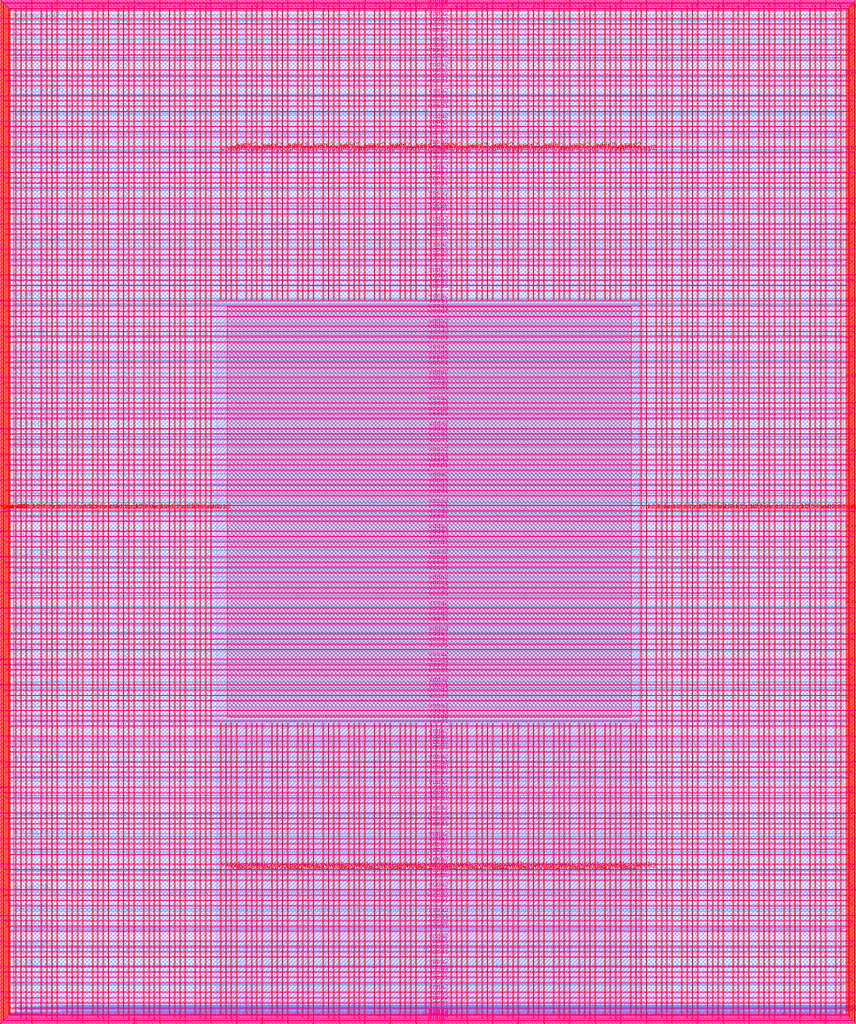
<source format=lef>
VERSION 5.7 ;
  NOWIREEXTENSIONATPIN ON ;
  DIVIDERCHAR "/" ;
  BUSBITCHARS "[]" ;
MACRO user_project_wrapper
  CLASS BLOCK ;
  FOREIGN user_project_wrapper ;
  ORIGIN 0.000 0.000 ;
  SIZE 2920.000 BY 3520.000 ;
  PIN analog_io[0]
    DIRECTION INOUT ;
    USE SIGNAL ;
    PORT
      LAYER met3 ;
        RECT 2917.600 1426.380 2924.800 1427.580 ;
    END
  END analog_io[0]
  PIN analog_io[10]
    DIRECTION INOUT ;
    USE SIGNAL ;
    PORT
      LAYER met2 ;
        RECT 2230.490 3517.600 2231.050 3524.800 ;
    END
  END analog_io[10]
  PIN analog_io[11]
    DIRECTION INOUT ;
    USE SIGNAL ;
    PORT
      LAYER met2 ;
        RECT 1905.730 3517.600 1906.290 3524.800 ;
    END
  END analog_io[11]
  PIN analog_io[12]
    DIRECTION INOUT ;
    USE SIGNAL ;
    PORT
      LAYER met2 ;
        RECT 1581.430 3517.600 1581.990 3524.800 ;
    END
  END analog_io[12]
  PIN analog_io[13]
    DIRECTION INOUT ;
    USE SIGNAL ;
    PORT
      LAYER met2 ;
        RECT 1257.130 3517.600 1257.690 3524.800 ;
    END
  END analog_io[13]
  PIN analog_io[14]
    DIRECTION INOUT ;
    USE SIGNAL ;
    PORT
      LAYER met2 ;
        RECT 932.370 3517.600 932.930 3524.800 ;
    END
  END analog_io[14]
  PIN analog_io[15]
    DIRECTION INOUT ;
    USE SIGNAL ;
    PORT
      LAYER met2 ;
        RECT 608.070 3517.600 608.630 3524.800 ;
    END
  END analog_io[15]
  PIN analog_io[16]
    DIRECTION INOUT ;
    USE SIGNAL ;
    PORT
      LAYER met2 ;
        RECT 283.770 3517.600 284.330 3524.800 ;
    END
  END analog_io[16]
  PIN analog_io[17]
    DIRECTION INOUT ;
    USE SIGNAL ;
    PORT
      LAYER met3 ;
        RECT -4.800 3486.100 2.400 3487.300 ;
    END
  END analog_io[17]
  PIN analog_io[18]
    DIRECTION INOUT ;
    USE SIGNAL ;
    PORT
      LAYER met3 ;
        RECT -4.800 3224.980 2.400 3226.180 ;
    END
  END analog_io[18]
  PIN analog_io[19]
    DIRECTION INOUT ;
    USE SIGNAL ;
    PORT
      LAYER met3 ;
        RECT -4.800 2964.540 2.400 2965.740 ;
    END
  END analog_io[19]
  PIN analog_io[1]
    DIRECTION INOUT ;
    USE SIGNAL ;
    PORT
      LAYER met3 ;
        RECT 2917.600 1692.260 2924.800 1693.460 ;
    END
  END analog_io[1]
  PIN analog_io[20]
    DIRECTION INOUT ;
    USE SIGNAL ;
    PORT
      LAYER met3 ;
        RECT -4.800 2703.420 2.400 2704.620 ;
    END
  END analog_io[20]
  PIN analog_io[21]
    DIRECTION INOUT ;
    USE SIGNAL ;
    PORT
      LAYER met3 ;
        RECT -4.800 2442.980 2.400 2444.180 ;
    END
  END analog_io[21]
  PIN analog_io[22]
    DIRECTION INOUT ;
    USE SIGNAL ;
    PORT
      LAYER met3 ;
        RECT -4.800 2182.540 2.400 2183.740 ;
    END
  END analog_io[22]
  PIN analog_io[23]
    DIRECTION INOUT ;
    USE SIGNAL ;
    PORT
      LAYER met3 ;
        RECT -4.800 1921.420 2.400 1922.620 ;
    END
  END analog_io[23]
  PIN analog_io[24]
    DIRECTION INOUT ;
    USE SIGNAL ;
    PORT
      LAYER met3 ;
        RECT -4.800 1660.980 2.400 1662.180 ;
    END
  END analog_io[24]
  PIN analog_io[25]
    DIRECTION INOUT ;
    USE SIGNAL ;
    PORT
      LAYER met3 ;
        RECT -4.800 1399.860 2.400 1401.060 ;
    END
  END analog_io[25]
  PIN analog_io[26]
    DIRECTION INOUT ;
    USE SIGNAL ;
    PORT
      LAYER met3 ;
        RECT -4.800 1139.420 2.400 1140.620 ;
    END
  END analog_io[26]
  PIN analog_io[27]
    DIRECTION INOUT ;
    USE SIGNAL ;
    PORT
      LAYER met3 ;
        RECT -4.800 878.980 2.400 880.180 ;
    END
  END analog_io[27]
  PIN analog_io[28]
    DIRECTION INOUT ;
    USE SIGNAL ;
    PORT
      LAYER met3 ;
        RECT -4.800 617.860 2.400 619.060 ;
    END
  END analog_io[28]
  PIN analog_io[2]
    DIRECTION INOUT ;
    USE SIGNAL ;
    PORT
      LAYER met3 ;
        RECT 2917.600 1958.140 2924.800 1959.340 ;
    END
  END analog_io[2]
  PIN analog_io[3]
    DIRECTION INOUT ;
    USE SIGNAL ;
    PORT
      LAYER met3 ;
        RECT 2917.600 2223.340 2924.800 2224.540 ;
    END
  END analog_io[3]
  PIN analog_io[4]
    DIRECTION INOUT ;
    USE SIGNAL ;
    PORT
      LAYER met3 ;
        RECT 2917.600 2489.220 2924.800 2490.420 ;
    END
  END analog_io[4]
  PIN analog_io[5]
    DIRECTION INOUT ;
    USE SIGNAL ;
    PORT
      LAYER met3 ;
        RECT 2917.600 2755.100 2924.800 2756.300 ;
    END
  END analog_io[5]
  PIN analog_io[6]
    DIRECTION INOUT ;
    USE SIGNAL ;
    PORT
      LAYER met3 ;
        RECT 2917.600 3020.300 2924.800 3021.500 ;
    END
  END analog_io[6]
  PIN analog_io[7]
    DIRECTION INOUT ;
    USE SIGNAL ;
    PORT
      LAYER met3 ;
        RECT 2917.600 3286.180 2924.800 3287.380 ;
    END
  END analog_io[7]
  PIN analog_io[8]
    DIRECTION INOUT ;
    USE SIGNAL ;
    PORT
      LAYER met2 ;
        RECT 2879.090 3517.600 2879.650 3524.800 ;
    END
  END analog_io[8]
  PIN analog_io[9]
    DIRECTION INOUT ;
    USE SIGNAL ;
    PORT
      LAYER met2 ;
        RECT 2554.790 3517.600 2555.350 3524.800 ;
    END
  END analog_io[9]
  PIN io_in[0]
    DIRECTION INPUT ;
    USE SIGNAL ;
    PORT
      LAYER met3 ;
        RECT 2917.600 32.380 2924.800 33.580 ;
    END
  END io_in[0]
  PIN io_in[10]
    DIRECTION INPUT ;
    USE SIGNAL ;
    PORT
      LAYER met3 ;
        RECT 2917.600 2289.980 2924.800 2291.180 ;
    END
  END io_in[10]
  PIN io_in[11]
    DIRECTION INPUT ;
    USE SIGNAL ;
    PORT
      LAYER met3 ;
        RECT 2917.600 2555.860 2924.800 2557.060 ;
    END
  END io_in[11]
  PIN io_in[12]
    DIRECTION INPUT ;
    USE SIGNAL ;
    PORT
      LAYER met3 ;
        RECT 2917.600 2821.060 2924.800 2822.260 ;
    END
  END io_in[12]
  PIN io_in[13]
    DIRECTION INPUT ;
    USE SIGNAL ;
    PORT
      LAYER met3 ;
        RECT 2917.600 3086.940 2924.800 3088.140 ;
    END
  END io_in[13]
  PIN io_in[14]
    DIRECTION INPUT ;
    USE SIGNAL ;
    PORT
      LAYER met3 ;
        RECT 2917.600 3352.820 2924.800 3354.020 ;
    END
  END io_in[14]
  PIN io_in[15]
    DIRECTION INPUT ;
    USE SIGNAL ;
    PORT
      LAYER met2 ;
        RECT 2798.130 3517.600 2798.690 3524.800 ;
    END
  END io_in[15]
  PIN io_in[16]
    DIRECTION INPUT ;
    USE SIGNAL ;
    PORT
      LAYER met2 ;
        RECT 2473.830 3517.600 2474.390 3524.800 ;
    END
  END io_in[16]
  PIN io_in[17]
    DIRECTION INPUT ;
    USE SIGNAL ;
    PORT
      LAYER met2 ;
        RECT 2149.070 3517.600 2149.630 3524.800 ;
    END
  END io_in[17]
  PIN io_in[18]
    DIRECTION INPUT ;
    USE SIGNAL ;
    PORT
      LAYER met2 ;
        RECT 1824.770 3517.600 1825.330 3524.800 ;
    END
  END io_in[18]
  PIN io_in[19]
    DIRECTION INPUT ;
    USE SIGNAL ;
    PORT
      LAYER met2 ;
        RECT 1500.470 3517.600 1501.030 3524.800 ;
    END
  END io_in[19]
  PIN io_in[1]
    DIRECTION INPUT ;
    USE SIGNAL ;
    PORT
      LAYER met3 ;
        RECT 2917.600 230.940 2924.800 232.140 ;
    END
  END io_in[1]
  PIN io_in[20]
    DIRECTION INPUT ;
    USE SIGNAL ;
    PORT
      LAYER met2 ;
        RECT 1175.710 3517.600 1176.270 3524.800 ;
    END
  END io_in[20]
  PIN io_in[21]
    DIRECTION INPUT ;
    USE SIGNAL ;
    PORT
      LAYER met2 ;
        RECT 851.410 3517.600 851.970 3524.800 ;
    END
  END io_in[21]
  PIN io_in[22]
    DIRECTION INPUT ;
    USE SIGNAL ;
    PORT
      LAYER met2 ;
        RECT 527.110 3517.600 527.670 3524.800 ;
    END
  END io_in[22]
  PIN io_in[23]
    DIRECTION INPUT ;
    USE SIGNAL ;
    PORT
      LAYER met2 ;
        RECT 202.350 3517.600 202.910 3524.800 ;
    END
  END io_in[23]
  PIN io_in[24]
    DIRECTION INPUT ;
    USE SIGNAL ;
    PORT
      LAYER met3 ;
        RECT -4.800 3420.820 2.400 3422.020 ;
    END
  END io_in[24]
  PIN io_in[25]
    DIRECTION INPUT ;
    USE SIGNAL ;
    PORT
      LAYER met3 ;
        RECT -4.800 3159.700 2.400 3160.900 ;
    END
  END io_in[25]
  PIN io_in[26]
    DIRECTION INPUT ;
    USE SIGNAL ;
    PORT
      LAYER met3 ;
        RECT -4.800 2899.260 2.400 2900.460 ;
    END
  END io_in[26]
  PIN io_in[27]
    DIRECTION INPUT ;
    USE SIGNAL ;
    PORT
      LAYER met3 ;
        RECT -4.800 2638.820 2.400 2640.020 ;
    END
  END io_in[27]
  PIN io_in[28]
    DIRECTION INPUT ;
    USE SIGNAL ;
    PORT
      LAYER met3 ;
        RECT -4.800 2377.700 2.400 2378.900 ;
    END
  END io_in[28]
  PIN io_in[29]
    DIRECTION INPUT ;
    USE SIGNAL ;
    PORT
      LAYER met3 ;
        RECT -4.800 2117.260 2.400 2118.460 ;
    END
  END io_in[29]
  PIN io_in[2]
    DIRECTION INPUT ;
    USE SIGNAL ;
    PORT
      LAYER met3 ;
        RECT 2917.600 430.180 2924.800 431.380 ;
    END
  END io_in[2]
  PIN io_in[30]
    DIRECTION INPUT ;
    USE SIGNAL ;
    PORT
      LAYER met3 ;
        RECT -4.800 1856.140 2.400 1857.340 ;
    END
  END io_in[30]
  PIN io_in[31]
    DIRECTION INPUT ;
    USE SIGNAL ;
    PORT
      LAYER met3 ;
        RECT -4.800 1595.700 2.400 1596.900 ;
    END
  END io_in[31]
  PIN io_in[32]
    DIRECTION INPUT ;
    USE SIGNAL ;
    PORT
      LAYER met3 ;
        RECT -4.800 1335.260 2.400 1336.460 ;
    END
  END io_in[32]
  PIN io_in[33]
    DIRECTION INPUT ;
    USE SIGNAL ;
    PORT
      LAYER met3 ;
        RECT -4.800 1074.140 2.400 1075.340 ;
    END
  END io_in[33]
  PIN io_in[34]
    DIRECTION INPUT ;
    USE SIGNAL ;
    PORT
      LAYER met3 ;
        RECT -4.800 813.700 2.400 814.900 ;
    END
  END io_in[34]
  PIN io_in[35]
    DIRECTION INPUT ;
    USE SIGNAL ;
    PORT
      LAYER met3 ;
        RECT -4.800 552.580 2.400 553.780 ;
    END
  END io_in[35]
  PIN io_in[36]
    DIRECTION INPUT ;
    USE SIGNAL ;
    PORT
      LAYER met3 ;
        RECT -4.800 357.420 2.400 358.620 ;
    END
  END io_in[36]
  PIN io_in[37]
    DIRECTION INPUT ;
    USE SIGNAL ;
    PORT
      LAYER met3 ;
        RECT -4.800 161.580 2.400 162.780 ;
    END
  END io_in[37]
  PIN io_in[3]
    DIRECTION INPUT ;
    USE SIGNAL ;
    PORT
      LAYER met3 ;
        RECT 2917.600 629.420 2924.800 630.620 ;
    END
  END io_in[3]
  PIN io_in[4]
    DIRECTION INPUT ;
    USE SIGNAL ;
    PORT
      LAYER met3 ;
        RECT 2917.600 828.660 2924.800 829.860 ;
    END
  END io_in[4]
  PIN io_in[5]
    DIRECTION INPUT ;
    USE SIGNAL ;
    PORT
      LAYER met3 ;
        RECT 2917.600 1027.900 2924.800 1029.100 ;
    END
  END io_in[5]
  PIN io_in[6]
    DIRECTION INPUT ;
    USE SIGNAL ;
    PORT
      LAYER met3 ;
        RECT 2917.600 1227.140 2924.800 1228.340 ;
    END
  END io_in[6]
  PIN io_in[7]
    DIRECTION INPUT ;
    USE SIGNAL ;
    PORT
      LAYER met3 ;
        RECT 2917.600 1493.020 2924.800 1494.220 ;
    END
  END io_in[7]
  PIN io_in[8]
    DIRECTION INPUT ;
    USE SIGNAL ;
    PORT
      LAYER met3 ;
        RECT 2917.600 1758.900 2924.800 1760.100 ;
    END
  END io_in[8]
  PIN io_in[9]
    DIRECTION INPUT ;
    USE SIGNAL ;
    PORT
      LAYER met3 ;
        RECT 2917.600 2024.100 2924.800 2025.300 ;
    END
  END io_in[9]
  PIN io_oeb[0]
    DIRECTION OUTPUT TRISTATE ;
    USE SIGNAL ;
    PORT
      LAYER met3 ;
        RECT 2917.600 164.980 2924.800 166.180 ;
    END
  END io_oeb[0]
  PIN io_oeb[10]
    DIRECTION OUTPUT TRISTATE ;
    USE SIGNAL ;
    PORT
      LAYER met3 ;
        RECT 2917.600 2422.580 2924.800 2423.780 ;
    END
  END io_oeb[10]
  PIN io_oeb[11]
    DIRECTION OUTPUT TRISTATE ;
    USE SIGNAL ;
    PORT
      LAYER met3 ;
        RECT 2917.600 2688.460 2924.800 2689.660 ;
    END
  END io_oeb[11]
  PIN io_oeb[12]
    DIRECTION OUTPUT TRISTATE ;
    USE SIGNAL ;
    PORT
      LAYER met3 ;
        RECT 2917.600 2954.340 2924.800 2955.540 ;
    END
  END io_oeb[12]
  PIN io_oeb[13]
    DIRECTION OUTPUT TRISTATE ;
    USE SIGNAL ;
    PORT
      LAYER met3 ;
        RECT 2917.600 3219.540 2924.800 3220.740 ;
    END
  END io_oeb[13]
  PIN io_oeb[14]
    DIRECTION OUTPUT TRISTATE ;
    USE SIGNAL ;
    PORT
      LAYER met3 ;
        RECT 2917.600 3485.420 2924.800 3486.620 ;
    END
  END io_oeb[14]
  PIN io_oeb[15]
    DIRECTION OUTPUT TRISTATE ;
    USE SIGNAL ;
    PORT
      LAYER met2 ;
        RECT 2635.750 3517.600 2636.310 3524.800 ;
    END
  END io_oeb[15]
  PIN io_oeb[16]
    DIRECTION OUTPUT TRISTATE ;
    USE SIGNAL ;
    PORT
      LAYER met2 ;
        RECT 2311.450 3517.600 2312.010 3524.800 ;
    END
  END io_oeb[16]
  PIN io_oeb[17]
    DIRECTION OUTPUT TRISTATE ;
    USE SIGNAL ;
    PORT
      LAYER met2 ;
        RECT 1987.150 3517.600 1987.710 3524.800 ;
    END
  END io_oeb[17]
  PIN io_oeb[18]
    DIRECTION OUTPUT TRISTATE ;
    USE SIGNAL ;
    PORT
      LAYER met2 ;
        RECT 1662.390 3517.600 1662.950 3524.800 ;
    END
  END io_oeb[18]
  PIN io_oeb[19]
    DIRECTION OUTPUT TRISTATE ;
    USE SIGNAL ;
    PORT
      LAYER met2 ;
        RECT 1338.090 3517.600 1338.650 3524.800 ;
    END
  END io_oeb[19]
  PIN io_oeb[1]
    DIRECTION OUTPUT TRISTATE ;
    USE SIGNAL ;
    PORT
      LAYER met3 ;
        RECT 2917.600 364.220 2924.800 365.420 ;
    END
  END io_oeb[1]
  PIN io_oeb[20]
    DIRECTION OUTPUT TRISTATE ;
    USE SIGNAL ;
    PORT
      LAYER met2 ;
        RECT 1013.790 3517.600 1014.350 3524.800 ;
    END
  END io_oeb[20]
  PIN io_oeb[21]
    DIRECTION OUTPUT TRISTATE ;
    USE SIGNAL ;
    PORT
      LAYER met2 ;
        RECT 689.030 3517.600 689.590 3524.800 ;
    END
  END io_oeb[21]
  PIN io_oeb[22]
    DIRECTION OUTPUT TRISTATE ;
    USE SIGNAL ;
    PORT
      LAYER met2 ;
        RECT 364.730 3517.600 365.290 3524.800 ;
    END
  END io_oeb[22]
  PIN io_oeb[23]
    DIRECTION OUTPUT TRISTATE ;
    USE SIGNAL ;
    PORT
      LAYER met2 ;
        RECT 40.430 3517.600 40.990 3524.800 ;
    END
  END io_oeb[23]
  PIN io_oeb[24]
    DIRECTION OUTPUT TRISTATE ;
    USE SIGNAL ;
    PORT
      LAYER met3 ;
        RECT -4.800 3290.260 2.400 3291.460 ;
    END
  END io_oeb[24]
  PIN io_oeb[25]
    DIRECTION OUTPUT TRISTATE ;
    USE SIGNAL ;
    PORT
      LAYER met3 ;
        RECT -4.800 3029.820 2.400 3031.020 ;
    END
  END io_oeb[25]
  PIN io_oeb[26]
    DIRECTION OUTPUT TRISTATE ;
    USE SIGNAL ;
    PORT
      LAYER met3 ;
        RECT -4.800 2768.700 2.400 2769.900 ;
    END
  END io_oeb[26]
  PIN io_oeb[27]
    DIRECTION OUTPUT TRISTATE ;
    USE SIGNAL ;
    PORT
      LAYER met3 ;
        RECT -4.800 2508.260 2.400 2509.460 ;
    END
  END io_oeb[27]
  PIN io_oeb[28]
    DIRECTION OUTPUT TRISTATE ;
    USE SIGNAL ;
    PORT
      LAYER met3 ;
        RECT -4.800 2247.140 2.400 2248.340 ;
    END
  END io_oeb[28]
  PIN io_oeb[29]
    DIRECTION OUTPUT TRISTATE ;
    USE SIGNAL ;
    PORT
      LAYER met3 ;
        RECT -4.800 1986.700 2.400 1987.900 ;
    END
  END io_oeb[29]
  PIN io_oeb[2]
    DIRECTION OUTPUT TRISTATE ;
    USE SIGNAL ;
    PORT
      LAYER met3 ;
        RECT 2917.600 563.460 2924.800 564.660 ;
    END
  END io_oeb[2]
  PIN io_oeb[30]
    DIRECTION OUTPUT TRISTATE ;
    USE SIGNAL ;
    PORT
      LAYER met3 ;
        RECT -4.800 1726.260 2.400 1727.460 ;
    END
  END io_oeb[30]
  PIN io_oeb[31]
    DIRECTION OUTPUT TRISTATE ;
    USE SIGNAL ;
    PORT
      LAYER met3 ;
        RECT -4.800 1465.140 2.400 1466.340 ;
    END
  END io_oeb[31]
  PIN io_oeb[32]
    DIRECTION OUTPUT TRISTATE ;
    USE SIGNAL ;
    PORT
      LAYER met3 ;
        RECT -4.800 1204.700 2.400 1205.900 ;
    END
  END io_oeb[32]
  PIN io_oeb[33]
    DIRECTION OUTPUT TRISTATE ;
    USE SIGNAL ;
    PORT
      LAYER met3 ;
        RECT -4.800 943.580 2.400 944.780 ;
    END
  END io_oeb[33]
  PIN io_oeb[34]
    DIRECTION OUTPUT TRISTATE ;
    USE SIGNAL ;
    PORT
      LAYER met3 ;
        RECT -4.800 683.140 2.400 684.340 ;
    END
  END io_oeb[34]
  PIN io_oeb[35]
    DIRECTION OUTPUT TRISTATE ;
    USE SIGNAL ;
    PORT
      LAYER met3 ;
        RECT -4.800 422.700 2.400 423.900 ;
    END
  END io_oeb[35]
  PIN io_oeb[36]
    DIRECTION OUTPUT TRISTATE ;
    USE SIGNAL ;
    PORT
      LAYER met3 ;
        RECT -4.800 226.860 2.400 228.060 ;
    END
  END io_oeb[36]
  PIN io_oeb[37]
    DIRECTION OUTPUT TRISTATE ;
    USE SIGNAL ;
    PORT
      LAYER met3 ;
        RECT -4.800 31.700 2.400 32.900 ;
    END
  END io_oeb[37]
  PIN io_oeb[3]
    DIRECTION OUTPUT TRISTATE ;
    USE SIGNAL ;
    PORT
      LAYER met3 ;
        RECT 2917.600 762.700 2924.800 763.900 ;
    END
  END io_oeb[3]
  PIN io_oeb[4]
    DIRECTION OUTPUT TRISTATE ;
    USE SIGNAL ;
    PORT
      LAYER met3 ;
        RECT 2917.600 961.940 2924.800 963.140 ;
    END
  END io_oeb[4]
  PIN io_oeb[5]
    DIRECTION OUTPUT TRISTATE ;
    USE SIGNAL ;
    PORT
      LAYER met3 ;
        RECT 2917.600 1161.180 2924.800 1162.380 ;
    END
  END io_oeb[5]
  PIN io_oeb[6]
    DIRECTION OUTPUT TRISTATE ;
    USE SIGNAL ;
    PORT
      LAYER met3 ;
        RECT 2917.600 1360.420 2924.800 1361.620 ;
    END
  END io_oeb[6]
  PIN io_oeb[7]
    DIRECTION OUTPUT TRISTATE ;
    USE SIGNAL ;
    PORT
      LAYER met3 ;
        RECT 2917.600 1625.620 2924.800 1626.820 ;
    END
  END io_oeb[7]
  PIN io_oeb[8]
    DIRECTION OUTPUT TRISTATE ;
    USE SIGNAL ;
    PORT
      LAYER met3 ;
        RECT 2917.600 1891.500 2924.800 1892.700 ;
    END
  END io_oeb[8]
  PIN io_oeb[9]
    DIRECTION OUTPUT TRISTATE ;
    USE SIGNAL ;
    PORT
      LAYER met3 ;
        RECT 2917.600 2157.380 2924.800 2158.580 ;
    END
  END io_oeb[9]
  PIN io_out[0]
    DIRECTION OUTPUT TRISTATE ;
    USE SIGNAL ;
    PORT
      LAYER met3 ;
        RECT 2917.600 98.340 2924.800 99.540 ;
    END
  END io_out[0]
  PIN io_out[10]
    DIRECTION OUTPUT TRISTATE ;
    USE SIGNAL ;
    PORT
      LAYER met3 ;
        RECT 2917.600 2356.620 2924.800 2357.820 ;
    END
  END io_out[10]
  PIN io_out[11]
    DIRECTION OUTPUT TRISTATE ;
    USE SIGNAL ;
    PORT
      LAYER met3 ;
        RECT 2917.600 2621.820 2924.800 2623.020 ;
    END
  END io_out[11]
  PIN io_out[12]
    DIRECTION OUTPUT TRISTATE ;
    USE SIGNAL ;
    PORT
      LAYER met3 ;
        RECT 2917.600 2887.700 2924.800 2888.900 ;
    END
  END io_out[12]
  PIN io_out[13]
    DIRECTION OUTPUT TRISTATE ;
    USE SIGNAL ;
    PORT
      LAYER met3 ;
        RECT 2917.600 3153.580 2924.800 3154.780 ;
    END
  END io_out[13]
  PIN io_out[14]
    DIRECTION OUTPUT TRISTATE ;
    USE SIGNAL ;
    PORT
      LAYER met3 ;
        RECT 2917.600 3418.780 2924.800 3419.980 ;
    END
  END io_out[14]
  PIN io_out[15]
    DIRECTION OUTPUT TRISTATE ;
    USE SIGNAL ;
    PORT
      LAYER met2 ;
        RECT 2717.170 3517.600 2717.730 3524.800 ;
    END
  END io_out[15]
  PIN io_out[16]
    DIRECTION OUTPUT TRISTATE ;
    USE SIGNAL ;
    PORT
      LAYER met2 ;
        RECT 2392.410 3517.600 2392.970 3524.800 ;
    END
  END io_out[16]
  PIN io_out[17]
    DIRECTION OUTPUT TRISTATE ;
    USE SIGNAL ;
    PORT
      LAYER met2 ;
        RECT 2068.110 3517.600 2068.670 3524.800 ;
    END
  END io_out[17]
  PIN io_out[18]
    DIRECTION OUTPUT TRISTATE ;
    USE SIGNAL ;
    PORT
      LAYER met2 ;
        RECT 1743.810 3517.600 1744.370 3524.800 ;
    END
  END io_out[18]
  PIN io_out[19]
    DIRECTION OUTPUT TRISTATE ;
    USE SIGNAL ;
    PORT
      LAYER met2 ;
        RECT 1419.050 3517.600 1419.610 3524.800 ;
    END
  END io_out[19]
  PIN io_out[1]
    DIRECTION OUTPUT TRISTATE ;
    USE SIGNAL ;
    PORT
      LAYER met3 ;
        RECT 2917.600 297.580 2924.800 298.780 ;
    END
  END io_out[1]
  PIN io_out[20]
    DIRECTION OUTPUT TRISTATE ;
    USE SIGNAL ;
    PORT
      LAYER met2 ;
        RECT 1094.750 3517.600 1095.310 3524.800 ;
    END
  END io_out[20]
  PIN io_out[21]
    DIRECTION OUTPUT TRISTATE ;
    USE SIGNAL ;
    PORT
      LAYER met2 ;
        RECT 770.450 3517.600 771.010 3524.800 ;
    END
  END io_out[21]
  PIN io_out[22]
    DIRECTION OUTPUT TRISTATE ;
    USE SIGNAL ;
    PORT
      LAYER met2 ;
        RECT 445.690 3517.600 446.250 3524.800 ;
    END
  END io_out[22]
  PIN io_out[23]
    DIRECTION OUTPUT TRISTATE ;
    USE SIGNAL ;
    PORT
      LAYER met2 ;
        RECT 121.390 3517.600 121.950 3524.800 ;
    END
  END io_out[23]
  PIN io_out[24]
    DIRECTION OUTPUT TRISTATE ;
    USE SIGNAL ;
    PORT
      LAYER met3 ;
        RECT -4.800 3355.540 2.400 3356.740 ;
    END
  END io_out[24]
  PIN io_out[25]
    DIRECTION OUTPUT TRISTATE ;
    USE SIGNAL ;
    PORT
      LAYER met3 ;
        RECT -4.800 3095.100 2.400 3096.300 ;
    END
  END io_out[25]
  PIN io_out[26]
    DIRECTION OUTPUT TRISTATE ;
    USE SIGNAL ;
    PORT
      LAYER met3 ;
        RECT -4.800 2833.980 2.400 2835.180 ;
    END
  END io_out[26]
  PIN io_out[27]
    DIRECTION OUTPUT TRISTATE ;
    USE SIGNAL ;
    PORT
      LAYER met3 ;
        RECT -4.800 2573.540 2.400 2574.740 ;
    END
  END io_out[27]
  PIN io_out[28]
    DIRECTION OUTPUT TRISTATE ;
    USE SIGNAL ;
    PORT
      LAYER met3 ;
        RECT -4.800 2312.420 2.400 2313.620 ;
    END
  END io_out[28]
  PIN io_out[29]
    DIRECTION OUTPUT TRISTATE ;
    USE SIGNAL ;
    PORT
      LAYER met3 ;
        RECT -4.800 2051.980 2.400 2053.180 ;
    END
  END io_out[29]
  PIN io_out[2]
    DIRECTION OUTPUT TRISTATE ;
    USE SIGNAL ;
    PORT
      LAYER met3 ;
        RECT 2917.600 496.820 2924.800 498.020 ;
    END
  END io_out[2]
  PIN io_out[30]
    DIRECTION OUTPUT TRISTATE ;
    USE SIGNAL ;
    PORT
      LAYER met3 ;
        RECT -4.800 1791.540 2.400 1792.740 ;
    END
  END io_out[30]
  PIN io_out[31]
    DIRECTION OUTPUT TRISTATE ;
    USE SIGNAL ;
    PORT
      LAYER met3 ;
        RECT -4.800 1530.420 2.400 1531.620 ;
    END
  END io_out[31]
  PIN io_out[32]
    DIRECTION OUTPUT TRISTATE ;
    USE SIGNAL ;
    PORT
      LAYER met3 ;
        RECT -4.800 1269.980 2.400 1271.180 ;
    END
  END io_out[32]
  PIN io_out[33]
    DIRECTION OUTPUT TRISTATE ;
    USE SIGNAL ;
    PORT
      LAYER met3 ;
        RECT -4.800 1008.860 2.400 1010.060 ;
    END
  END io_out[33]
  PIN io_out[34]
    DIRECTION OUTPUT TRISTATE ;
    USE SIGNAL ;
    PORT
      LAYER met3 ;
        RECT -4.800 748.420 2.400 749.620 ;
    END
  END io_out[34]
  PIN io_out[35]
    DIRECTION OUTPUT TRISTATE ;
    USE SIGNAL ;
    PORT
      LAYER met3 ;
        RECT -4.800 487.300 2.400 488.500 ;
    END
  END io_out[35]
  PIN io_out[36]
    DIRECTION OUTPUT TRISTATE ;
    USE SIGNAL ;
    PORT
      LAYER met3 ;
        RECT -4.800 292.140 2.400 293.340 ;
    END
  END io_out[36]
  PIN io_out[37]
    DIRECTION OUTPUT TRISTATE ;
    USE SIGNAL ;
    PORT
      LAYER met3 ;
        RECT -4.800 96.300 2.400 97.500 ;
    END
  END io_out[37]
  PIN io_out[3]
    DIRECTION OUTPUT TRISTATE ;
    USE SIGNAL ;
    PORT
      LAYER met3 ;
        RECT 2917.600 696.060 2924.800 697.260 ;
    END
  END io_out[3]
  PIN io_out[4]
    DIRECTION OUTPUT TRISTATE ;
    USE SIGNAL ;
    PORT
      LAYER met3 ;
        RECT 2917.600 895.300 2924.800 896.500 ;
    END
  END io_out[4]
  PIN io_out[5]
    DIRECTION OUTPUT TRISTATE ;
    USE SIGNAL ;
    PORT
      LAYER met3 ;
        RECT 2917.600 1094.540 2924.800 1095.740 ;
    END
  END io_out[5]
  PIN io_out[6]
    DIRECTION OUTPUT TRISTATE ;
    USE SIGNAL ;
    PORT
      LAYER met3 ;
        RECT 2917.600 1293.780 2924.800 1294.980 ;
    END
  END io_out[6]
  PIN io_out[7]
    DIRECTION OUTPUT TRISTATE ;
    USE SIGNAL ;
    PORT
      LAYER met3 ;
        RECT 2917.600 1559.660 2924.800 1560.860 ;
    END
  END io_out[7]
  PIN io_out[8]
    DIRECTION OUTPUT TRISTATE ;
    USE SIGNAL ;
    PORT
      LAYER met3 ;
        RECT 2917.600 1824.860 2924.800 1826.060 ;
    END
  END io_out[8]
  PIN io_out[9]
    DIRECTION OUTPUT TRISTATE ;
    USE SIGNAL ;
    PORT
      LAYER met3 ;
        RECT 2917.600 2090.740 2924.800 2091.940 ;
    END
  END io_out[9]
  PIN la_data_in[0]
    DIRECTION INPUT ;
    USE SIGNAL ;
    PORT
      LAYER met2 ;
        RECT 629.230 -4.800 629.790 2.400 ;
    END
  END la_data_in[0]
  PIN la_data_in[100]
    DIRECTION INPUT ;
    USE SIGNAL ;
    PORT
      LAYER met2 ;
        RECT 2402.530 -4.800 2403.090 2.400 ;
    END
  END la_data_in[100]
  PIN la_data_in[101]
    DIRECTION INPUT ;
    USE SIGNAL ;
    PORT
      LAYER met2 ;
        RECT 2420.010 -4.800 2420.570 2.400 ;
    END
  END la_data_in[101]
  PIN la_data_in[102]
    DIRECTION INPUT ;
    USE SIGNAL ;
    PORT
      LAYER met2 ;
        RECT 2437.950 -4.800 2438.510 2.400 ;
    END
  END la_data_in[102]
  PIN la_data_in[103]
    DIRECTION INPUT ;
    USE SIGNAL ;
    PORT
      LAYER met2 ;
        RECT 2455.430 -4.800 2455.990 2.400 ;
    END
  END la_data_in[103]
  PIN la_data_in[104]
    DIRECTION INPUT ;
    USE SIGNAL ;
    PORT
      LAYER met2 ;
        RECT 2473.370 -4.800 2473.930 2.400 ;
    END
  END la_data_in[104]
  PIN la_data_in[105]
    DIRECTION INPUT ;
    USE SIGNAL ;
    PORT
      LAYER met2 ;
        RECT 2490.850 -4.800 2491.410 2.400 ;
    END
  END la_data_in[105]
  PIN la_data_in[106]
    DIRECTION INPUT ;
    USE SIGNAL ;
    PORT
      LAYER met2 ;
        RECT 2508.790 -4.800 2509.350 2.400 ;
    END
  END la_data_in[106]
  PIN la_data_in[107]
    DIRECTION INPUT ;
    USE SIGNAL ;
    PORT
      LAYER met2 ;
        RECT 2526.730 -4.800 2527.290 2.400 ;
    END
  END la_data_in[107]
  PIN la_data_in[108]
    DIRECTION INPUT ;
    USE SIGNAL ;
    PORT
      LAYER met2 ;
        RECT 2544.210 -4.800 2544.770 2.400 ;
    END
  END la_data_in[108]
  PIN la_data_in[109]
    DIRECTION INPUT ;
    USE SIGNAL ;
    PORT
      LAYER met2 ;
        RECT 2562.150 -4.800 2562.710 2.400 ;
    END
  END la_data_in[109]
  PIN la_data_in[10]
    DIRECTION INPUT ;
    USE SIGNAL ;
    PORT
      LAYER met2 ;
        RECT 806.330 -4.800 806.890 2.400 ;
    END
  END la_data_in[10]
  PIN la_data_in[110]
    DIRECTION INPUT ;
    USE SIGNAL ;
    PORT
      LAYER met2 ;
        RECT 2579.630 -4.800 2580.190 2.400 ;
    END
  END la_data_in[110]
  PIN la_data_in[111]
    DIRECTION INPUT ;
    USE SIGNAL ;
    PORT
      LAYER met2 ;
        RECT 2597.570 -4.800 2598.130 2.400 ;
    END
  END la_data_in[111]
  PIN la_data_in[112]
    DIRECTION INPUT ;
    USE SIGNAL ;
    PORT
      LAYER met2 ;
        RECT 2615.050 -4.800 2615.610 2.400 ;
    END
  END la_data_in[112]
  PIN la_data_in[113]
    DIRECTION INPUT ;
    USE SIGNAL ;
    PORT
      LAYER met2 ;
        RECT 2632.990 -4.800 2633.550 2.400 ;
    END
  END la_data_in[113]
  PIN la_data_in[114]
    DIRECTION INPUT ;
    USE SIGNAL ;
    PORT
      LAYER met2 ;
        RECT 2650.470 -4.800 2651.030 2.400 ;
    END
  END la_data_in[114]
  PIN la_data_in[115]
    DIRECTION INPUT ;
    USE SIGNAL ;
    PORT
      LAYER met2 ;
        RECT 2668.410 -4.800 2668.970 2.400 ;
    END
  END la_data_in[115]
  PIN la_data_in[116]
    DIRECTION INPUT ;
    USE SIGNAL ;
    PORT
      LAYER met2 ;
        RECT 2685.890 -4.800 2686.450 2.400 ;
    END
  END la_data_in[116]
  PIN la_data_in[117]
    DIRECTION INPUT ;
    USE SIGNAL ;
    PORT
      LAYER met2 ;
        RECT 2703.830 -4.800 2704.390 2.400 ;
    END
  END la_data_in[117]
  PIN la_data_in[118]
    DIRECTION INPUT ;
    USE SIGNAL ;
    PORT
      LAYER met2 ;
        RECT 2721.770 -4.800 2722.330 2.400 ;
    END
  END la_data_in[118]
  PIN la_data_in[119]
    DIRECTION INPUT ;
    USE SIGNAL ;
    PORT
      LAYER met2 ;
        RECT 2739.250 -4.800 2739.810 2.400 ;
    END
  END la_data_in[119]
  PIN la_data_in[11]
    DIRECTION INPUT ;
    USE SIGNAL ;
    PORT
      LAYER met2 ;
        RECT 824.270 -4.800 824.830 2.400 ;
    END
  END la_data_in[11]
  PIN la_data_in[120]
    DIRECTION INPUT ;
    USE SIGNAL ;
    PORT
      LAYER met2 ;
        RECT 2757.190 -4.800 2757.750 2.400 ;
    END
  END la_data_in[120]
  PIN la_data_in[121]
    DIRECTION INPUT ;
    USE SIGNAL ;
    PORT
      LAYER met2 ;
        RECT 2774.670 -4.800 2775.230 2.400 ;
    END
  END la_data_in[121]
  PIN la_data_in[122]
    DIRECTION INPUT ;
    USE SIGNAL ;
    PORT
      LAYER met2 ;
        RECT 2792.610 -4.800 2793.170 2.400 ;
    END
  END la_data_in[122]
  PIN la_data_in[123]
    DIRECTION INPUT ;
    USE SIGNAL ;
    PORT
      LAYER met2 ;
        RECT 2810.090 -4.800 2810.650 2.400 ;
    END
  END la_data_in[123]
  PIN la_data_in[124]
    DIRECTION INPUT ;
    USE SIGNAL ;
    PORT
      LAYER met2 ;
        RECT 2828.030 -4.800 2828.590 2.400 ;
    END
  END la_data_in[124]
  PIN la_data_in[125]
    DIRECTION INPUT ;
    USE SIGNAL ;
    PORT
      LAYER met2 ;
        RECT 2845.510 -4.800 2846.070 2.400 ;
    END
  END la_data_in[125]
  PIN la_data_in[126]
    DIRECTION INPUT ;
    USE SIGNAL ;
    PORT
      LAYER met2 ;
        RECT 2863.450 -4.800 2864.010 2.400 ;
    END
  END la_data_in[126]
  PIN la_data_in[127]
    DIRECTION INPUT ;
    USE SIGNAL ;
    PORT
      LAYER met2 ;
        RECT 2881.390 -4.800 2881.950 2.400 ;
    END
  END la_data_in[127]
  PIN la_data_in[12]
    DIRECTION INPUT ;
    USE SIGNAL ;
    PORT
      LAYER met2 ;
        RECT 841.750 -4.800 842.310 2.400 ;
    END
  END la_data_in[12]
  PIN la_data_in[13]
    DIRECTION INPUT ;
    USE SIGNAL ;
    PORT
      LAYER met2 ;
        RECT 859.690 -4.800 860.250 2.400 ;
    END
  END la_data_in[13]
  PIN la_data_in[14]
    DIRECTION INPUT ;
    USE SIGNAL ;
    PORT
      LAYER met2 ;
        RECT 877.170 -4.800 877.730 2.400 ;
    END
  END la_data_in[14]
  PIN la_data_in[15]
    DIRECTION INPUT ;
    USE SIGNAL ;
    PORT
      LAYER met2 ;
        RECT 895.110 -4.800 895.670 2.400 ;
    END
  END la_data_in[15]
  PIN la_data_in[16]
    DIRECTION INPUT ;
    USE SIGNAL ;
    PORT
      LAYER met2 ;
        RECT 912.590 -4.800 913.150 2.400 ;
    END
  END la_data_in[16]
  PIN la_data_in[17]
    DIRECTION INPUT ;
    USE SIGNAL ;
    PORT
      LAYER met2 ;
        RECT 930.530 -4.800 931.090 2.400 ;
    END
  END la_data_in[17]
  PIN la_data_in[18]
    DIRECTION INPUT ;
    USE SIGNAL ;
    PORT
      LAYER met2 ;
        RECT 948.470 -4.800 949.030 2.400 ;
    END
  END la_data_in[18]
  PIN la_data_in[19]
    DIRECTION INPUT ;
    USE SIGNAL ;
    PORT
      LAYER met2 ;
        RECT 965.950 -4.800 966.510 2.400 ;
    END
  END la_data_in[19]
  PIN la_data_in[1]
    DIRECTION INPUT ;
    USE SIGNAL ;
    PORT
      LAYER met2 ;
        RECT 646.710 -4.800 647.270 2.400 ;
    END
  END la_data_in[1]
  PIN la_data_in[20]
    DIRECTION INPUT ;
    USE SIGNAL ;
    PORT
      LAYER met2 ;
        RECT 983.890 -4.800 984.450 2.400 ;
    END
  END la_data_in[20]
  PIN la_data_in[21]
    DIRECTION INPUT ;
    USE SIGNAL ;
    PORT
      LAYER met2 ;
        RECT 1001.370 -4.800 1001.930 2.400 ;
    END
  END la_data_in[21]
  PIN la_data_in[22]
    DIRECTION INPUT ;
    USE SIGNAL ;
    PORT
      LAYER met2 ;
        RECT 1019.310 -4.800 1019.870 2.400 ;
    END
  END la_data_in[22]
  PIN la_data_in[23]
    DIRECTION INPUT ;
    USE SIGNAL ;
    PORT
      LAYER met2 ;
        RECT 1036.790 -4.800 1037.350 2.400 ;
    END
  END la_data_in[23]
  PIN la_data_in[24]
    DIRECTION INPUT ;
    USE SIGNAL ;
    PORT
      LAYER met2 ;
        RECT 1054.730 -4.800 1055.290 2.400 ;
    END
  END la_data_in[24]
  PIN la_data_in[25]
    DIRECTION INPUT ;
    USE SIGNAL ;
    PORT
      LAYER met2 ;
        RECT 1072.210 -4.800 1072.770 2.400 ;
    END
  END la_data_in[25]
  PIN la_data_in[26]
    DIRECTION INPUT ;
    USE SIGNAL ;
    PORT
      LAYER met2 ;
        RECT 1090.150 -4.800 1090.710 2.400 ;
    END
  END la_data_in[26]
  PIN la_data_in[27]
    DIRECTION INPUT ;
    USE SIGNAL ;
    PORT
      LAYER met2 ;
        RECT 1107.630 -4.800 1108.190 2.400 ;
    END
  END la_data_in[27]
  PIN la_data_in[28]
    DIRECTION INPUT ;
    USE SIGNAL ;
    PORT
      LAYER met2 ;
        RECT 1125.570 -4.800 1126.130 2.400 ;
    END
  END la_data_in[28]
  PIN la_data_in[29]
    DIRECTION INPUT ;
    USE SIGNAL ;
    PORT
      LAYER met2 ;
        RECT 1143.510 -4.800 1144.070 2.400 ;
    END
  END la_data_in[29]
  PIN la_data_in[2]
    DIRECTION INPUT ;
    USE SIGNAL ;
    PORT
      LAYER met2 ;
        RECT 664.650 -4.800 665.210 2.400 ;
    END
  END la_data_in[2]
  PIN la_data_in[30]
    DIRECTION INPUT ;
    USE SIGNAL ;
    PORT
      LAYER met2 ;
        RECT 1160.990 -4.800 1161.550 2.400 ;
    END
  END la_data_in[30]
  PIN la_data_in[31]
    DIRECTION INPUT ;
    USE SIGNAL ;
    PORT
      LAYER met2 ;
        RECT 1178.930 -4.800 1179.490 2.400 ;
    END
  END la_data_in[31]
  PIN la_data_in[32]
    DIRECTION INPUT ;
    USE SIGNAL ;
    PORT
      LAYER met2 ;
        RECT 1196.410 -4.800 1196.970 2.400 ;
    END
  END la_data_in[32]
  PIN la_data_in[33]
    DIRECTION INPUT ;
    USE SIGNAL ;
    PORT
      LAYER met2 ;
        RECT 1214.350 -4.800 1214.910 2.400 ;
    END
  END la_data_in[33]
  PIN la_data_in[34]
    DIRECTION INPUT ;
    USE SIGNAL ;
    PORT
      LAYER met2 ;
        RECT 1231.830 -4.800 1232.390 2.400 ;
    END
  END la_data_in[34]
  PIN la_data_in[35]
    DIRECTION INPUT ;
    USE SIGNAL ;
    PORT
      LAYER met2 ;
        RECT 1249.770 -4.800 1250.330 2.400 ;
    END
  END la_data_in[35]
  PIN la_data_in[36]
    DIRECTION INPUT ;
    USE SIGNAL ;
    PORT
      LAYER met2 ;
        RECT 1267.250 -4.800 1267.810 2.400 ;
    END
  END la_data_in[36]
  PIN la_data_in[37]
    DIRECTION INPUT ;
    USE SIGNAL ;
    PORT
      LAYER met2 ;
        RECT 1285.190 -4.800 1285.750 2.400 ;
    END
  END la_data_in[37]
  PIN la_data_in[38]
    DIRECTION INPUT ;
    USE SIGNAL ;
    PORT
      LAYER met2 ;
        RECT 1303.130 -4.800 1303.690 2.400 ;
    END
  END la_data_in[38]
  PIN la_data_in[39]
    DIRECTION INPUT ;
    USE SIGNAL ;
    PORT
      LAYER met2 ;
        RECT 1320.610 -4.800 1321.170 2.400 ;
    END
  END la_data_in[39]
  PIN la_data_in[3]
    DIRECTION INPUT ;
    USE SIGNAL ;
    PORT
      LAYER met2 ;
        RECT 682.130 -4.800 682.690 2.400 ;
    END
  END la_data_in[3]
  PIN la_data_in[40]
    DIRECTION INPUT ;
    USE SIGNAL ;
    PORT
      LAYER met2 ;
        RECT 1338.550 -4.800 1339.110 2.400 ;
    END
  END la_data_in[40]
  PIN la_data_in[41]
    DIRECTION INPUT ;
    USE SIGNAL ;
    PORT
      LAYER met2 ;
        RECT 1356.030 -4.800 1356.590 2.400 ;
    END
  END la_data_in[41]
  PIN la_data_in[42]
    DIRECTION INPUT ;
    USE SIGNAL ;
    PORT
      LAYER met2 ;
        RECT 1373.970 -4.800 1374.530 2.400 ;
    END
  END la_data_in[42]
  PIN la_data_in[43]
    DIRECTION INPUT ;
    USE SIGNAL ;
    PORT
      LAYER met2 ;
        RECT 1391.450 -4.800 1392.010 2.400 ;
    END
  END la_data_in[43]
  PIN la_data_in[44]
    DIRECTION INPUT ;
    USE SIGNAL ;
    PORT
      LAYER met2 ;
        RECT 1409.390 -4.800 1409.950 2.400 ;
    END
  END la_data_in[44]
  PIN la_data_in[45]
    DIRECTION INPUT ;
    USE SIGNAL ;
    PORT
      LAYER met2 ;
        RECT 1426.870 -4.800 1427.430 2.400 ;
    END
  END la_data_in[45]
  PIN la_data_in[46]
    DIRECTION INPUT ;
    USE SIGNAL ;
    PORT
      LAYER met2 ;
        RECT 1444.810 -4.800 1445.370 2.400 ;
    END
  END la_data_in[46]
  PIN la_data_in[47]
    DIRECTION INPUT ;
    USE SIGNAL ;
    PORT
      LAYER met2 ;
        RECT 1462.750 -4.800 1463.310 2.400 ;
    END
  END la_data_in[47]
  PIN la_data_in[48]
    DIRECTION INPUT ;
    USE SIGNAL ;
    PORT
      LAYER met2 ;
        RECT 1480.230 -4.800 1480.790 2.400 ;
    END
  END la_data_in[48]
  PIN la_data_in[49]
    DIRECTION INPUT ;
    USE SIGNAL ;
    PORT
      LAYER met2 ;
        RECT 1498.170 -4.800 1498.730 2.400 ;
    END
  END la_data_in[49]
  PIN la_data_in[4]
    DIRECTION INPUT ;
    USE SIGNAL ;
    PORT
      LAYER met2 ;
        RECT 700.070 -4.800 700.630 2.400 ;
    END
  END la_data_in[4]
  PIN la_data_in[50]
    DIRECTION INPUT ;
    USE SIGNAL ;
    PORT
      LAYER met2 ;
        RECT 1515.650 -4.800 1516.210 2.400 ;
    END
  END la_data_in[50]
  PIN la_data_in[51]
    DIRECTION INPUT ;
    USE SIGNAL ;
    PORT
      LAYER met2 ;
        RECT 1533.590 -4.800 1534.150 2.400 ;
    END
  END la_data_in[51]
  PIN la_data_in[52]
    DIRECTION INPUT ;
    USE SIGNAL ;
    PORT
      LAYER met2 ;
        RECT 1551.070 -4.800 1551.630 2.400 ;
    END
  END la_data_in[52]
  PIN la_data_in[53]
    DIRECTION INPUT ;
    USE SIGNAL ;
    PORT
      LAYER met2 ;
        RECT 1569.010 -4.800 1569.570 2.400 ;
    END
  END la_data_in[53]
  PIN la_data_in[54]
    DIRECTION INPUT ;
    USE SIGNAL ;
    PORT
      LAYER met2 ;
        RECT 1586.490 -4.800 1587.050 2.400 ;
    END
  END la_data_in[54]
  PIN la_data_in[55]
    DIRECTION INPUT ;
    USE SIGNAL ;
    PORT
      LAYER met2 ;
        RECT 1604.430 -4.800 1604.990 2.400 ;
    END
  END la_data_in[55]
  PIN la_data_in[56]
    DIRECTION INPUT ;
    USE SIGNAL ;
    PORT
      LAYER met2 ;
        RECT 1621.910 -4.800 1622.470 2.400 ;
    END
  END la_data_in[56]
  PIN la_data_in[57]
    DIRECTION INPUT ;
    USE SIGNAL ;
    PORT
      LAYER met2 ;
        RECT 1639.850 -4.800 1640.410 2.400 ;
    END
  END la_data_in[57]
  PIN la_data_in[58]
    DIRECTION INPUT ;
    USE SIGNAL ;
    PORT
      LAYER met2 ;
        RECT 1657.790 -4.800 1658.350 2.400 ;
    END
  END la_data_in[58]
  PIN la_data_in[59]
    DIRECTION INPUT ;
    USE SIGNAL ;
    PORT
      LAYER met2 ;
        RECT 1675.270 -4.800 1675.830 2.400 ;
    END
  END la_data_in[59]
  PIN la_data_in[5]
    DIRECTION INPUT ;
    USE SIGNAL ;
    PORT
      LAYER met2 ;
        RECT 717.550 -4.800 718.110 2.400 ;
    END
  END la_data_in[5]
  PIN la_data_in[60]
    DIRECTION INPUT ;
    USE SIGNAL ;
    PORT
      LAYER met2 ;
        RECT 1693.210 -4.800 1693.770 2.400 ;
    END
  END la_data_in[60]
  PIN la_data_in[61]
    DIRECTION INPUT ;
    USE SIGNAL ;
    PORT
      LAYER met2 ;
        RECT 1710.690 -4.800 1711.250 2.400 ;
    END
  END la_data_in[61]
  PIN la_data_in[62]
    DIRECTION INPUT ;
    USE SIGNAL ;
    PORT
      LAYER met2 ;
        RECT 1728.630 -4.800 1729.190 2.400 ;
    END
  END la_data_in[62]
  PIN la_data_in[63]
    DIRECTION INPUT ;
    USE SIGNAL ;
    PORT
      LAYER met2 ;
        RECT 1746.110 -4.800 1746.670 2.400 ;
    END
  END la_data_in[63]
  PIN la_data_in[64]
    DIRECTION INPUT ;
    USE SIGNAL ;
    PORT
      LAYER met2 ;
        RECT 1764.050 -4.800 1764.610 2.400 ;
    END
  END la_data_in[64]
  PIN la_data_in[65]
    DIRECTION INPUT ;
    USE SIGNAL ;
    PORT
      LAYER met2 ;
        RECT 1781.530 -4.800 1782.090 2.400 ;
    END
  END la_data_in[65]
  PIN la_data_in[66]
    DIRECTION INPUT ;
    USE SIGNAL ;
    PORT
      LAYER met2 ;
        RECT 1799.470 -4.800 1800.030 2.400 ;
    END
  END la_data_in[66]
  PIN la_data_in[67]
    DIRECTION INPUT ;
    USE SIGNAL ;
    PORT
      LAYER met2 ;
        RECT 1817.410 -4.800 1817.970 2.400 ;
    END
  END la_data_in[67]
  PIN la_data_in[68]
    DIRECTION INPUT ;
    USE SIGNAL ;
    PORT
      LAYER met2 ;
        RECT 1834.890 -4.800 1835.450 2.400 ;
    END
  END la_data_in[68]
  PIN la_data_in[69]
    DIRECTION INPUT ;
    USE SIGNAL ;
    PORT
      LAYER met2 ;
        RECT 1852.830 -4.800 1853.390 2.400 ;
    END
  END la_data_in[69]
  PIN la_data_in[6]
    DIRECTION INPUT ;
    USE SIGNAL ;
    PORT
      LAYER met2 ;
        RECT 735.490 -4.800 736.050 2.400 ;
    END
  END la_data_in[6]
  PIN la_data_in[70]
    DIRECTION INPUT ;
    USE SIGNAL ;
    PORT
      LAYER met2 ;
        RECT 1870.310 -4.800 1870.870 2.400 ;
    END
  END la_data_in[70]
  PIN la_data_in[71]
    DIRECTION INPUT ;
    USE SIGNAL ;
    PORT
      LAYER met2 ;
        RECT 1888.250 -4.800 1888.810 2.400 ;
    END
  END la_data_in[71]
  PIN la_data_in[72]
    DIRECTION INPUT ;
    USE SIGNAL ;
    PORT
      LAYER met2 ;
        RECT 1905.730 -4.800 1906.290 2.400 ;
    END
  END la_data_in[72]
  PIN la_data_in[73]
    DIRECTION INPUT ;
    USE SIGNAL ;
    PORT
      LAYER met2 ;
        RECT 1923.670 -4.800 1924.230 2.400 ;
    END
  END la_data_in[73]
  PIN la_data_in[74]
    DIRECTION INPUT ;
    USE SIGNAL ;
    PORT
      LAYER met2 ;
        RECT 1941.150 -4.800 1941.710 2.400 ;
    END
  END la_data_in[74]
  PIN la_data_in[75]
    DIRECTION INPUT ;
    USE SIGNAL ;
    PORT
      LAYER met2 ;
        RECT 1959.090 -4.800 1959.650 2.400 ;
    END
  END la_data_in[75]
  PIN la_data_in[76]
    DIRECTION INPUT ;
    USE SIGNAL ;
    PORT
      LAYER met2 ;
        RECT 1976.570 -4.800 1977.130 2.400 ;
    END
  END la_data_in[76]
  PIN la_data_in[77]
    DIRECTION INPUT ;
    USE SIGNAL ;
    PORT
      LAYER met2 ;
        RECT 1994.510 -4.800 1995.070 2.400 ;
    END
  END la_data_in[77]
  PIN la_data_in[78]
    DIRECTION INPUT ;
    USE SIGNAL ;
    PORT
      LAYER met2 ;
        RECT 2012.450 -4.800 2013.010 2.400 ;
    END
  END la_data_in[78]
  PIN la_data_in[79]
    DIRECTION INPUT ;
    USE SIGNAL ;
    PORT
      LAYER met2 ;
        RECT 2029.930 -4.800 2030.490 2.400 ;
    END
  END la_data_in[79]
  PIN la_data_in[7]
    DIRECTION INPUT ;
    USE SIGNAL ;
    PORT
      LAYER met2 ;
        RECT 752.970 -4.800 753.530 2.400 ;
    END
  END la_data_in[7]
  PIN la_data_in[80]
    DIRECTION INPUT ;
    USE SIGNAL ;
    PORT
      LAYER met2 ;
        RECT 2047.870 -4.800 2048.430 2.400 ;
    END
  END la_data_in[80]
  PIN la_data_in[81]
    DIRECTION INPUT ;
    USE SIGNAL ;
    PORT
      LAYER met2 ;
        RECT 2065.350 -4.800 2065.910 2.400 ;
    END
  END la_data_in[81]
  PIN la_data_in[82]
    DIRECTION INPUT ;
    USE SIGNAL ;
    PORT
      LAYER met2 ;
        RECT 2083.290 -4.800 2083.850 2.400 ;
    END
  END la_data_in[82]
  PIN la_data_in[83]
    DIRECTION INPUT ;
    USE SIGNAL ;
    PORT
      LAYER met2 ;
        RECT 2100.770 -4.800 2101.330 2.400 ;
    END
  END la_data_in[83]
  PIN la_data_in[84]
    DIRECTION INPUT ;
    USE SIGNAL ;
    PORT
      LAYER met2 ;
        RECT 2118.710 -4.800 2119.270 2.400 ;
    END
  END la_data_in[84]
  PIN la_data_in[85]
    DIRECTION INPUT ;
    USE SIGNAL ;
    PORT
      LAYER met2 ;
        RECT 2136.190 -4.800 2136.750 2.400 ;
    END
  END la_data_in[85]
  PIN la_data_in[86]
    DIRECTION INPUT ;
    USE SIGNAL ;
    PORT
      LAYER met2 ;
        RECT 2154.130 -4.800 2154.690 2.400 ;
    END
  END la_data_in[86]
  PIN la_data_in[87]
    DIRECTION INPUT ;
    USE SIGNAL ;
    PORT
      LAYER met2 ;
        RECT 2172.070 -4.800 2172.630 2.400 ;
    END
  END la_data_in[87]
  PIN la_data_in[88]
    DIRECTION INPUT ;
    USE SIGNAL ;
    PORT
      LAYER met2 ;
        RECT 2189.550 -4.800 2190.110 2.400 ;
    END
  END la_data_in[88]
  PIN la_data_in[89]
    DIRECTION INPUT ;
    USE SIGNAL ;
    PORT
      LAYER met2 ;
        RECT 2207.490 -4.800 2208.050 2.400 ;
    END
  END la_data_in[89]
  PIN la_data_in[8]
    DIRECTION INPUT ;
    USE SIGNAL ;
    PORT
      LAYER met2 ;
        RECT 770.910 -4.800 771.470 2.400 ;
    END
  END la_data_in[8]
  PIN la_data_in[90]
    DIRECTION INPUT ;
    USE SIGNAL ;
    PORT
      LAYER met2 ;
        RECT 2224.970 -4.800 2225.530 2.400 ;
    END
  END la_data_in[90]
  PIN la_data_in[91]
    DIRECTION INPUT ;
    USE SIGNAL ;
    PORT
      LAYER met2 ;
        RECT 2242.910 -4.800 2243.470 2.400 ;
    END
  END la_data_in[91]
  PIN la_data_in[92]
    DIRECTION INPUT ;
    USE SIGNAL ;
    PORT
      LAYER met2 ;
        RECT 2260.390 -4.800 2260.950 2.400 ;
    END
  END la_data_in[92]
  PIN la_data_in[93]
    DIRECTION INPUT ;
    USE SIGNAL ;
    PORT
      LAYER met2 ;
        RECT 2278.330 -4.800 2278.890 2.400 ;
    END
  END la_data_in[93]
  PIN la_data_in[94]
    DIRECTION INPUT ;
    USE SIGNAL ;
    PORT
      LAYER met2 ;
        RECT 2295.810 -4.800 2296.370 2.400 ;
    END
  END la_data_in[94]
  PIN la_data_in[95]
    DIRECTION INPUT ;
    USE SIGNAL ;
    PORT
      LAYER met2 ;
        RECT 2313.750 -4.800 2314.310 2.400 ;
    END
  END la_data_in[95]
  PIN la_data_in[96]
    DIRECTION INPUT ;
    USE SIGNAL ;
    PORT
      LAYER met2 ;
        RECT 2331.230 -4.800 2331.790 2.400 ;
    END
  END la_data_in[96]
  PIN la_data_in[97]
    DIRECTION INPUT ;
    USE SIGNAL ;
    PORT
      LAYER met2 ;
        RECT 2349.170 -4.800 2349.730 2.400 ;
    END
  END la_data_in[97]
  PIN la_data_in[98]
    DIRECTION INPUT ;
    USE SIGNAL ;
    PORT
      LAYER met2 ;
        RECT 2367.110 -4.800 2367.670 2.400 ;
    END
  END la_data_in[98]
  PIN la_data_in[99]
    DIRECTION INPUT ;
    USE SIGNAL ;
    PORT
      LAYER met2 ;
        RECT 2384.590 -4.800 2385.150 2.400 ;
    END
  END la_data_in[99]
  PIN la_data_in[9]
    DIRECTION INPUT ;
    USE SIGNAL ;
    PORT
      LAYER met2 ;
        RECT 788.850 -4.800 789.410 2.400 ;
    END
  END la_data_in[9]
  PIN la_data_out[0]
    DIRECTION OUTPUT TRISTATE ;
    USE SIGNAL ;
    PORT
      LAYER met2 ;
        RECT 634.750 -4.800 635.310 2.400 ;
    END
  END la_data_out[0]
  PIN la_data_out[100]
    DIRECTION OUTPUT TRISTATE ;
    USE SIGNAL ;
    PORT
      LAYER met2 ;
        RECT 2408.510 -4.800 2409.070 2.400 ;
    END
  END la_data_out[100]
  PIN la_data_out[101]
    DIRECTION OUTPUT TRISTATE ;
    USE SIGNAL ;
    PORT
      LAYER met2 ;
        RECT 2425.990 -4.800 2426.550 2.400 ;
    END
  END la_data_out[101]
  PIN la_data_out[102]
    DIRECTION OUTPUT TRISTATE ;
    USE SIGNAL ;
    PORT
      LAYER met2 ;
        RECT 2443.930 -4.800 2444.490 2.400 ;
    END
  END la_data_out[102]
  PIN la_data_out[103]
    DIRECTION OUTPUT TRISTATE ;
    USE SIGNAL ;
    PORT
      LAYER met2 ;
        RECT 2461.410 -4.800 2461.970 2.400 ;
    END
  END la_data_out[103]
  PIN la_data_out[104]
    DIRECTION OUTPUT TRISTATE ;
    USE SIGNAL ;
    PORT
      LAYER met2 ;
        RECT 2479.350 -4.800 2479.910 2.400 ;
    END
  END la_data_out[104]
  PIN la_data_out[105]
    DIRECTION OUTPUT TRISTATE ;
    USE SIGNAL ;
    PORT
      LAYER met2 ;
        RECT 2496.830 -4.800 2497.390 2.400 ;
    END
  END la_data_out[105]
  PIN la_data_out[106]
    DIRECTION OUTPUT TRISTATE ;
    USE SIGNAL ;
    PORT
      LAYER met2 ;
        RECT 2514.770 -4.800 2515.330 2.400 ;
    END
  END la_data_out[106]
  PIN la_data_out[107]
    DIRECTION OUTPUT TRISTATE ;
    USE SIGNAL ;
    PORT
      LAYER met2 ;
        RECT 2532.250 -4.800 2532.810 2.400 ;
    END
  END la_data_out[107]
  PIN la_data_out[108]
    DIRECTION OUTPUT TRISTATE ;
    USE SIGNAL ;
    PORT
      LAYER met2 ;
        RECT 2550.190 -4.800 2550.750 2.400 ;
    END
  END la_data_out[108]
  PIN la_data_out[109]
    DIRECTION OUTPUT TRISTATE ;
    USE SIGNAL ;
    PORT
      LAYER met2 ;
        RECT 2567.670 -4.800 2568.230 2.400 ;
    END
  END la_data_out[109]
  PIN la_data_out[10]
    DIRECTION OUTPUT TRISTATE ;
    USE SIGNAL ;
    PORT
      LAYER met2 ;
        RECT 812.310 -4.800 812.870 2.400 ;
    END
  END la_data_out[10]
  PIN la_data_out[110]
    DIRECTION OUTPUT TRISTATE ;
    USE SIGNAL ;
    PORT
      LAYER met2 ;
        RECT 2585.610 -4.800 2586.170 2.400 ;
    END
  END la_data_out[110]
  PIN la_data_out[111]
    DIRECTION OUTPUT TRISTATE ;
    USE SIGNAL ;
    PORT
      LAYER met2 ;
        RECT 2603.550 -4.800 2604.110 2.400 ;
    END
  END la_data_out[111]
  PIN la_data_out[112]
    DIRECTION OUTPUT TRISTATE ;
    USE SIGNAL ;
    PORT
      LAYER met2 ;
        RECT 2621.030 -4.800 2621.590 2.400 ;
    END
  END la_data_out[112]
  PIN la_data_out[113]
    DIRECTION OUTPUT TRISTATE ;
    USE SIGNAL ;
    PORT
      LAYER met2 ;
        RECT 2638.970 -4.800 2639.530 2.400 ;
    END
  END la_data_out[113]
  PIN la_data_out[114]
    DIRECTION OUTPUT TRISTATE ;
    USE SIGNAL ;
    PORT
      LAYER met2 ;
        RECT 2656.450 -4.800 2657.010 2.400 ;
    END
  END la_data_out[114]
  PIN la_data_out[115]
    DIRECTION OUTPUT TRISTATE ;
    USE SIGNAL ;
    PORT
      LAYER met2 ;
        RECT 2674.390 -4.800 2674.950 2.400 ;
    END
  END la_data_out[115]
  PIN la_data_out[116]
    DIRECTION OUTPUT TRISTATE ;
    USE SIGNAL ;
    PORT
      LAYER met2 ;
        RECT 2691.870 -4.800 2692.430 2.400 ;
    END
  END la_data_out[116]
  PIN la_data_out[117]
    DIRECTION OUTPUT TRISTATE ;
    USE SIGNAL ;
    PORT
      LAYER met2 ;
        RECT 2709.810 -4.800 2710.370 2.400 ;
    END
  END la_data_out[117]
  PIN la_data_out[118]
    DIRECTION OUTPUT TRISTATE ;
    USE SIGNAL ;
    PORT
      LAYER met2 ;
        RECT 2727.290 -4.800 2727.850 2.400 ;
    END
  END la_data_out[118]
  PIN la_data_out[119]
    DIRECTION OUTPUT TRISTATE ;
    USE SIGNAL ;
    PORT
      LAYER met2 ;
        RECT 2745.230 -4.800 2745.790 2.400 ;
    END
  END la_data_out[119]
  PIN la_data_out[11]
    DIRECTION OUTPUT TRISTATE ;
    USE SIGNAL ;
    PORT
      LAYER met2 ;
        RECT 830.250 -4.800 830.810 2.400 ;
    END
  END la_data_out[11]
  PIN la_data_out[120]
    DIRECTION OUTPUT TRISTATE ;
    USE SIGNAL ;
    PORT
      LAYER met2 ;
        RECT 2763.170 -4.800 2763.730 2.400 ;
    END
  END la_data_out[120]
  PIN la_data_out[121]
    DIRECTION OUTPUT TRISTATE ;
    USE SIGNAL ;
    PORT
      LAYER met2 ;
        RECT 2780.650 -4.800 2781.210 2.400 ;
    END
  END la_data_out[121]
  PIN la_data_out[122]
    DIRECTION OUTPUT TRISTATE ;
    USE SIGNAL ;
    PORT
      LAYER met2 ;
        RECT 2798.590 -4.800 2799.150 2.400 ;
    END
  END la_data_out[122]
  PIN la_data_out[123]
    DIRECTION OUTPUT TRISTATE ;
    USE SIGNAL ;
    PORT
      LAYER met2 ;
        RECT 2816.070 -4.800 2816.630 2.400 ;
    END
  END la_data_out[123]
  PIN la_data_out[124]
    DIRECTION OUTPUT TRISTATE ;
    USE SIGNAL ;
    PORT
      LAYER met2 ;
        RECT 2834.010 -4.800 2834.570 2.400 ;
    END
  END la_data_out[124]
  PIN la_data_out[125]
    DIRECTION OUTPUT TRISTATE ;
    USE SIGNAL ;
    PORT
      LAYER met2 ;
        RECT 2851.490 -4.800 2852.050 2.400 ;
    END
  END la_data_out[125]
  PIN la_data_out[126]
    DIRECTION OUTPUT TRISTATE ;
    USE SIGNAL ;
    PORT
      LAYER met2 ;
        RECT 2869.430 -4.800 2869.990 2.400 ;
    END
  END la_data_out[126]
  PIN la_data_out[127]
    DIRECTION OUTPUT TRISTATE ;
    USE SIGNAL ;
    PORT
      LAYER met2 ;
        RECT 2886.910 -4.800 2887.470 2.400 ;
    END
  END la_data_out[127]
  PIN la_data_out[12]
    DIRECTION OUTPUT TRISTATE ;
    USE SIGNAL ;
    PORT
      LAYER met2 ;
        RECT 847.730 -4.800 848.290 2.400 ;
    END
  END la_data_out[12]
  PIN la_data_out[13]
    DIRECTION OUTPUT TRISTATE ;
    USE SIGNAL ;
    PORT
      LAYER met2 ;
        RECT 865.670 -4.800 866.230 2.400 ;
    END
  END la_data_out[13]
  PIN la_data_out[14]
    DIRECTION OUTPUT TRISTATE ;
    USE SIGNAL ;
    PORT
      LAYER met2 ;
        RECT 883.150 -4.800 883.710 2.400 ;
    END
  END la_data_out[14]
  PIN la_data_out[15]
    DIRECTION OUTPUT TRISTATE ;
    USE SIGNAL ;
    PORT
      LAYER met2 ;
        RECT 901.090 -4.800 901.650 2.400 ;
    END
  END la_data_out[15]
  PIN la_data_out[16]
    DIRECTION OUTPUT TRISTATE ;
    USE SIGNAL ;
    PORT
      LAYER met2 ;
        RECT 918.570 -4.800 919.130 2.400 ;
    END
  END la_data_out[16]
  PIN la_data_out[17]
    DIRECTION OUTPUT TRISTATE ;
    USE SIGNAL ;
    PORT
      LAYER met2 ;
        RECT 936.510 -4.800 937.070 2.400 ;
    END
  END la_data_out[17]
  PIN la_data_out[18]
    DIRECTION OUTPUT TRISTATE ;
    USE SIGNAL ;
    PORT
      LAYER met2 ;
        RECT 953.990 -4.800 954.550 2.400 ;
    END
  END la_data_out[18]
  PIN la_data_out[19]
    DIRECTION OUTPUT TRISTATE ;
    USE SIGNAL ;
    PORT
      LAYER met2 ;
        RECT 971.930 -4.800 972.490 2.400 ;
    END
  END la_data_out[19]
  PIN la_data_out[1]
    DIRECTION OUTPUT TRISTATE ;
    USE SIGNAL ;
    PORT
      LAYER met2 ;
        RECT 652.690 -4.800 653.250 2.400 ;
    END
  END la_data_out[1]
  PIN la_data_out[20]
    DIRECTION OUTPUT TRISTATE ;
    USE SIGNAL ;
    PORT
      LAYER met2 ;
        RECT 989.410 -4.800 989.970 2.400 ;
    END
  END la_data_out[20]
  PIN la_data_out[21]
    DIRECTION OUTPUT TRISTATE ;
    USE SIGNAL ;
    PORT
      LAYER met2 ;
        RECT 1007.350 -4.800 1007.910 2.400 ;
    END
  END la_data_out[21]
  PIN la_data_out[22]
    DIRECTION OUTPUT TRISTATE ;
    USE SIGNAL ;
    PORT
      LAYER met2 ;
        RECT 1025.290 -4.800 1025.850 2.400 ;
    END
  END la_data_out[22]
  PIN la_data_out[23]
    DIRECTION OUTPUT TRISTATE ;
    USE SIGNAL ;
    PORT
      LAYER met2 ;
        RECT 1042.770 -4.800 1043.330 2.400 ;
    END
  END la_data_out[23]
  PIN la_data_out[24]
    DIRECTION OUTPUT TRISTATE ;
    USE SIGNAL ;
    PORT
      LAYER met2 ;
        RECT 1060.710 -4.800 1061.270 2.400 ;
    END
  END la_data_out[24]
  PIN la_data_out[25]
    DIRECTION OUTPUT TRISTATE ;
    USE SIGNAL ;
    PORT
      LAYER met2 ;
        RECT 1078.190 -4.800 1078.750 2.400 ;
    END
  END la_data_out[25]
  PIN la_data_out[26]
    DIRECTION OUTPUT TRISTATE ;
    USE SIGNAL ;
    PORT
      LAYER met2 ;
        RECT 1096.130 -4.800 1096.690 2.400 ;
    END
  END la_data_out[26]
  PIN la_data_out[27]
    DIRECTION OUTPUT TRISTATE ;
    USE SIGNAL ;
    PORT
      LAYER met2 ;
        RECT 1113.610 -4.800 1114.170 2.400 ;
    END
  END la_data_out[27]
  PIN la_data_out[28]
    DIRECTION OUTPUT TRISTATE ;
    USE SIGNAL ;
    PORT
      LAYER met2 ;
        RECT 1131.550 -4.800 1132.110 2.400 ;
    END
  END la_data_out[28]
  PIN la_data_out[29]
    DIRECTION OUTPUT TRISTATE ;
    USE SIGNAL ;
    PORT
      LAYER met2 ;
        RECT 1149.030 -4.800 1149.590 2.400 ;
    END
  END la_data_out[29]
  PIN la_data_out[2]
    DIRECTION OUTPUT TRISTATE ;
    USE SIGNAL ;
    PORT
      LAYER met2 ;
        RECT 670.630 -4.800 671.190 2.400 ;
    END
  END la_data_out[2]
  PIN la_data_out[30]
    DIRECTION OUTPUT TRISTATE ;
    USE SIGNAL ;
    PORT
      LAYER met2 ;
        RECT 1166.970 -4.800 1167.530 2.400 ;
    END
  END la_data_out[30]
  PIN la_data_out[31]
    DIRECTION OUTPUT TRISTATE ;
    USE SIGNAL ;
    PORT
      LAYER met2 ;
        RECT 1184.910 -4.800 1185.470 2.400 ;
    END
  END la_data_out[31]
  PIN la_data_out[32]
    DIRECTION OUTPUT TRISTATE ;
    USE SIGNAL ;
    PORT
      LAYER met2 ;
        RECT 1202.390 -4.800 1202.950 2.400 ;
    END
  END la_data_out[32]
  PIN la_data_out[33]
    DIRECTION OUTPUT TRISTATE ;
    USE SIGNAL ;
    PORT
      LAYER met2 ;
        RECT 1220.330 -4.800 1220.890 2.400 ;
    END
  END la_data_out[33]
  PIN la_data_out[34]
    DIRECTION OUTPUT TRISTATE ;
    USE SIGNAL ;
    PORT
      LAYER met2 ;
        RECT 1237.810 -4.800 1238.370 2.400 ;
    END
  END la_data_out[34]
  PIN la_data_out[35]
    DIRECTION OUTPUT TRISTATE ;
    USE SIGNAL ;
    PORT
      LAYER met2 ;
        RECT 1255.750 -4.800 1256.310 2.400 ;
    END
  END la_data_out[35]
  PIN la_data_out[36]
    DIRECTION OUTPUT TRISTATE ;
    USE SIGNAL ;
    PORT
      LAYER met2 ;
        RECT 1273.230 -4.800 1273.790 2.400 ;
    END
  END la_data_out[36]
  PIN la_data_out[37]
    DIRECTION OUTPUT TRISTATE ;
    USE SIGNAL ;
    PORT
      LAYER met2 ;
        RECT 1291.170 -4.800 1291.730 2.400 ;
    END
  END la_data_out[37]
  PIN la_data_out[38]
    DIRECTION OUTPUT TRISTATE ;
    USE SIGNAL ;
    PORT
      LAYER met2 ;
        RECT 1308.650 -4.800 1309.210 2.400 ;
    END
  END la_data_out[38]
  PIN la_data_out[39]
    DIRECTION OUTPUT TRISTATE ;
    USE SIGNAL ;
    PORT
      LAYER met2 ;
        RECT 1326.590 -4.800 1327.150 2.400 ;
    END
  END la_data_out[39]
  PIN la_data_out[3]
    DIRECTION OUTPUT TRISTATE ;
    USE SIGNAL ;
    PORT
      LAYER met2 ;
        RECT 688.110 -4.800 688.670 2.400 ;
    END
  END la_data_out[3]
  PIN la_data_out[40]
    DIRECTION OUTPUT TRISTATE ;
    USE SIGNAL ;
    PORT
      LAYER met2 ;
        RECT 1344.070 -4.800 1344.630 2.400 ;
    END
  END la_data_out[40]
  PIN la_data_out[41]
    DIRECTION OUTPUT TRISTATE ;
    USE SIGNAL ;
    PORT
      LAYER met2 ;
        RECT 1362.010 -4.800 1362.570 2.400 ;
    END
  END la_data_out[41]
  PIN la_data_out[42]
    DIRECTION OUTPUT TRISTATE ;
    USE SIGNAL ;
    PORT
      LAYER met2 ;
        RECT 1379.950 -4.800 1380.510 2.400 ;
    END
  END la_data_out[42]
  PIN la_data_out[43]
    DIRECTION OUTPUT TRISTATE ;
    USE SIGNAL ;
    PORT
      LAYER met2 ;
        RECT 1397.430 -4.800 1397.990 2.400 ;
    END
  END la_data_out[43]
  PIN la_data_out[44]
    DIRECTION OUTPUT TRISTATE ;
    USE SIGNAL ;
    PORT
      LAYER met2 ;
        RECT 1415.370 -4.800 1415.930 2.400 ;
    END
  END la_data_out[44]
  PIN la_data_out[45]
    DIRECTION OUTPUT TRISTATE ;
    USE SIGNAL ;
    PORT
      LAYER met2 ;
        RECT 1432.850 -4.800 1433.410 2.400 ;
    END
  END la_data_out[45]
  PIN la_data_out[46]
    DIRECTION OUTPUT TRISTATE ;
    USE SIGNAL ;
    PORT
      LAYER met2 ;
        RECT 1450.790 -4.800 1451.350 2.400 ;
    END
  END la_data_out[46]
  PIN la_data_out[47]
    DIRECTION OUTPUT TRISTATE ;
    USE SIGNAL ;
    PORT
      LAYER met2 ;
        RECT 1468.270 -4.800 1468.830 2.400 ;
    END
  END la_data_out[47]
  PIN la_data_out[48]
    DIRECTION OUTPUT TRISTATE ;
    USE SIGNAL ;
    PORT
      LAYER met2 ;
        RECT 1486.210 -4.800 1486.770 2.400 ;
    END
  END la_data_out[48]
  PIN la_data_out[49]
    DIRECTION OUTPUT TRISTATE ;
    USE SIGNAL ;
    PORT
      LAYER met2 ;
        RECT 1503.690 -4.800 1504.250 2.400 ;
    END
  END la_data_out[49]
  PIN la_data_out[4]
    DIRECTION OUTPUT TRISTATE ;
    USE SIGNAL ;
    PORT
      LAYER met2 ;
        RECT 706.050 -4.800 706.610 2.400 ;
    END
  END la_data_out[4]
  PIN la_data_out[50]
    DIRECTION OUTPUT TRISTATE ;
    USE SIGNAL ;
    PORT
      LAYER met2 ;
        RECT 1521.630 -4.800 1522.190 2.400 ;
    END
  END la_data_out[50]
  PIN la_data_out[51]
    DIRECTION OUTPUT TRISTATE ;
    USE SIGNAL ;
    PORT
      LAYER met2 ;
        RECT 1539.570 -4.800 1540.130 2.400 ;
    END
  END la_data_out[51]
  PIN la_data_out[52]
    DIRECTION OUTPUT TRISTATE ;
    USE SIGNAL ;
    PORT
      LAYER met2 ;
        RECT 1557.050 -4.800 1557.610 2.400 ;
    END
  END la_data_out[52]
  PIN la_data_out[53]
    DIRECTION OUTPUT TRISTATE ;
    USE SIGNAL ;
    PORT
      LAYER met2 ;
        RECT 1574.990 -4.800 1575.550 2.400 ;
    END
  END la_data_out[53]
  PIN la_data_out[54]
    DIRECTION OUTPUT TRISTATE ;
    USE SIGNAL ;
    PORT
      LAYER met2 ;
        RECT 1592.470 -4.800 1593.030 2.400 ;
    END
  END la_data_out[54]
  PIN la_data_out[55]
    DIRECTION OUTPUT TRISTATE ;
    USE SIGNAL ;
    PORT
      LAYER met2 ;
        RECT 1610.410 -4.800 1610.970 2.400 ;
    END
  END la_data_out[55]
  PIN la_data_out[56]
    DIRECTION OUTPUT TRISTATE ;
    USE SIGNAL ;
    PORT
      LAYER met2 ;
        RECT 1627.890 -4.800 1628.450 2.400 ;
    END
  END la_data_out[56]
  PIN la_data_out[57]
    DIRECTION OUTPUT TRISTATE ;
    USE SIGNAL ;
    PORT
      LAYER met2 ;
        RECT 1645.830 -4.800 1646.390 2.400 ;
    END
  END la_data_out[57]
  PIN la_data_out[58]
    DIRECTION OUTPUT TRISTATE ;
    USE SIGNAL ;
    PORT
      LAYER met2 ;
        RECT 1663.310 -4.800 1663.870 2.400 ;
    END
  END la_data_out[58]
  PIN la_data_out[59]
    DIRECTION OUTPUT TRISTATE ;
    USE SIGNAL ;
    PORT
      LAYER met2 ;
        RECT 1681.250 -4.800 1681.810 2.400 ;
    END
  END la_data_out[59]
  PIN la_data_out[5]
    DIRECTION OUTPUT TRISTATE ;
    USE SIGNAL ;
    PORT
      LAYER met2 ;
        RECT 723.530 -4.800 724.090 2.400 ;
    END
  END la_data_out[5]
  PIN la_data_out[60]
    DIRECTION OUTPUT TRISTATE ;
    USE SIGNAL ;
    PORT
      LAYER met2 ;
        RECT 1699.190 -4.800 1699.750 2.400 ;
    END
  END la_data_out[60]
  PIN la_data_out[61]
    DIRECTION OUTPUT TRISTATE ;
    USE SIGNAL ;
    PORT
      LAYER met2 ;
        RECT 1716.670 -4.800 1717.230 2.400 ;
    END
  END la_data_out[61]
  PIN la_data_out[62]
    DIRECTION OUTPUT TRISTATE ;
    USE SIGNAL ;
    PORT
      LAYER met2 ;
        RECT 1734.610 -4.800 1735.170 2.400 ;
    END
  END la_data_out[62]
  PIN la_data_out[63]
    DIRECTION OUTPUT TRISTATE ;
    USE SIGNAL ;
    PORT
      LAYER met2 ;
        RECT 1752.090 -4.800 1752.650 2.400 ;
    END
  END la_data_out[63]
  PIN la_data_out[64]
    DIRECTION OUTPUT TRISTATE ;
    USE SIGNAL ;
    PORT
      LAYER met2 ;
        RECT 1770.030 -4.800 1770.590 2.400 ;
    END
  END la_data_out[64]
  PIN la_data_out[65]
    DIRECTION OUTPUT TRISTATE ;
    USE SIGNAL ;
    PORT
      LAYER met2 ;
        RECT 1787.510 -4.800 1788.070 2.400 ;
    END
  END la_data_out[65]
  PIN la_data_out[66]
    DIRECTION OUTPUT TRISTATE ;
    USE SIGNAL ;
    PORT
      LAYER met2 ;
        RECT 1805.450 -4.800 1806.010 2.400 ;
    END
  END la_data_out[66]
  PIN la_data_out[67]
    DIRECTION OUTPUT TRISTATE ;
    USE SIGNAL ;
    PORT
      LAYER met2 ;
        RECT 1822.930 -4.800 1823.490 2.400 ;
    END
  END la_data_out[67]
  PIN la_data_out[68]
    DIRECTION OUTPUT TRISTATE ;
    USE SIGNAL ;
    PORT
      LAYER met2 ;
        RECT 1840.870 -4.800 1841.430 2.400 ;
    END
  END la_data_out[68]
  PIN la_data_out[69]
    DIRECTION OUTPUT TRISTATE ;
    USE SIGNAL ;
    PORT
      LAYER met2 ;
        RECT 1858.350 -4.800 1858.910 2.400 ;
    END
  END la_data_out[69]
  PIN la_data_out[6]
    DIRECTION OUTPUT TRISTATE ;
    USE SIGNAL ;
    PORT
      LAYER met2 ;
        RECT 741.470 -4.800 742.030 2.400 ;
    END
  END la_data_out[6]
  PIN la_data_out[70]
    DIRECTION OUTPUT TRISTATE ;
    USE SIGNAL ;
    PORT
      LAYER met2 ;
        RECT 1876.290 -4.800 1876.850 2.400 ;
    END
  END la_data_out[70]
  PIN la_data_out[71]
    DIRECTION OUTPUT TRISTATE ;
    USE SIGNAL ;
    PORT
      LAYER met2 ;
        RECT 1894.230 -4.800 1894.790 2.400 ;
    END
  END la_data_out[71]
  PIN la_data_out[72]
    DIRECTION OUTPUT TRISTATE ;
    USE SIGNAL ;
    PORT
      LAYER met2 ;
        RECT 1911.710 -4.800 1912.270 2.400 ;
    END
  END la_data_out[72]
  PIN la_data_out[73]
    DIRECTION OUTPUT TRISTATE ;
    USE SIGNAL ;
    PORT
      LAYER met2 ;
        RECT 1929.650 -4.800 1930.210 2.400 ;
    END
  END la_data_out[73]
  PIN la_data_out[74]
    DIRECTION OUTPUT TRISTATE ;
    USE SIGNAL ;
    PORT
      LAYER met2 ;
        RECT 1947.130 -4.800 1947.690 2.400 ;
    END
  END la_data_out[74]
  PIN la_data_out[75]
    DIRECTION OUTPUT TRISTATE ;
    USE SIGNAL ;
    PORT
      LAYER met2 ;
        RECT 1965.070 -4.800 1965.630 2.400 ;
    END
  END la_data_out[75]
  PIN la_data_out[76]
    DIRECTION OUTPUT TRISTATE ;
    USE SIGNAL ;
    PORT
      LAYER met2 ;
        RECT 1982.550 -4.800 1983.110 2.400 ;
    END
  END la_data_out[76]
  PIN la_data_out[77]
    DIRECTION OUTPUT TRISTATE ;
    USE SIGNAL ;
    PORT
      LAYER met2 ;
        RECT 2000.490 -4.800 2001.050 2.400 ;
    END
  END la_data_out[77]
  PIN la_data_out[78]
    DIRECTION OUTPUT TRISTATE ;
    USE SIGNAL ;
    PORT
      LAYER met2 ;
        RECT 2017.970 -4.800 2018.530 2.400 ;
    END
  END la_data_out[78]
  PIN la_data_out[79]
    DIRECTION OUTPUT TRISTATE ;
    USE SIGNAL ;
    PORT
      LAYER met2 ;
        RECT 2035.910 -4.800 2036.470 2.400 ;
    END
  END la_data_out[79]
  PIN la_data_out[7]
    DIRECTION OUTPUT TRISTATE ;
    USE SIGNAL ;
    PORT
      LAYER met2 ;
        RECT 758.950 -4.800 759.510 2.400 ;
    END
  END la_data_out[7]
  PIN la_data_out[80]
    DIRECTION OUTPUT TRISTATE ;
    USE SIGNAL ;
    PORT
      LAYER met2 ;
        RECT 2053.850 -4.800 2054.410 2.400 ;
    END
  END la_data_out[80]
  PIN la_data_out[81]
    DIRECTION OUTPUT TRISTATE ;
    USE SIGNAL ;
    PORT
      LAYER met2 ;
        RECT 2071.330 -4.800 2071.890 2.400 ;
    END
  END la_data_out[81]
  PIN la_data_out[82]
    DIRECTION OUTPUT TRISTATE ;
    USE SIGNAL ;
    PORT
      LAYER met2 ;
        RECT 2089.270 -4.800 2089.830 2.400 ;
    END
  END la_data_out[82]
  PIN la_data_out[83]
    DIRECTION OUTPUT TRISTATE ;
    USE SIGNAL ;
    PORT
      LAYER met2 ;
        RECT 2106.750 -4.800 2107.310 2.400 ;
    END
  END la_data_out[83]
  PIN la_data_out[84]
    DIRECTION OUTPUT TRISTATE ;
    USE SIGNAL ;
    PORT
      LAYER met2 ;
        RECT 2124.690 -4.800 2125.250 2.400 ;
    END
  END la_data_out[84]
  PIN la_data_out[85]
    DIRECTION OUTPUT TRISTATE ;
    USE SIGNAL ;
    PORT
      LAYER met2 ;
        RECT 2142.170 -4.800 2142.730 2.400 ;
    END
  END la_data_out[85]
  PIN la_data_out[86]
    DIRECTION OUTPUT TRISTATE ;
    USE SIGNAL ;
    PORT
      LAYER met2 ;
        RECT 2160.110 -4.800 2160.670 2.400 ;
    END
  END la_data_out[86]
  PIN la_data_out[87]
    DIRECTION OUTPUT TRISTATE ;
    USE SIGNAL ;
    PORT
      LAYER met2 ;
        RECT 2177.590 -4.800 2178.150 2.400 ;
    END
  END la_data_out[87]
  PIN la_data_out[88]
    DIRECTION OUTPUT TRISTATE ;
    USE SIGNAL ;
    PORT
      LAYER met2 ;
        RECT 2195.530 -4.800 2196.090 2.400 ;
    END
  END la_data_out[88]
  PIN la_data_out[89]
    DIRECTION OUTPUT TRISTATE ;
    USE SIGNAL ;
    PORT
      LAYER met2 ;
        RECT 2213.010 -4.800 2213.570 2.400 ;
    END
  END la_data_out[89]
  PIN la_data_out[8]
    DIRECTION OUTPUT TRISTATE ;
    USE SIGNAL ;
    PORT
      LAYER met2 ;
        RECT 776.890 -4.800 777.450 2.400 ;
    END
  END la_data_out[8]
  PIN la_data_out[90]
    DIRECTION OUTPUT TRISTATE ;
    USE SIGNAL ;
    PORT
      LAYER met2 ;
        RECT 2230.950 -4.800 2231.510 2.400 ;
    END
  END la_data_out[90]
  PIN la_data_out[91]
    DIRECTION OUTPUT TRISTATE ;
    USE SIGNAL ;
    PORT
      LAYER met2 ;
        RECT 2248.890 -4.800 2249.450 2.400 ;
    END
  END la_data_out[91]
  PIN la_data_out[92]
    DIRECTION OUTPUT TRISTATE ;
    USE SIGNAL ;
    PORT
      LAYER met2 ;
        RECT 2266.370 -4.800 2266.930 2.400 ;
    END
  END la_data_out[92]
  PIN la_data_out[93]
    DIRECTION OUTPUT TRISTATE ;
    USE SIGNAL ;
    PORT
      LAYER met2 ;
        RECT 2284.310 -4.800 2284.870 2.400 ;
    END
  END la_data_out[93]
  PIN la_data_out[94]
    DIRECTION OUTPUT TRISTATE ;
    USE SIGNAL ;
    PORT
      LAYER met2 ;
        RECT 2301.790 -4.800 2302.350 2.400 ;
    END
  END la_data_out[94]
  PIN la_data_out[95]
    DIRECTION OUTPUT TRISTATE ;
    USE SIGNAL ;
    PORT
      LAYER met2 ;
        RECT 2319.730 -4.800 2320.290 2.400 ;
    END
  END la_data_out[95]
  PIN la_data_out[96]
    DIRECTION OUTPUT TRISTATE ;
    USE SIGNAL ;
    PORT
      LAYER met2 ;
        RECT 2337.210 -4.800 2337.770 2.400 ;
    END
  END la_data_out[96]
  PIN la_data_out[97]
    DIRECTION OUTPUT TRISTATE ;
    USE SIGNAL ;
    PORT
      LAYER met2 ;
        RECT 2355.150 -4.800 2355.710 2.400 ;
    END
  END la_data_out[97]
  PIN la_data_out[98]
    DIRECTION OUTPUT TRISTATE ;
    USE SIGNAL ;
    PORT
      LAYER met2 ;
        RECT 2372.630 -4.800 2373.190 2.400 ;
    END
  END la_data_out[98]
  PIN la_data_out[99]
    DIRECTION OUTPUT TRISTATE ;
    USE SIGNAL ;
    PORT
      LAYER met2 ;
        RECT 2390.570 -4.800 2391.130 2.400 ;
    END
  END la_data_out[99]
  PIN la_data_out[9]
    DIRECTION OUTPUT TRISTATE ;
    USE SIGNAL ;
    PORT
      LAYER met2 ;
        RECT 794.370 -4.800 794.930 2.400 ;
    END
  END la_data_out[9]
  PIN la_oenb[0]
    DIRECTION INPUT ;
    USE SIGNAL ;
    PORT
      LAYER met2 ;
        RECT 640.730 -4.800 641.290 2.400 ;
    END
  END la_oenb[0]
  PIN la_oenb[100]
    DIRECTION INPUT ;
    USE SIGNAL ;
    PORT
      LAYER met2 ;
        RECT 2414.030 -4.800 2414.590 2.400 ;
    END
  END la_oenb[100]
  PIN la_oenb[101]
    DIRECTION INPUT ;
    USE SIGNAL ;
    PORT
      LAYER met2 ;
        RECT 2431.970 -4.800 2432.530 2.400 ;
    END
  END la_oenb[101]
  PIN la_oenb[102]
    DIRECTION INPUT ;
    USE SIGNAL ;
    PORT
      LAYER met2 ;
        RECT 2449.450 -4.800 2450.010 2.400 ;
    END
  END la_oenb[102]
  PIN la_oenb[103]
    DIRECTION INPUT ;
    USE SIGNAL ;
    PORT
      LAYER met2 ;
        RECT 2467.390 -4.800 2467.950 2.400 ;
    END
  END la_oenb[103]
  PIN la_oenb[104]
    DIRECTION INPUT ;
    USE SIGNAL ;
    PORT
      LAYER met2 ;
        RECT 2485.330 -4.800 2485.890 2.400 ;
    END
  END la_oenb[104]
  PIN la_oenb[105]
    DIRECTION INPUT ;
    USE SIGNAL ;
    PORT
      LAYER met2 ;
        RECT 2502.810 -4.800 2503.370 2.400 ;
    END
  END la_oenb[105]
  PIN la_oenb[106]
    DIRECTION INPUT ;
    USE SIGNAL ;
    PORT
      LAYER met2 ;
        RECT 2520.750 -4.800 2521.310 2.400 ;
    END
  END la_oenb[106]
  PIN la_oenb[107]
    DIRECTION INPUT ;
    USE SIGNAL ;
    PORT
      LAYER met2 ;
        RECT 2538.230 -4.800 2538.790 2.400 ;
    END
  END la_oenb[107]
  PIN la_oenb[108]
    DIRECTION INPUT ;
    USE SIGNAL ;
    PORT
      LAYER met2 ;
        RECT 2556.170 -4.800 2556.730 2.400 ;
    END
  END la_oenb[108]
  PIN la_oenb[109]
    DIRECTION INPUT ;
    USE SIGNAL ;
    PORT
      LAYER met2 ;
        RECT 2573.650 -4.800 2574.210 2.400 ;
    END
  END la_oenb[109]
  PIN la_oenb[10]
    DIRECTION INPUT ;
    USE SIGNAL ;
    PORT
      LAYER met2 ;
        RECT 818.290 -4.800 818.850 2.400 ;
    END
  END la_oenb[10]
  PIN la_oenb[110]
    DIRECTION INPUT ;
    USE SIGNAL ;
    PORT
      LAYER met2 ;
        RECT 2591.590 -4.800 2592.150 2.400 ;
    END
  END la_oenb[110]
  PIN la_oenb[111]
    DIRECTION INPUT ;
    USE SIGNAL ;
    PORT
      LAYER met2 ;
        RECT 2609.070 -4.800 2609.630 2.400 ;
    END
  END la_oenb[111]
  PIN la_oenb[112]
    DIRECTION INPUT ;
    USE SIGNAL ;
    PORT
      LAYER met2 ;
        RECT 2627.010 -4.800 2627.570 2.400 ;
    END
  END la_oenb[112]
  PIN la_oenb[113]
    DIRECTION INPUT ;
    USE SIGNAL ;
    PORT
      LAYER met2 ;
        RECT 2644.950 -4.800 2645.510 2.400 ;
    END
  END la_oenb[113]
  PIN la_oenb[114]
    DIRECTION INPUT ;
    USE SIGNAL ;
    PORT
      LAYER met2 ;
        RECT 2662.430 -4.800 2662.990 2.400 ;
    END
  END la_oenb[114]
  PIN la_oenb[115]
    DIRECTION INPUT ;
    USE SIGNAL ;
    PORT
      LAYER met2 ;
        RECT 2680.370 -4.800 2680.930 2.400 ;
    END
  END la_oenb[115]
  PIN la_oenb[116]
    DIRECTION INPUT ;
    USE SIGNAL ;
    PORT
      LAYER met2 ;
        RECT 2697.850 -4.800 2698.410 2.400 ;
    END
  END la_oenb[116]
  PIN la_oenb[117]
    DIRECTION INPUT ;
    USE SIGNAL ;
    PORT
      LAYER met2 ;
        RECT 2715.790 -4.800 2716.350 2.400 ;
    END
  END la_oenb[117]
  PIN la_oenb[118]
    DIRECTION INPUT ;
    USE SIGNAL ;
    PORT
      LAYER met2 ;
        RECT 2733.270 -4.800 2733.830 2.400 ;
    END
  END la_oenb[118]
  PIN la_oenb[119]
    DIRECTION INPUT ;
    USE SIGNAL ;
    PORT
      LAYER met2 ;
        RECT 2751.210 -4.800 2751.770 2.400 ;
    END
  END la_oenb[119]
  PIN la_oenb[11]
    DIRECTION INPUT ;
    USE SIGNAL ;
    PORT
      LAYER met2 ;
        RECT 835.770 -4.800 836.330 2.400 ;
    END
  END la_oenb[11]
  PIN la_oenb[120]
    DIRECTION INPUT ;
    USE SIGNAL ;
    PORT
      LAYER met2 ;
        RECT 2768.690 -4.800 2769.250 2.400 ;
    END
  END la_oenb[120]
  PIN la_oenb[121]
    DIRECTION INPUT ;
    USE SIGNAL ;
    PORT
      LAYER met2 ;
        RECT 2786.630 -4.800 2787.190 2.400 ;
    END
  END la_oenb[121]
  PIN la_oenb[122]
    DIRECTION INPUT ;
    USE SIGNAL ;
    PORT
      LAYER met2 ;
        RECT 2804.110 -4.800 2804.670 2.400 ;
    END
  END la_oenb[122]
  PIN la_oenb[123]
    DIRECTION INPUT ;
    USE SIGNAL ;
    PORT
      LAYER met2 ;
        RECT 2822.050 -4.800 2822.610 2.400 ;
    END
  END la_oenb[123]
  PIN la_oenb[124]
    DIRECTION INPUT ;
    USE SIGNAL ;
    PORT
      LAYER met2 ;
        RECT 2839.990 -4.800 2840.550 2.400 ;
    END
  END la_oenb[124]
  PIN la_oenb[125]
    DIRECTION INPUT ;
    USE SIGNAL ;
    PORT
      LAYER met2 ;
        RECT 2857.470 -4.800 2858.030 2.400 ;
    END
  END la_oenb[125]
  PIN la_oenb[126]
    DIRECTION INPUT ;
    USE SIGNAL ;
    PORT
      LAYER met2 ;
        RECT 2875.410 -4.800 2875.970 2.400 ;
    END
  END la_oenb[126]
  PIN la_oenb[127]
    DIRECTION INPUT ;
    USE SIGNAL ;
    PORT
      LAYER met2 ;
        RECT 2892.890 -4.800 2893.450 2.400 ;
    END
  END la_oenb[127]
  PIN la_oenb[12]
    DIRECTION INPUT ;
    USE SIGNAL ;
    PORT
      LAYER met2 ;
        RECT 853.710 -4.800 854.270 2.400 ;
    END
  END la_oenb[12]
  PIN la_oenb[13]
    DIRECTION INPUT ;
    USE SIGNAL ;
    PORT
      LAYER met2 ;
        RECT 871.190 -4.800 871.750 2.400 ;
    END
  END la_oenb[13]
  PIN la_oenb[14]
    DIRECTION INPUT ;
    USE SIGNAL ;
    PORT
      LAYER met2 ;
        RECT 889.130 -4.800 889.690 2.400 ;
    END
  END la_oenb[14]
  PIN la_oenb[15]
    DIRECTION INPUT ;
    USE SIGNAL ;
    PORT
      LAYER met2 ;
        RECT 907.070 -4.800 907.630 2.400 ;
    END
  END la_oenb[15]
  PIN la_oenb[16]
    DIRECTION INPUT ;
    USE SIGNAL ;
    PORT
      LAYER met2 ;
        RECT 924.550 -4.800 925.110 2.400 ;
    END
  END la_oenb[16]
  PIN la_oenb[17]
    DIRECTION INPUT ;
    USE SIGNAL ;
    PORT
      LAYER met2 ;
        RECT 942.490 -4.800 943.050 2.400 ;
    END
  END la_oenb[17]
  PIN la_oenb[18]
    DIRECTION INPUT ;
    USE SIGNAL ;
    PORT
      LAYER met2 ;
        RECT 959.970 -4.800 960.530 2.400 ;
    END
  END la_oenb[18]
  PIN la_oenb[19]
    DIRECTION INPUT ;
    USE SIGNAL ;
    PORT
      LAYER met2 ;
        RECT 977.910 -4.800 978.470 2.400 ;
    END
  END la_oenb[19]
  PIN la_oenb[1]
    DIRECTION INPUT ;
    USE SIGNAL ;
    PORT
      LAYER met2 ;
        RECT 658.670 -4.800 659.230 2.400 ;
    END
  END la_oenb[1]
  PIN la_oenb[20]
    DIRECTION INPUT ;
    USE SIGNAL ;
    PORT
      LAYER met2 ;
        RECT 995.390 -4.800 995.950 2.400 ;
    END
  END la_oenb[20]
  PIN la_oenb[21]
    DIRECTION INPUT ;
    USE SIGNAL ;
    PORT
      LAYER met2 ;
        RECT 1013.330 -4.800 1013.890 2.400 ;
    END
  END la_oenb[21]
  PIN la_oenb[22]
    DIRECTION INPUT ;
    USE SIGNAL ;
    PORT
      LAYER met2 ;
        RECT 1030.810 -4.800 1031.370 2.400 ;
    END
  END la_oenb[22]
  PIN la_oenb[23]
    DIRECTION INPUT ;
    USE SIGNAL ;
    PORT
      LAYER met2 ;
        RECT 1048.750 -4.800 1049.310 2.400 ;
    END
  END la_oenb[23]
  PIN la_oenb[24]
    DIRECTION INPUT ;
    USE SIGNAL ;
    PORT
      LAYER met2 ;
        RECT 1066.690 -4.800 1067.250 2.400 ;
    END
  END la_oenb[24]
  PIN la_oenb[25]
    DIRECTION INPUT ;
    USE SIGNAL ;
    PORT
      LAYER met2 ;
        RECT 1084.170 -4.800 1084.730 2.400 ;
    END
  END la_oenb[25]
  PIN la_oenb[26]
    DIRECTION INPUT ;
    USE SIGNAL ;
    PORT
      LAYER met2 ;
        RECT 1102.110 -4.800 1102.670 2.400 ;
    END
  END la_oenb[26]
  PIN la_oenb[27]
    DIRECTION INPUT ;
    USE SIGNAL ;
    PORT
      LAYER met2 ;
        RECT 1119.590 -4.800 1120.150 2.400 ;
    END
  END la_oenb[27]
  PIN la_oenb[28]
    DIRECTION INPUT ;
    USE SIGNAL ;
    PORT
      LAYER met2 ;
        RECT 1137.530 -4.800 1138.090 2.400 ;
    END
  END la_oenb[28]
  PIN la_oenb[29]
    DIRECTION INPUT ;
    USE SIGNAL ;
    PORT
      LAYER met2 ;
        RECT 1155.010 -4.800 1155.570 2.400 ;
    END
  END la_oenb[29]
  PIN la_oenb[2]
    DIRECTION INPUT ;
    USE SIGNAL ;
    PORT
      LAYER met2 ;
        RECT 676.150 -4.800 676.710 2.400 ;
    END
  END la_oenb[2]
  PIN la_oenb[30]
    DIRECTION INPUT ;
    USE SIGNAL ;
    PORT
      LAYER met2 ;
        RECT 1172.950 -4.800 1173.510 2.400 ;
    END
  END la_oenb[30]
  PIN la_oenb[31]
    DIRECTION INPUT ;
    USE SIGNAL ;
    PORT
      LAYER met2 ;
        RECT 1190.430 -4.800 1190.990 2.400 ;
    END
  END la_oenb[31]
  PIN la_oenb[32]
    DIRECTION INPUT ;
    USE SIGNAL ;
    PORT
      LAYER met2 ;
        RECT 1208.370 -4.800 1208.930 2.400 ;
    END
  END la_oenb[32]
  PIN la_oenb[33]
    DIRECTION INPUT ;
    USE SIGNAL ;
    PORT
      LAYER met2 ;
        RECT 1225.850 -4.800 1226.410 2.400 ;
    END
  END la_oenb[33]
  PIN la_oenb[34]
    DIRECTION INPUT ;
    USE SIGNAL ;
    PORT
      LAYER met2 ;
        RECT 1243.790 -4.800 1244.350 2.400 ;
    END
  END la_oenb[34]
  PIN la_oenb[35]
    DIRECTION INPUT ;
    USE SIGNAL ;
    PORT
      LAYER met2 ;
        RECT 1261.730 -4.800 1262.290 2.400 ;
    END
  END la_oenb[35]
  PIN la_oenb[36]
    DIRECTION INPUT ;
    USE SIGNAL ;
    PORT
      LAYER met2 ;
        RECT 1279.210 -4.800 1279.770 2.400 ;
    END
  END la_oenb[36]
  PIN la_oenb[37]
    DIRECTION INPUT ;
    USE SIGNAL ;
    PORT
      LAYER met2 ;
        RECT 1297.150 -4.800 1297.710 2.400 ;
    END
  END la_oenb[37]
  PIN la_oenb[38]
    DIRECTION INPUT ;
    USE SIGNAL ;
    PORT
      LAYER met2 ;
        RECT 1314.630 -4.800 1315.190 2.400 ;
    END
  END la_oenb[38]
  PIN la_oenb[39]
    DIRECTION INPUT ;
    USE SIGNAL ;
    PORT
      LAYER met2 ;
        RECT 1332.570 -4.800 1333.130 2.400 ;
    END
  END la_oenb[39]
  PIN la_oenb[3]
    DIRECTION INPUT ;
    USE SIGNAL ;
    PORT
      LAYER met2 ;
        RECT 694.090 -4.800 694.650 2.400 ;
    END
  END la_oenb[3]
  PIN la_oenb[40]
    DIRECTION INPUT ;
    USE SIGNAL ;
    PORT
      LAYER met2 ;
        RECT 1350.050 -4.800 1350.610 2.400 ;
    END
  END la_oenb[40]
  PIN la_oenb[41]
    DIRECTION INPUT ;
    USE SIGNAL ;
    PORT
      LAYER met2 ;
        RECT 1367.990 -4.800 1368.550 2.400 ;
    END
  END la_oenb[41]
  PIN la_oenb[42]
    DIRECTION INPUT ;
    USE SIGNAL ;
    PORT
      LAYER met2 ;
        RECT 1385.470 -4.800 1386.030 2.400 ;
    END
  END la_oenb[42]
  PIN la_oenb[43]
    DIRECTION INPUT ;
    USE SIGNAL ;
    PORT
      LAYER met2 ;
        RECT 1403.410 -4.800 1403.970 2.400 ;
    END
  END la_oenb[43]
  PIN la_oenb[44]
    DIRECTION INPUT ;
    USE SIGNAL ;
    PORT
      LAYER met2 ;
        RECT 1421.350 -4.800 1421.910 2.400 ;
    END
  END la_oenb[44]
  PIN la_oenb[45]
    DIRECTION INPUT ;
    USE SIGNAL ;
    PORT
      LAYER met2 ;
        RECT 1438.830 -4.800 1439.390 2.400 ;
    END
  END la_oenb[45]
  PIN la_oenb[46]
    DIRECTION INPUT ;
    USE SIGNAL ;
    PORT
      LAYER met2 ;
        RECT 1456.770 -4.800 1457.330 2.400 ;
    END
  END la_oenb[46]
  PIN la_oenb[47]
    DIRECTION INPUT ;
    USE SIGNAL ;
    PORT
      LAYER met2 ;
        RECT 1474.250 -4.800 1474.810 2.400 ;
    END
  END la_oenb[47]
  PIN la_oenb[48]
    DIRECTION INPUT ;
    USE SIGNAL ;
    PORT
      LAYER met2 ;
        RECT 1492.190 -4.800 1492.750 2.400 ;
    END
  END la_oenb[48]
  PIN la_oenb[49]
    DIRECTION INPUT ;
    USE SIGNAL ;
    PORT
      LAYER met2 ;
        RECT 1509.670 -4.800 1510.230 2.400 ;
    END
  END la_oenb[49]
  PIN la_oenb[4]
    DIRECTION INPUT ;
    USE SIGNAL ;
    PORT
      LAYER met2 ;
        RECT 712.030 -4.800 712.590 2.400 ;
    END
  END la_oenb[4]
  PIN la_oenb[50]
    DIRECTION INPUT ;
    USE SIGNAL ;
    PORT
      LAYER met2 ;
        RECT 1527.610 -4.800 1528.170 2.400 ;
    END
  END la_oenb[50]
  PIN la_oenb[51]
    DIRECTION INPUT ;
    USE SIGNAL ;
    PORT
      LAYER met2 ;
        RECT 1545.090 -4.800 1545.650 2.400 ;
    END
  END la_oenb[51]
  PIN la_oenb[52]
    DIRECTION INPUT ;
    USE SIGNAL ;
    PORT
      LAYER met2 ;
        RECT 1563.030 -4.800 1563.590 2.400 ;
    END
  END la_oenb[52]
  PIN la_oenb[53]
    DIRECTION INPUT ;
    USE SIGNAL ;
    PORT
      LAYER met2 ;
        RECT 1580.970 -4.800 1581.530 2.400 ;
    END
  END la_oenb[53]
  PIN la_oenb[54]
    DIRECTION INPUT ;
    USE SIGNAL ;
    PORT
      LAYER met2 ;
        RECT 1598.450 -4.800 1599.010 2.400 ;
    END
  END la_oenb[54]
  PIN la_oenb[55]
    DIRECTION INPUT ;
    USE SIGNAL ;
    PORT
      LAYER met2 ;
        RECT 1616.390 -4.800 1616.950 2.400 ;
    END
  END la_oenb[55]
  PIN la_oenb[56]
    DIRECTION INPUT ;
    USE SIGNAL ;
    PORT
      LAYER met2 ;
        RECT 1633.870 -4.800 1634.430 2.400 ;
    END
  END la_oenb[56]
  PIN la_oenb[57]
    DIRECTION INPUT ;
    USE SIGNAL ;
    PORT
      LAYER met2 ;
        RECT 1651.810 -4.800 1652.370 2.400 ;
    END
  END la_oenb[57]
  PIN la_oenb[58]
    DIRECTION INPUT ;
    USE SIGNAL ;
    PORT
      LAYER met2 ;
        RECT 1669.290 -4.800 1669.850 2.400 ;
    END
  END la_oenb[58]
  PIN la_oenb[59]
    DIRECTION INPUT ;
    USE SIGNAL ;
    PORT
      LAYER met2 ;
        RECT 1687.230 -4.800 1687.790 2.400 ;
    END
  END la_oenb[59]
  PIN la_oenb[5]
    DIRECTION INPUT ;
    USE SIGNAL ;
    PORT
      LAYER met2 ;
        RECT 729.510 -4.800 730.070 2.400 ;
    END
  END la_oenb[5]
  PIN la_oenb[60]
    DIRECTION INPUT ;
    USE SIGNAL ;
    PORT
      LAYER met2 ;
        RECT 1704.710 -4.800 1705.270 2.400 ;
    END
  END la_oenb[60]
  PIN la_oenb[61]
    DIRECTION INPUT ;
    USE SIGNAL ;
    PORT
      LAYER met2 ;
        RECT 1722.650 -4.800 1723.210 2.400 ;
    END
  END la_oenb[61]
  PIN la_oenb[62]
    DIRECTION INPUT ;
    USE SIGNAL ;
    PORT
      LAYER met2 ;
        RECT 1740.130 -4.800 1740.690 2.400 ;
    END
  END la_oenb[62]
  PIN la_oenb[63]
    DIRECTION INPUT ;
    USE SIGNAL ;
    PORT
      LAYER met2 ;
        RECT 1758.070 -4.800 1758.630 2.400 ;
    END
  END la_oenb[63]
  PIN la_oenb[64]
    DIRECTION INPUT ;
    USE SIGNAL ;
    PORT
      LAYER met2 ;
        RECT 1776.010 -4.800 1776.570 2.400 ;
    END
  END la_oenb[64]
  PIN la_oenb[65]
    DIRECTION INPUT ;
    USE SIGNAL ;
    PORT
      LAYER met2 ;
        RECT 1793.490 -4.800 1794.050 2.400 ;
    END
  END la_oenb[65]
  PIN la_oenb[66]
    DIRECTION INPUT ;
    USE SIGNAL ;
    PORT
      LAYER met2 ;
        RECT 1811.430 -4.800 1811.990 2.400 ;
    END
  END la_oenb[66]
  PIN la_oenb[67]
    DIRECTION INPUT ;
    USE SIGNAL ;
    PORT
      LAYER met2 ;
        RECT 1828.910 -4.800 1829.470 2.400 ;
    END
  END la_oenb[67]
  PIN la_oenb[68]
    DIRECTION INPUT ;
    USE SIGNAL ;
    PORT
      LAYER met2 ;
        RECT 1846.850 -4.800 1847.410 2.400 ;
    END
  END la_oenb[68]
  PIN la_oenb[69]
    DIRECTION INPUT ;
    USE SIGNAL ;
    PORT
      LAYER met2 ;
        RECT 1864.330 -4.800 1864.890 2.400 ;
    END
  END la_oenb[69]
  PIN la_oenb[6]
    DIRECTION INPUT ;
    USE SIGNAL ;
    PORT
      LAYER met2 ;
        RECT 747.450 -4.800 748.010 2.400 ;
    END
  END la_oenb[6]
  PIN la_oenb[70]
    DIRECTION INPUT ;
    USE SIGNAL ;
    PORT
      LAYER met2 ;
        RECT 1882.270 -4.800 1882.830 2.400 ;
    END
  END la_oenb[70]
  PIN la_oenb[71]
    DIRECTION INPUT ;
    USE SIGNAL ;
    PORT
      LAYER met2 ;
        RECT 1899.750 -4.800 1900.310 2.400 ;
    END
  END la_oenb[71]
  PIN la_oenb[72]
    DIRECTION INPUT ;
    USE SIGNAL ;
    PORT
      LAYER met2 ;
        RECT 1917.690 -4.800 1918.250 2.400 ;
    END
  END la_oenb[72]
  PIN la_oenb[73]
    DIRECTION INPUT ;
    USE SIGNAL ;
    PORT
      LAYER met2 ;
        RECT 1935.630 -4.800 1936.190 2.400 ;
    END
  END la_oenb[73]
  PIN la_oenb[74]
    DIRECTION INPUT ;
    USE SIGNAL ;
    PORT
      LAYER met2 ;
        RECT 1953.110 -4.800 1953.670 2.400 ;
    END
  END la_oenb[74]
  PIN la_oenb[75]
    DIRECTION INPUT ;
    USE SIGNAL ;
    PORT
      LAYER met2 ;
        RECT 1971.050 -4.800 1971.610 2.400 ;
    END
  END la_oenb[75]
  PIN la_oenb[76]
    DIRECTION INPUT ;
    USE SIGNAL ;
    PORT
      LAYER met2 ;
        RECT 1988.530 -4.800 1989.090 2.400 ;
    END
  END la_oenb[76]
  PIN la_oenb[77]
    DIRECTION INPUT ;
    USE SIGNAL ;
    PORT
      LAYER met2 ;
        RECT 2006.470 -4.800 2007.030 2.400 ;
    END
  END la_oenb[77]
  PIN la_oenb[78]
    DIRECTION INPUT ;
    USE SIGNAL ;
    PORT
      LAYER met2 ;
        RECT 2023.950 -4.800 2024.510 2.400 ;
    END
  END la_oenb[78]
  PIN la_oenb[79]
    DIRECTION INPUT ;
    USE SIGNAL ;
    PORT
      LAYER met2 ;
        RECT 2041.890 -4.800 2042.450 2.400 ;
    END
  END la_oenb[79]
  PIN la_oenb[7]
    DIRECTION INPUT ;
    USE SIGNAL ;
    PORT
      LAYER met2 ;
        RECT 764.930 -4.800 765.490 2.400 ;
    END
  END la_oenb[7]
  PIN la_oenb[80]
    DIRECTION INPUT ;
    USE SIGNAL ;
    PORT
      LAYER met2 ;
        RECT 2059.370 -4.800 2059.930 2.400 ;
    END
  END la_oenb[80]
  PIN la_oenb[81]
    DIRECTION INPUT ;
    USE SIGNAL ;
    PORT
      LAYER met2 ;
        RECT 2077.310 -4.800 2077.870 2.400 ;
    END
  END la_oenb[81]
  PIN la_oenb[82]
    DIRECTION INPUT ;
    USE SIGNAL ;
    PORT
      LAYER met2 ;
        RECT 2094.790 -4.800 2095.350 2.400 ;
    END
  END la_oenb[82]
  PIN la_oenb[83]
    DIRECTION INPUT ;
    USE SIGNAL ;
    PORT
      LAYER met2 ;
        RECT 2112.730 -4.800 2113.290 2.400 ;
    END
  END la_oenb[83]
  PIN la_oenb[84]
    DIRECTION INPUT ;
    USE SIGNAL ;
    PORT
      LAYER met2 ;
        RECT 2130.670 -4.800 2131.230 2.400 ;
    END
  END la_oenb[84]
  PIN la_oenb[85]
    DIRECTION INPUT ;
    USE SIGNAL ;
    PORT
      LAYER met2 ;
        RECT 2148.150 -4.800 2148.710 2.400 ;
    END
  END la_oenb[85]
  PIN la_oenb[86]
    DIRECTION INPUT ;
    USE SIGNAL ;
    PORT
      LAYER met2 ;
        RECT 2166.090 -4.800 2166.650 2.400 ;
    END
  END la_oenb[86]
  PIN la_oenb[87]
    DIRECTION INPUT ;
    USE SIGNAL ;
    PORT
      LAYER met2 ;
        RECT 2183.570 -4.800 2184.130 2.400 ;
    END
  END la_oenb[87]
  PIN la_oenb[88]
    DIRECTION INPUT ;
    USE SIGNAL ;
    PORT
      LAYER met2 ;
        RECT 2201.510 -4.800 2202.070 2.400 ;
    END
  END la_oenb[88]
  PIN la_oenb[89]
    DIRECTION INPUT ;
    USE SIGNAL ;
    PORT
      LAYER met2 ;
        RECT 2218.990 -4.800 2219.550 2.400 ;
    END
  END la_oenb[89]
  PIN la_oenb[8]
    DIRECTION INPUT ;
    USE SIGNAL ;
    PORT
      LAYER met2 ;
        RECT 782.870 -4.800 783.430 2.400 ;
    END
  END la_oenb[8]
  PIN la_oenb[90]
    DIRECTION INPUT ;
    USE SIGNAL ;
    PORT
      LAYER met2 ;
        RECT 2236.930 -4.800 2237.490 2.400 ;
    END
  END la_oenb[90]
  PIN la_oenb[91]
    DIRECTION INPUT ;
    USE SIGNAL ;
    PORT
      LAYER met2 ;
        RECT 2254.410 -4.800 2254.970 2.400 ;
    END
  END la_oenb[91]
  PIN la_oenb[92]
    DIRECTION INPUT ;
    USE SIGNAL ;
    PORT
      LAYER met2 ;
        RECT 2272.350 -4.800 2272.910 2.400 ;
    END
  END la_oenb[92]
  PIN la_oenb[93]
    DIRECTION INPUT ;
    USE SIGNAL ;
    PORT
      LAYER met2 ;
        RECT 2290.290 -4.800 2290.850 2.400 ;
    END
  END la_oenb[93]
  PIN la_oenb[94]
    DIRECTION INPUT ;
    USE SIGNAL ;
    PORT
      LAYER met2 ;
        RECT 2307.770 -4.800 2308.330 2.400 ;
    END
  END la_oenb[94]
  PIN la_oenb[95]
    DIRECTION INPUT ;
    USE SIGNAL ;
    PORT
      LAYER met2 ;
        RECT 2325.710 -4.800 2326.270 2.400 ;
    END
  END la_oenb[95]
  PIN la_oenb[96]
    DIRECTION INPUT ;
    USE SIGNAL ;
    PORT
      LAYER met2 ;
        RECT 2343.190 -4.800 2343.750 2.400 ;
    END
  END la_oenb[96]
  PIN la_oenb[97]
    DIRECTION INPUT ;
    USE SIGNAL ;
    PORT
      LAYER met2 ;
        RECT 2361.130 -4.800 2361.690 2.400 ;
    END
  END la_oenb[97]
  PIN la_oenb[98]
    DIRECTION INPUT ;
    USE SIGNAL ;
    PORT
      LAYER met2 ;
        RECT 2378.610 -4.800 2379.170 2.400 ;
    END
  END la_oenb[98]
  PIN la_oenb[99]
    DIRECTION INPUT ;
    USE SIGNAL ;
    PORT
      LAYER met2 ;
        RECT 2396.550 -4.800 2397.110 2.400 ;
    END
  END la_oenb[99]
  PIN la_oenb[9]
    DIRECTION INPUT ;
    USE SIGNAL ;
    PORT
      LAYER met2 ;
        RECT 800.350 -4.800 800.910 2.400 ;
    END
  END la_oenb[9]
  PIN user_clock2
    DIRECTION INPUT ;
    USE SIGNAL ;
    PORT
      LAYER met2 ;
        RECT 2898.870 -4.800 2899.430 2.400 ;
    END
  END user_clock2
  PIN user_irq[0]
    DIRECTION OUTPUT TRISTATE ;
    USE SIGNAL ;
    PORT
      LAYER met2 ;
        RECT 2904.850 -4.800 2905.410 2.400 ;
    END
  END user_irq[0]
  PIN user_irq[1]
    DIRECTION OUTPUT TRISTATE ;
    USE SIGNAL ;
    PORT
      LAYER met2 ;
        RECT 2910.830 -4.800 2911.390 2.400 ;
    END
  END user_irq[1]
  PIN user_irq[2]
    DIRECTION OUTPUT TRISTATE ;
    USE SIGNAL ;
    PORT
      LAYER met2 ;
        RECT 2916.810 -4.800 2917.370 2.400 ;
    END
  END user_irq[2]
  PIN vccd1
    DIRECTION INPUT ;
    USE POWER ;
    PORT
      LAYER met5 ;
        RECT -10.030 -4.670 2929.650 -1.570 ;
    END
    PORT
      LAYER met5 ;
        RECT -14.830 14.330 2934.450 17.430 ;
    END
    PORT
      LAYER met5 ;
        RECT -14.830 194.330 2934.450 197.430 ;
    END
    PORT
      LAYER met5 ;
        RECT -14.830 374.330 2934.450 377.430 ;
    END
    PORT
      LAYER met5 ;
        RECT -14.830 554.330 2934.450 557.430 ;
    END
    PORT
      LAYER met5 ;
        RECT -14.830 734.330 2934.450 737.430 ;
    END
    PORT
      LAYER met5 ;
        RECT -14.830 914.330 2934.450 917.430 ;
    END
    PORT
      LAYER met5 ;
        RECT -14.830 1094.330 2934.450 1097.430 ;
    END
    PORT
      LAYER met5 ;
        RECT -14.830 1274.330 2934.450 1277.430 ;
    END
    PORT
      LAYER met5 ;
        RECT -14.830 1454.330 2934.450 1457.430 ;
    END
    PORT
      LAYER met5 ;
        RECT -14.830 1634.330 2934.450 1637.430 ;
    END
    PORT
      LAYER met5 ;
        RECT -14.830 1814.330 2934.450 1817.430 ;
    END
    PORT
      LAYER met5 ;
        RECT -14.830 1994.330 2934.450 1997.430 ;
    END
    PORT
      LAYER met5 ;
        RECT -14.830 2174.330 2934.450 2177.430 ;
    END
    PORT
      LAYER met5 ;
        RECT -14.830 2354.330 2934.450 2357.430 ;
    END
    PORT
      LAYER met5 ;
        RECT -14.830 2534.330 2934.450 2537.430 ;
    END
    PORT
      LAYER met5 ;
        RECT -14.830 2714.330 2934.450 2717.430 ;
    END
    PORT
      LAYER met5 ;
        RECT -14.830 2894.330 2934.450 2897.430 ;
    END
    PORT
      LAYER met5 ;
        RECT -14.830 3074.330 2934.450 3077.430 ;
    END
    PORT
      LAYER met5 ;
        RECT -14.830 3254.330 2934.450 3257.430 ;
    END
    PORT
      LAYER met5 ;
        RECT -14.830 3434.330 2934.450 3437.430 ;
    END
    PORT
      LAYER met5 ;
        RECT -10.030 3521.250 2929.650 3524.350 ;
    END
    PORT
      LAYER met4 ;
        RECT 728.970 -9.470 732.070 1017.000 ;
    END
    PORT
      LAYER met4 ;
        RECT 908.970 -9.470 912.070 1017.000 ;
    END
    PORT
      LAYER met4 ;
        RECT 1088.970 -9.470 1092.070 1017.000 ;
    END
    PORT
      LAYER met4 ;
        RECT 1268.970 -9.470 1272.070 1017.000 ;
    END
    PORT
      LAYER met4 ;
        RECT 1448.970 -9.470 1452.070 1017.000 ;
    END
    PORT
      LAYER met4 ;
        RECT 1628.970 -9.470 1632.070 1017.000 ;
    END
    PORT
      LAYER met4 ;
        RECT 1808.970 -9.470 1812.070 1017.000 ;
    END
    PORT
      LAYER met4 ;
        RECT 1988.970 -9.470 1992.070 1017.000 ;
    END
    PORT
      LAYER met4 ;
        RECT 2168.970 -9.470 2172.070 1017.000 ;
    END
    PORT
      LAYER met4 ;
        RECT -10.030 -4.670 -6.930 3524.350 ;
    END
    PORT
      LAYER met4 ;
        RECT 2926.550 -4.670 2929.650 3524.350 ;
    END
    PORT
      LAYER met4 ;
        RECT 8.970 -9.470 12.070 3529.150 ;
    END
    PORT
      LAYER met4 ;
        RECT 188.970 -9.470 192.070 3529.150 ;
    END
    PORT
      LAYER met4 ;
        RECT 368.970 -9.470 372.070 3529.150 ;
    END
    PORT
      LAYER met4 ;
        RECT 548.970 -9.470 552.070 3529.150 ;
    END
    PORT
      LAYER met4 ;
        RECT 728.970 2502.175 732.070 3529.150 ;
    END
    PORT
      LAYER met4 ;
        RECT 908.970 2502.175 912.070 3529.150 ;
    END
    PORT
      LAYER met4 ;
        RECT 1088.970 2502.175 1092.070 3529.150 ;
    END
    PORT
      LAYER met4 ;
        RECT 1268.970 2502.175 1272.070 3529.150 ;
    END
    PORT
      LAYER met4 ;
        RECT 1448.970 2502.175 1452.070 3529.150 ;
    END
    PORT
      LAYER met4 ;
        RECT 1628.970 2502.175 1632.070 3529.150 ;
    END
    PORT
      LAYER met4 ;
        RECT 1808.970 2502.175 1812.070 3529.150 ;
    END
    PORT
      LAYER met4 ;
        RECT 1988.970 2502.175 1992.070 3529.150 ;
    END
    PORT
      LAYER met4 ;
        RECT 2168.970 2502.175 2172.070 3529.150 ;
    END
    PORT
      LAYER met4 ;
        RECT 2348.970 -9.470 2352.070 3529.150 ;
    END
    PORT
      LAYER met4 ;
        RECT 2528.970 -9.470 2532.070 3529.150 ;
    END
    PORT
      LAYER met4 ;
        RECT 2708.970 -9.470 2712.070 3529.150 ;
    END
    PORT
      LAYER met4 ;
        RECT 2888.970 -9.470 2892.070 3529.150 ;
    END
  END vccd1
  PIN vccd2
    DIRECTION INPUT ;
    USE POWER ;
    PORT
      LAYER met5 ;
        RECT -19.630 -14.270 2939.250 -11.170 ;
    END
    PORT
      LAYER met5 ;
        RECT -24.430 32.930 2944.050 36.030 ;
    END
    PORT
      LAYER met5 ;
        RECT -24.430 212.930 2944.050 216.030 ;
    END
    PORT
      LAYER met5 ;
        RECT -24.430 392.930 2944.050 396.030 ;
    END
    PORT
      LAYER met5 ;
        RECT -24.430 572.930 2944.050 576.030 ;
    END
    PORT
      LAYER met5 ;
        RECT -24.430 752.930 2944.050 756.030 ;
    END
    PORT
      LAYER met5 ;
        RECT -24.430 932.930 2944.050 936.030 ;
    END
    PORT
      LAYER met5 ;
        RECT -24.430 1112.930 2944.050 1116.030 ;
    END
    PORT
      LAYER met5 ;
        RECT -24.430 1292.930 2944.050 1296.030 ;
    END
    PORT
      LAYER met5 ;
        RECT -24.430 1472.930 2944.050 1476.030 ;
    END
    PORT
      LAYER met5 ;
        RECT -24.430 1652.930 2944.050 1656.030 ;
    END
    PORT
      LAYER met5 ;
        RECT -24.430 1832.930 2944.050 1836.030 ;
    END
    PORT
      LAYER met5 ;
        RECT -24.430 2012.930 2944.050 2016.030 ;
    END
    PORT
      LAYER met5 ;
        RECT -24.430 2192.930 2944.050 2196.030 ;
    END
    PORT
      LAYER met5 ;
        RECT -24.430 2372.930 2944.050 2376.030 ;
    END
    PORT
      LAYER met5 ;
        RECT -24.430 2552.930 2944.050 2556.030 ;
    END
    PORT
      LAYER met5 ;
        RECT -24.430 2732.930 2944.050 2736.030 ;
    END
    PORT
      LAYER met5 ;
        RECT -24.430 2912.930 2944.050 2916.030 ;
    END
    PORT
      LAYER met5 ;
        RECT -24.430 3092.930 2944.050 3096.030 ;
    END
    PORT
      LAYER met5 ;
        RECT -24.430 3272.930 2944.050 3276.030 ;
    END
    PORT
      LAYER met5 ;
        RECT -24.430 3452.930 2944.050 3456.030 ;
    END
    PORT
      LAYER met5 ;
        RECT -19.630 3530.850 2939.250 3533.950 ;
    END
    PORT
      LAYER met4 ;
        RECT 747.570 -19.070 750.670 1017.000 ;
    END
    PORT
      LAYER met4 ;
        RECT 927.570 -19.070 930.670 1017.000 ;
    END
    PORT
      LAYER met4 ;
        RECT 1107.570 -19.070 1110.670 1017.000 ;
    END
    PORT
      LAYER met4 ;
        RECT 1287.570 -19.070 1290.670 1017.000 ;
    END
    PORT
      LAYER met4 ;
        RECT 1467.570 -19.070 1470.670 1017.000 ;
    END
    PORT
      LAYER met4 ;
        RECT 1647.570 -19.070 1650.670 1017.000 ;
    END
    PORT
      LAYER met4 ;
        RECT 1827.570 -19.070 1830.670 1017.000 ;
    END
    PORT
      LAYER met4 ;
        RECT 2007.570 -19.070 2010.670 1017.000 ;
    END
    PORT
      LAYER met4 ;
        RECT 2187.570 -19.070 2190.670 1017.000 ;
    END
    PORT
      LAYER met4 ;
        RECT -19.630 -14.270 -16.530 3533.950 ;
    END
    PORT
      LAYER met4 ;
        RECT 2936.150 -14.270 2939.250 3533.950 ;
    END
    PORT
      LAYER met4 ;
        RECT 27.570 -19.070 30.670 3538.750 ;
    END
    PORT
      LAYER met4 ;
        RECT 207.570 -19.070 210.670 3538.750 ;
    END
    PORT
      LAYER met4 ;
        RECT 387.570 -19.070 390.670 3538.750 ;
    END
    PORT
      LAYER met4 ;
        RECT 567.570 -19.070 570.670 3538.750 ;
    END
    PORT
      LAYER met4 ;
        RECT 747.570 2502.175 750.670 3538.750 ;
    END
    PORT
      LAYER met4 ;
        RECT 927.570 2502.175 930.670 3538.750 ;
    END
    PORT
      LAYER met4 ;
        RECT 1107.570 2502.175 1110.670 3538.750 ;
    END
    PORT
      LAYER met4 ;
        RECT 1287.570 2502.175 1290.670 3538.750 ;
    END
    PORT
      LAYER met4 ;
        RECT 1467.570 2502.175 1470.670 3538.750 ;
    END
    PORT
      LAYER met4 ;
        RECT 1647.570 2502.175 1650.670 3538.750 ;
    END
    PORT
      LAYER met4 ;
        RECT 1827.570 2502.175 1830.670 3538.750 ;
    END
    PORT
      LAYER met4 ;
        RECT 2007.570 2502.175 2010.670 3538.750 ;
    END
    PORT
      LAYER met4 ;
        RECT 2187.570 2502.175 2190.670 3538.750 ;
    END
    PORT
      LAYER met4 ;
        RECT 2367.570 -19.070 2370.670 3538.750 ;
    END
    PORT
      LAYER met4 ;
        RECT 2547.570 -19.070 2550.670 3538.750 ;
    END
    PORT
      LAYER met4 ;
        RECT 2727.570 -19.070 2730.670 3538.750 ;
    END
    PORT
      LAYER met4 ;
        RECT 2907.570 -19.070 2910.670 3538.750 ;
    END
  END vccd2
  PIN vdda1
    DIRECTION INPUT ;
    USE POWER ;
    PORT
      LAYER met5 ;
        RECT -29.230 -23.870 2948.850 -20.770 ;
    END
    PORT
      LAYER met5 ;
        RECT -34.030 51.530 2953.650 54.630 ;
    END
    PORT
      LAYER met5 ;
        RECT -34.030 231.530 2953.650 234.630 ;
    END
    PORT
      LAYER met5 ;
        RECT -34.030 411.530 2953.650 414.630 ;
    END
    PORT
      LAYER met5 ;
        RECT -34.030 591.530 2953.650 594.630 ;
    END
    PORT
      LAYER met5 ;
        RECT -34.030 771.530 2953.650 774.630 ;
    END
    PORT
      LAYER met5 ;
        RECT -34.030 951.530 2953.650 954.630 ;
    END
    PORT
      LAYER met5 ;
        RECT -34.030 1131.530 2953.650 1134.630 ;
    END
    PORT
      LAYER met5 ;
        RECT -34.030 1311.530 2953.650 1314.630 ;
    END
    PORT
      LAYER met5 ;
        RECT -34.030 1491.530 2953.650 1494.630 ;
    END
    PORT
      LAYER met5 ;
        RECT -34.030 1671.530 2953.650 1674.630 ;
    END
    PORT
      LAYER met5 ;
        RECT -34.030 1851.530 2953.650 1854.630 ;
    END
    PORT
      LAYER met5 ;
        RECT -34.030 2031.530 2953.650 2034.630 ;
    END
    PORT
      LAYER met5 ;
        RECT -34.030 2211.530 2953.650 2214.630 ;
    END
    PORT
      LAYER met5 ;
        RECT -34.030 2391.530 2953.650 2394.630 ;
    END
    PORT
      LAYER met5 ;
        RECT -34.030 2571.530 2953.650 2574.630 ;
    END
    PORT
      LAYER met5 ;
        RECT -34.030 2751.530 2953.650 2754.630 ;
    END
    PORT
      LAYER met5 ;
        RECT -34.030 2931.530 2953.650 2934.630 ;
    END
    PORT
      LAYER met5 ;
        RECT -34.030 3111.530 2953.650 3114.630 ;
    END
    PORT
      LAYER met5 ;
        RECT -34.030 3291.530 2953.650 3294.630 ;
    END
    PORT
      LAYER met5 ;
        RECT -34.030 3471.530 2953.650 3474.630 ;
    END
    PORT
      LAYER met5 ;
        RECT -29.230 3540.450 2948.850 3543.550 ;
    END
    PORT
      LAYER met4 ;
        RECT 766.170 -28.670 769.270 1017.000 ;
    END
    PORT
      LAYER met4 ;
        RECT 946.170 -28.670 949.270 1017.000 ;
    END
    PORT
      LAYER met4 ;
        RECT 1126.170 -28.670 1129.270 1017.000 ;
    END
    PORT
      LAYER met4 ;
        RECT 1306.170 -28.670 1309.270 1017.000 ;
    END
    PORT
      LAYER met4 ;
        RECT 1486.170 -28.670 1489.270 1017.000 ;
    END
    PORT
      LAYER met4 ;
        RECT 1666.170 -28.670 1669.270 1017.000 ;
    END
    PORT
      LAYER met4 ;
        RECT 1846.170 -28.670 1849.270 1017.000 ;
    END
    PORT
      LAYER met4 ;
        RECT 2026.170 -28.670 2029.270 1017.000 ;
    END
    PORT
      LAYER met4 ;
        RECT -29.230 -23.870 -26.130 3543.550 ;
    END
    PORT
      LAYER met4 ;
        RECT 2945.750 -23.870 2948.850 3543.550 ;
    END
    PORT
      LAYER met4 ;
        RECT 46.170 -28.670 49.270 3548.350 ;
    END
    PORT
      LAYER met4 ;
        RECT 226.170 -28.670 229.270 3548.350 ;
    END
    PORT
      LAYER met4 ;
        RECT 406.170 -28.670 409.270 3548.350 ;
    END
    PORT
      LAYER met4 ;
        RECT 586.170 -28.670 589.270 3548.350 ;
    END
    PORT
      LAYER met4 ;
        RECT 766.170 2502.175 769.270 3548.350 ;
    END
    PORT
      LAYER met4 ;
        RECT 946.170 2502.175 949.270 3548.350 ;
    END
    PORT
      LAYER met4 ;
        RECT 1126.170 2502.175 1129.270 3548.350 ;
    END
    PORT
      LAYER met4 ;
        RECT 1306.170 2502.175 1309.270 3548.350 ;
    END
    PORT
      LAYER met4 ;
        RECT 1486.170 2502.175 1489.270 3548.350 ;
    END
    PORT
      LAYER met4 ;
        RECT 1666.170 2502.175 1669.270 3548.350 ;
    END
    PORT
      LAYER met4 ;
        RECT 1846.170 2502.175 1849.270 3548.350 ;
    END
    PORT
      LAYER met4 ;
        RECT 2026.170 2502.175 2029.270 3548.350 ;
    END
    PORT
      LAYER met4 ;
        RECT 2206.170 -28.670 2209.270 3548.350 ;
    END
    PORT
      LAYER met4 ;
        RECT 2386.170 -28.670 2389.270 3548.350 ;
    END
    PORT
      LAYER met4 ;
        RECT 2566.170 -28.670 2569.270 3548.350 ;
    END
    PORT
      LAYER met4 ;
        RECT 2746.170 -28.670 2749.270 3548.350 ;
    END
  END vdda1
  PIN vdda2
    DIRECTION INPUT ;
    USE POWER ;
    PORT
      LAYER met5 ;
        RECT -38.830 -33.470 2958.450 -30.370 ;
    END
    PORT
      LAYER met5 ;
        RECT -43.630 70.130 2963.250 73.230 ;
    END
    PORT
      LAYER met5 ;
        RECT -43.630 250.130 2963.250 253.230 ;
    END
    PORT
      LAYER met5 ;
        RECT -43.630 430.130 2963.250 433.230 ;
    END
    PORT
      LAYER met5 ;
        RECT -43.630 610.130 2963.250 613.230 ;
    END
    PORT
      LAYER met5 ;
        RECT -43.630 790.130 2963.250 793.230 ;
    END
    PORT
      LAYER met5 ;
        RECT -43.630 970.130 2963.250 973.230 ;
    END
    PORT
      LAYER met5 ;
        RECT -43.630 1150.130 2963.250 1153.230 ;
    END
    PORT
      LAYER met5 ;
        RECT -43.630 1330.130 2963.250 1333.230 ;
    END
    PORT
      LAYER met5 ;
        RECT -43.630 1510.130 2963.250 1513.230 ;
    END
    PORT
      LAYER met5 ;
        RECT -43.630 1690.130 2963.250 1693.230 ;
    END
    PORT
      LAYER met5 ;
        RECT -43.630 1870.130 2963.250 1873.230 ;
    END
    PORT
      LAYER met5 ;
        RECT -43.630 2050.130 2963.250 2053.230 ;
    END
    PORT
      LAYER met5 ;
        RECT -43.630 2230.130 2963.250 2233.230 ;
    END
    PORT
      LAYER met5 ;
        RECT -43.630 2410.130 2963.250 2413.230 ;
    END
    PORT
      LAYER met5 ;
        RECT -43.630 2590.130 2963.250 2593.230 ;
    END
    PORT
      LAYER met5 ;
        RECT -43.630 2770.130 2963.250 2773.230 ;
    END
    PORT
      LAYER met5 ;
        RECT -43.630 2950.130 2963.250 2953.230 ;
    END
    PORT
      LAYER met5 ;
        RECT -43.630 3130.130 2963.250 3133.230 ;
    END
    PORT
      LAYER met5 ;
        RECT -43.630 3310.130 2963.250 3313.230 ;
    END
    PORT
      LAYER met5 ;
        RECT -43.630 3490.130 2963.250 3493.230 ;
    END
    PORT
      LAYER met5 ;
        RECT -38.830 3550.050 2958.450 3553.150 ;
    END
    PORT
      LAYER met4 ;
        RECT 784.770 -38.270 787.870 1017.000 ;
    END
    PORT
      LAYER met4 ;
        RECT 964.770 -38.270 967.870 1017.000 ;
    END
    PORT
      LAYER met4 ;
        RECT 1144.770 -38.270 1147.870 1017.000 ;
    END
    PORT
      LAYER met4 ;
        RECT 1324.770 -38.270 1327.870 1017.000 ;
    END
    PORT
      LAYER met4 ;
        RECT 1504.770 -38.270 1507.870 1017.000 ;
    END
    PORT
      LAYER met4 ;
        RECT 1684.770 -38.270 1687.870 1017.000 ;
    END
    PORT
      LAYER met4 ;
        RECT 1864.770 -38.270 1867.870 1017.000 ;
    END
    PORT
      LAYER met4 ;
        RECT 2044.770 -38.270 2047.870 1017.000 ;
    END
    PORT
      LAYER met4 ;
        RECT -38.830 -33.470 -35.730 3553.150 ;
    END
    PORT
      LAYER met4 ;
        RECT 2955.350 -33.470 2958.450 3553.150 ;
    END
    PORT
      LAYER met4 ;
        RECT 64.770 -38.270 67.870 3557.950 ;
    END
    PORT
      LAYER met4 ;
        RECT 244.770 -38.270 247.870 3557.950 ;
    END
    PORT
      LAYER met4 ;
        RECT 424.770 -38.270 427.870 3557.950 ;
    END
    PORT
      LAYER met4 ;
        RECT 604.770 -38.270 607.870 3557.950 ;
    END
    PORT
      LAYER met4 ;
        RECT 784.770 2502.175 787.870 3557.950 ;
    END
    PORT
      LAYER met4 ;
        RECT 964.770 2502.175 967.870 3557.950 ;
    END
    PORT
      LAYER met4 ;
        RECT 1144.770 2502.175 1147.870 3557.950 ;
    END
    PORT
      LAYER met4 ;
        RECT 1324.770 2502.175 1327.870 3557.950 ;
    END
    PORT
      LAYER met4 ;
        RECT 1504.770 2502.175 1507.870 3557.950 ;
    END
    PORT
      LAYER met4 ;
        RECT 1684.770 2502.175 1687.870 3557.950 ;
    END
    PORT
      LAYER met4 ;
        RECT 1864.770 2502.175 1867.870 3557.950 ;
    END
    PORT
      LAYER met4 ;
        RECT 2044.770 2502.175 2047.870 3557.950 ;
    END
    PORT
      LAYER met4 ;
        RECT 2224.770 -38.270 2227.870 3557.950 ;
    END
    PORT
      LAYER met4 ;
        RECT 2404.770 -38.270 2407.870 3557.950 ;
    END
    PORT
      LAYER met4 ;
        RECT 2584.770 -38.270 2587.870 3557.950 ;
    END
    PORT
      LAYER met4 ;
        RECT 2764.770 -38.270 2767.870 3557.950 ;
    END
  END vdda2
  PIN vssa1
    DIRECTION INPUT ;
    USE GROUND ;
    PORT
      LAYER met5 ;
        RECT -34.030 -28.670 2953.650 -25.570 ;
    END
    PORT
      LAYER met5 ;
        RECT -34.030 141.530 2953.650 144.630 ;
    END
    PORT
      LAYER met5 ;
        RECT -34.030 321.530 2953.650 324.630 ;
    END
    PORT
      LAYER met5 ;
        RECT -34.030 501.530 2953.650 504.630 ;
    END
    PORT
      LAYER met5 ;
        RECT -34.030 681.530 2953.650 684.630 ;
    END
    PORT
      LAYER met5 ;
        RECT -34.030 861.530 2953.650 864.630 ;
    END
    PORT
      LAYER met5 ;
        RECT -34.030 1041.530 2953.650 1044.630 ;
    END
    PORT
      LAYER met5 ;
        RECT -34.030 1221.530 2953.650 1224.630 ;
    END
    PORT
      LAYER met5 ;
        RECT -34.030 1401.530 2953.650 1404.630 ;
    END
    PORT
      LAYER met5 ;
        RECT -34.030 1581.530 2953.650 1584.630 ;
    END
    PORT
      LAYER met5 ;
        RECT -34.030 1761.530 2953.650 1764.630 ;
    END
    PORT
      LAYER met5 ;
        RECT -34.030 1941.530 2953.650 1944.630 ;
    END
    PORT
      LAYER met5 ;
        RECT -34.030 2121.530 2953.650 2124.630 ;
    END
    PORT
      LAYER met5 ;
        RECT -34.030 2301.530 2953.650 2304.630 ;
    END
    PORT
      LAYER met5 ;
        RECT -34.030 2481.530 2953.650 2484.630 ;
    END
    PORT
      LAYER met5 ;
        RECT -34.030 2661.530 2953.650 2664.630 ;
    END
    PORT
      LAYER met5 ;
        RECT -34.030 2841.530 2953.650 2844.630 ;
    END
    PORT
      LAYER met5 ;
        RECT -34.030 3021.530 2953.650 3024.630 ;
    END
    PORT
      LAYER met5 ;
        RECT -34.030 3201.530 2953.650 3204.630 ;
    END
    PORT
      LAYER met5 ;
        RECT -34.030 3381.530 2953.650 3384.630 ;
    END
    PORT
      LAYER met5 ;
        RECT -34.030 3545.250 2953.650 3548.350 ;
    END
    PORT
      LAYER met4 ;
        RECT 856.170 -28.670 859.270 1017.000 ;
    END
    PORT
      LAYER met4 ;
        RECT 1036.170 -28.670 1039.270 1017.000 ;
    END
    PORT
      LAYER met4 ;
        RECT 1216.170 -28.670 1219.270 1017.000 ;
    END
    PORT
      LAYER met4 ;
        RECT 1396.170 -28.670 1399.270 1017.000 ;
    END
    PORT
      LAYER met4 ;
        RECT 1576.170 -28.670 1579.270 1017.000 ;
    END
    PORT
      LAYER met4 ;
        RECT 1756.170 -28.670 1759.270 1017.000 ;
    END
    PORT
      LAYER met4 ;
        RECT 1936.170 -28.670 1939.270 1017.000 ;
    END
    PORT
      LAYER met4 ;
        RECT 2116.170 -28.670 2119.270 1017.000 ;
    END
    PORT
      LAYER met4 ;
        RECT -34.030 -28.670 -30.930 3548.350 ;
    END
    PORT
      LAYER met4 ;
        RECT 136.170 -28.670 139.270 3548.350 ;
    END
    PORT
      LAYER met4 ;
        RECT 316.170 -28.670 319.270 3548.350 ;
    END
    PORT
      LAYER met4 ;
        RECT 496.170 -28.670 499.270 3548.350 ;
    END
    PORT
      LAYER met4 ;
        RECT 676.170 -28.670 679.270 3548.350 ;
    END
    PORT
      LAYER met4 ;
        RECT 856.170 2502.175 859.270 3548.350 ;
    END
    PORT
      LAYER met4 ;
        RECT 1036.170 2502.175 1039.270 3548.350 ;
    END
    PORT
      LAYER met4 ;
        RECT 1216.170 2502.175 1219.270 3548.350 ;
    END
    PORT
      LAYER met4 ;
        RECT 1396.170 2502.175 1399.270 3548.350 ;
    END
    PORT
      LAYER met4 ;
        RECT 1576.170 2502.175 1579.270 3548.350 ;
    END
    PORT
      LAYER met4 ;
        RECT 1756.170 2502.175 1759.270 3548.350 ;
    END
    PORT
      LAYER met4 ;
        RECT 1936.170 2502.175 1939.270 3548.350 ;
    END
    PORT
      LAYER met4 ;
        RECT 2116.170 2502.175 2119.270 3548.350 ;
    END
    PORT
      LAYER met4 ;
        RECT 2296.170 -28.670 2299.270 3548.350 ;
    END
    PORT
      LAYER met4 ;
        RECT 2476.170 -28.670 2479.270 3548.350 ;
    END
    PORT
      LAYER met4 ;
        RECT 2656.170 -28.670 2659.270 3548.350 ;
    END
    PORT
      LAYER met4 ;
        RECT 2836.170 -28.670 2839.270 3548.350 ;
    END
    PORT
      LAYER met4 ;
        RECT 2950.550 -28.670 2953.650 3548.350 ;
    END
  END vssa1
  PIN vssa2
    DIRECTION INPUT ;
    USE GROUND ;
    PORT
      LAYER met5 ;
        RECT -43.630 -38.270 2963.250 -35.170 ;
    END
    PORT
      LAYER met5 ;
        RECT -43.630 160.130 2963.250 163.230 ;
    END
    PORT
      LAYER met5 ;
        RECT -43.630 340.130 2963.250 343.230 ;
    END
    PORT
      LAYER met5 ;
        RECT -43.630 520.130 2963.250 523.230 ;
    END
    PORT
      LAYER met5 ;
        RECT -43.630 700.130 2963.250 703.230 ;
    END
    PORT
      LAYER met5 ;
        RECT -43.630 880.130 2963.250 883.230 ;
    END
    PORT
      LAYER met5 ;
        RECT -43.630 1060.130 2963.250 1063.230 ;
    END
    PORT
      LAYER met5 ;
        RECT -43.630 1240.130 2963.250 1243.230 ;
    END
    PORT
      LAYER met5 ;
        RECT -43.630 1420.130 2963.250 1423.230 ;
    END
    PORT
      LAYER met5 ;
        RECT -43.630 1600.130 2963.250 1603.230 ;
    END
    PORT
      LAYER met5 ;
        RECT -43.630 1780.130 2963.250 1783.230 ;
    END
    PORT
      LAYER met5 ;
        RECT -43.630 1960.130 2963.250 1963.230 ;
    END
    PORT
      LAYER met5 ;
        RECT -43.630 2140.130 2963.250 2143.230 ;
    END
    PORT
      LAYER met5 ;
        RECT -43.630 2320.130 2963.250 2323.230 ;
    END
    PORT
      LAYER met5 ;
        RECT -43.630 2500.130 2963.250 2503.230 ;
    END
    PORT
      LAYER met5 ;
        RECT -43.630 2680.130 2963.250 2683.230 ;
    END
    PORT
      LAYER met5 ;
        RECT -43.630 2860.130 2963.250 2863.230 ;
    END
    PORT
      LAYER met5 ;
        RECT -43.630 3040.130 2963.250 3043.230 ;
    END
    PORT
      LAYER met5 ;
        RECT -43.630 3220.130 2963.250 3223.230 ;
    END
    PORT
      LAYER met5 ;
        RECT -43.630 3400.130 2963.250 3403.230 ;
    END
    PORT
      LAYER met5 ;
        RECT -43.630 3554.850 2963.250 3557.950 ;
    END
    PORT
      LAYER met4 ;
        RECT 874.770 -38.270 877.870 1017.000 ;
    END
    PORT
      LAYER met4 ;
        RECT 1054.770 -38.270 1057.870 1017.000 ;
    END
    PORT
      LAYER met4 ;
        RECT 1234.770 -38.270 1237.870 1017.000 ;
    END
    PORT
      LAYER met4 ;
        RECT 1414.770 -38.270 1417.870 1017.000 ;
    END
    PORT
      LAYER met4 ;
        RECT 1594.770 -38.270 1597.870 1017.000 ;
    END
    PORT
      LAYER met4 ;
        RECT 1774.770 -38.270 1777.870 1017.000 ;
    END
    PORT
      LAYER met4 ;
        RECT 1954.770 -38.270 1957.870 1017.000 ;
    END
    PORT
      LAYER met4 ;
        RECT 2134.770 -38.270 2137.870 1017.000 ;
    END
    PORT
      LAYER met4 ;
        RECT -43.630 -38.270 -40.530 3557.950 ;
    END
    PORT
      LAYER met4 ;
        RECT 154.770 -38.270 157.870 3557.950 ;
    END
    PORT
      LAYER met4 ;
        RECT 334.770 -38.270 337.870 3557.950 ;
    END
    PORT
      LAYER met4 ;
        RECT 514.770 -38.270 517.870 3557.950 ;
    END
    PORT
      LAYER met4 ;
        RECT 694.770 -38.270 697.870 3557.950 ;
    END
    PORT
      LAYER met4 ;
        RECT 874.770 2502.175 877.870 3557.950 ;
    END
    PORT
      LAYER met4 ;
        RECT 1054.770 2502.175 1057.870 3557.950 ;
    END
    PORT
      LAYER met4 ;
        RECT 1234.770 2502.175 1237.870 3557.950 ;
    END
    PORT
      LAYER met4 ;
        RECT 1414.770 2502.175 1417.870 3557.950 ;
    END
    PORT
      LAYER met4 ;
        RECT 1594.770 2502.175 1597.870 3557.950 ;
    END
    PORT
      LAYER met4 ;
        RECT 1774.770 2502.175 1777.870 3557.950 ;
    END
    PORT
      LAYER met4 ;
        RECT 1954.770 2502.175 1957.870 3557.950 ;
    END
    PORT
      LAYER met4 ;
        RECT 2134.770 2502.175 2137.870 3557.950 ;
    END
    PORT
      LAYER met4 ;
        RECT 2314.770 -38.270 2317.870 3557.950 ;
    END
    PORT
      LAYER met4 ;
        RECT 2494.770 -38.270 2497.870 3557.950 ;
    END
    PORT
      LAYER met4 ;
        RECT 2674.770 -38.270 2677.870 3557.950 ;
    END
    PORT
      LAYER met4 ;
        RECT 2854.770 -38.270 2857.870 3557.950 ;
    END
    PORT
      LAYER met4 ;
        RECT 2960.150 -38.270 2963.250 3557.950 ;
    END
  END vssa2
  PIN vssd1
    DIRECTION INPUT ;
    USE GROUND ;
    PORT
      LAYER met5 ;
        RECT -14.830 -9.470 2934.450 -6.370 ;
    END
    PORT
      LAYER met5 ;
        RECT -14.830 104.330 2934.450 107.430 ;
    END
    PORT
      LAYER met5 ;
        RECT -14.830 284.330 2934.450 287.430 ;
    END
    PORT
      LAYER met5 ;
        RECT -14.830 464.330 2934.450 467.430 ;
    END
    PORT
      LAYER met5 ;
        RECT -14.830 644.330 2934.450 647.430 ;
    END
    PORT
      LAYER met5 ;
        RECT -14.830 824.330 2934.450 827.430 ;
    END
    PORT
      LAYER met5 ;
        RECT -14.830 1004.330 2934.450 1007.430 ;
    END
    PORT
      LAYER met5 ;
        RECT -14.830 1184.330 2934.450 1187.430 ;
    END
    PORT
      LAYER met5 ;
        RECT -14.830 1364.330 2934.450 1367.430 ;
    END
    PORT
      LAYER met5 ;
        RECT -14.830 1544.330 2934.450 1547.430 ;
    END
    PORT
      LAYER met5 ;
        RECT -14.830 1724.330 2934.450 1727.430 ;
    END
    PORT
      LAYER met5 ;
        RECT -14.830 1904.330 2934.450 1907.430 ;
    END
    PORT
      LAYER met5 ;
        RECT -14.830 2084.330 2934.450 2087.430 ;
    END
    PORT
      LAYER met5 ;
        RECT -14.830 2264.330 2934.450 2267.430 ;
    END
    PORT
      LAYER met5 ;
        RECT -14.830 2444.330 2934.450 2447.430 ;
    END
    PORT
      LAYER met5 ;
        RECT -14.830 2624.330 2934.450 2627.430 ;
    END
    PORT
      LAYER met5 ;
        RECT -14.830 2804.330 2934.450 2807.430 ;
    END
    PORT
      LAYER met5 ;
        RECT -14.830 2984.330 2934.450 2987.430 ;
    END
    PORT
      LAYER met5 ;
        RECT -14.830 3164.330 2934.450 3167.430 ;
    END
    PORT
      LAYER met5 ;
        RECT -14.830 3344.330 2934.450 3347.430 ;
    END
    PORT
      LAYER met5 ;
        RECT -14.830 3526.050 2934.450 3529.150 ;
    END
    PORT
      LAYER met4 ;
        RECT 818.970 -9.470 822.070 1017.000 ;
    END
    PORT
      LAYER met4 ;
        RECT 998.970 -9.470 1002.070 1017.000 ;
    END
    PORT
      LAYER met4 ;
        RECT 1178.970 -9.470 1182.070 1017.000 ;
    END
    PORT
      LAYER met4 ;
        RECT 1358.970 -9.470 1362.070 1017.000 ;
    END
    PORT
      LAYER met4 ;
        RECT 1538.970 -9.470 1542.070 1017.000 ;
    END
    PORT
      LAYER met4 ;
        RECT 1718.970 -9.470 1722.070 1017.000 ;
    END
    PORT
      LAYER met4 ;
        RECT 1898.970 -9.470 1902.070 1017.000 ;
    END
    PORT
      LAYER met4 ;
        RECT 2078.970 -9.470 2082.070 1017.000 ;
    END
    PORT
      LAYER met4 ;
        RECT -14.830 -9.470 -11.730 3529.150 ;
    END
    PORT
      LAYER met4 ;
        RECT 98.970 -9.470 102.070 3529.150 ;
    END
    PORT
      LAYER met4 ;
        RECT 278.970 -9.470 282.070 3529.150 ;
    END
    PORT
      LAYER met4 ;
        RECT 458.970 -9.470 462.070 3529.150 ;
    END
    PORT
      LAYER met4 ;
        RECT 638.970 -9.470 642.070 3529.150 ;
    END
    PORT
      LAYER met4 ;
        RECT 818.970 2502.175 822.070 3529.150 ;
    END
    PORT
      LAYER met4 ;
        RECT 998.970 2502.175 1002.070 3529.150 ;
    END
    PORT
      LAYER met4 ;
        RECT 1178.970 2502.175 1182.070 3529.150 ;
    END
    PORT
      LAYER met4 ;
        RECT 1358.970 2502.175 1362.070 3529.150 ;
    END
    PORT
      LAYER met4 ;
        RECT 1538.970 2502.175 1542.070 3529.150 ;
    END
    PORT
      LAYER met4 ;
        RECT 1718.970 2502.175 1722.070 3529.150 ;
    END
    PORT
      LAYER met4 ;
        RECT 1898.970 2502.175 1902.070 3529.150 ;
    END
    PORT
      LAYER met4 ;
        RECT 2078.970 2502.175 2082.070 3529.150 ;
    END
    PORT
      LAYER met4 ;
        RECT 2258.970 -9.470 2262.070 3529.150 ;
    END
    PORT
      LAYER met4 ;
        RECT 2438.970 -9.470 2442.070 3529.150 ;
    END
    PORT
      LAYER met4 ;
        RECT 2618.970 -9.470 2622.070 3529.150 ;
    END
    PORT
      LAYER met4 ;
        RECT 2798.970 -9.470 2802.070 3529.150 ;
    END
    PORT
      LAYER met4 ;
        RECT 2931.350 -9.470 2934.450 3529.150 ;
    END
  END vssd1
  PIN vssd2
    DIRECTION INPUT ;
    USE GROUND ;
    PORT
      LAYER met5 ;
        RECT -24.430 -19.070 2944.050 -15.970 ;
    END
    PORT
      LAYER met5 ;
        RECT -24.430 122.930 2944.050 126.030 ;
    END
    PORT
      LAYER met5 ;
        RECT -24.430 302.930 2944.050 306.030 ;
    END
    PORT
      LAYER met5 ;
        RECT -24.430 482.930 2944.050 486.030 ;
    END
    PORT
      LAYER met5 ;
        RECT -24.430 662.930 2944.050 666.030 ;
    END
    PORT
      LAYER met5 ;
        RECT -24.430 842.930 2944.050 846.030 ;
    END
    PORT
      LAYER met5 ;
        RECT -24.430 1022.930 2944.050 1026.030 ;
    END
    PORT
      LAYER met5 ;
        RECT -24.430 1202.930 2944.050 1206.030 ;
    END
    PORT
      LAYER met5 ;
        RECT -24.430 1382.930 2944.050 1386.030 ;
    END
    PORT
      LAYER met5 ;
        RECT -24.430 1562.930 2944.050 1566.030 ;
    END
    PORT
      LAYER met5 ;
        RECT -24.430 1742.930 2944.050 1746.030 ;
    END
    PORT
      LAYER met5 ;
        RECT -24.430 1922.930 2944.050 1926.030 ;
    END
    PORT
      LAYER met5 ;
        RECT -24.430 2102.930 2944.050 2106.030 ;
    END
    PORT
      LAYER met5 ;
        RECT -24.430 2282.930 2944.050 2286.030 ;
    END
    PORT
      LAYER met5 ;
        RECT -24.430 2462.930 2944.050 2466.030 ;
    END
    PORT
      LAYER met5 ;
        RECT -24.430 2642.930 2944.050 2646.030 ;
    END
    PORT
      LAYER met5 ;
        RECT -24.430 2822.930 2944.050 2826.030 ;
    END
    PORT
      LAYER met5 ;
        RECT -24.430 3002.930 2944.050 3006.030 ;
    END
    PORT
      LAYER met5 ;
        RECT -24.430 3182.930 2944.050 3186.030 ;
    END
    PORT
      LAYER met5 ;
        RECT -24.430 3362.930 2944.050 3366.030 ;
    END
    PORT
      LAYER met5 ;
        RECT -24.430 3535.650 2944.050 3538.750 ;
    END
    PORT
      LAYER met4 ;
        RECT 837.570 -19.070 840.670 1017.000 ;
    END
    PORT
      LAYER met4 ;
        RECT 1017.570 -19.070 1020.670 1017.000 ;
    END
    PORT
      LAYER met4 ;
        RECT 1197.570 -19.070 1200.670 1017.000 ;
    END
    PORT
      LAYER met4 ;
        RECT 1377.570 -19.070 1380.670 1017.000 ;
    END
    PORT
      LAYER met4 ;
        RECT 1557.570 -19.070 1560.670 1017.000 ;
    END
    PORT
      LAYER met4 ;
        RECT 1737.570 -19.070 1740.670 1017.000 ;
    END
    PORT
      LAYER met4 ;
        RECT 1917.570 -19.070 1920.670 1017.000 ;
    END
    PORT
      LAYER met4 ;
        RECT 2097.570 -19.070 2100.670 1017.000 ;
    END
    PORT
      LAYER met4 ;
        RECT -24.430 -19.070 -21.330 3538.750 ;
    END
    PORT
      LAYER met4 ;
        RECT 117.570 -19.070 120.670 3538.750 ;
    END
    PORT
      LAYER met4 ;
        RECT 297.570 -19.070 300.670 3538.750 ;
    END
    PORT
      LAYER met4 ;
        RECT 477.570 -19.070 480.670 3538.750 ;
    END
    PORT
      LAYER met4 ;
        RECT 657.570 -19.070 660.670 3538.750 ;
    END
    PORT
      LAYER met4 ;
        RECT 837.570 2502.175 840.670 3538.750 ;
    END
    PORT
      LAYER met4 ;
        RECT 1017.570 2502.175 1020.670 3538.750 ;
    END
    PORT
      LAYER met4 ;
        RECT 1197.570 2502.175 1200.670 3538.750 ;
    END
    PORT
      LAYER met4 ;
        RECT 1377.570 2502.175 1380.670 3538.750 ;
    END
    PORT
      LAYER met4 ;
        RECT 1557.570 2502.175 1560.670 3538.750 ;
    END
    PORT
      LAYER met4 ;
        RECT 1737.570 2502.175 1740.670 3538.750 ;
    END
    PORT
      LAYER met4 ;
        RECT 1917.570 2502.175 1920.670 3538.750 ;
    END
    PORT
      LAYER met4 ;
        RECT 2097.570 2502.175 2100.670 3538.750 ;
    END
    PORT
      LAYER met4 ;
        RECT 2277.570 -19.070 2280.670 3538.750 ;
    END
    PORT
      LAYER met4 ;
        RECT 2457.570 -19.070 2460.670 3538.750 ;
    END
    PORT
      LAYER met4 ;
        RECT 2637.570 -19.070 2640.670 3538.750 ;
    END
    PORT
      LAYER met4 ;
        RECT 2817.570 -19.070 2820.670 3538.750 ;
    END
    PORT
      LAYER met4 ;
        RECT 2940.950 -19.070 2944.050 3538.750 ;
    END
  END vssd2
  PIN wb_clk_i
    DIRECTION INPUT ;
    USE SIGNAL ;
    PORT
      LAYER met2 ;
        RECT 2.710 -4.800 3.270 2.400 ;
    END
  END wb_clk_i
  PIN wb_rst_i
    DIRECTION INPUT ;
    USE SIGNAL ;
    PORT
      LAYER met2 ;
        RECT 8.230 -4.800 8.790 2.400 ;
    END
  END wb_rst_i
  PIN wbs_ack_o
    DIRECTION OUTPUT TRISTATE ;
    USE SIGNAL ;
    PORT
      LAYER met2 ;
        RECT 14.210 -4.800 14.770 2.400 ;
    END
  END wbs_ack_o
  PIN wbs_adr_i[0]
    DIRECTION INPUT ;
    USE SIGNAL ;
    PORT
      LAYER met2 ;
        RECT 38.130 -4.800 38.690 2.400 ;
    END
  END wbs_adr_i[0]
  PIN wbs_adr_i[10]
    DIRECTION INPUT ;
    USE SIGNAL ;
    PORT
      LAYER met2 ;
        RECT 239.150 -4.800 239.710 2.400 ;
    END
  END wbs_adr_i[10]
  PIN wbs_adr_i[11]
    DIRECTION INPUT ;
    USE SIGNAL ;
    PORT
      LAYER met2 ;
        RECT 256.630 -4.800 257.190 2.400 ;
    END
  END wbs_adr_i[11]
  PIN wbs_adr_i[12]
    DIRECTION INPUT ;
    USE SIGNAL ;
    PORT
      LAYER met2 ;
        RECT 274.570 -4.800 275.130 2.400 ;
    END
  END wbs_adr_i[12]
  PIN wbs_adr_i[13]
    DIRECTION INPUT ;
    USE SIGNAL ;
    PORT
      LAYER met2 ;
        RECT 292.050 -4.800 292.610 2.400 ;
    END
  END wbs_adr_i[13]
  PIN wbs_adr_i[14]
    DIRECTION INPUT ;
    USE SIGNAL ;
    PORT
      LAYER met2 ;
        RECT 309.990 -4.800 310.550 2.400 ;
    END
  END wbs_adr_i[14]
  PIN wbs_adr_i[15]
    DIRECTION INPUT ;
    USE SIGNAL ;
    PORT
      LAYER met2 ;
        RECT 327.470 -4.800 328.030 2.400 ;
    END
  END wbs_adr_i[15]
  PIN wbs_adr_i[16]
    DIRECTION INPUT ;
    USE SIGNAL ;
    PORT
      LAYER met2 ;
        RECT 345.410 -4.800 345.970 2.400 ;
    END
  END wbs_adr_i[16]
  PIN wbs_adr_i[17]
    DIRECTION INPUT ;
    USE SIGNAL ;
    PORT
      LAYER met2 ;
        RECT 362.890 -4.800 363.450 2.400 ;
    END
  END wbs_adr_i[17]
  PIN wbs_adr_i[18]
    DIRECTION INPUT ;
    USE SIGNAL ;
    PORT
      LAYER met2 ;
        RECT 380.830 -4.800 381.390 2.400 ;
    END
  END wbs_adr_i[18]
  PIN wbs_adr_i[19]
    DIRECTION INPUT ;
    USE SIGNAL ;
    PORT
      LAYER met2 ;
        RECT 398.310 -4.800 398.870 2.400 ;
    END
  END wbs_adr_i[19]
  PIN wbs_adr_i[1]
    DIRECTION INPUT ;
    USE SIGNAL ;
    PORT
      LAYER met2 ;
        RECT 61.590 -4.800 62.150 2.400 ;
    END
  END wbs_adr_i[1]
  PIN wbs_adr_i[20]
    DIRECTION INPUT ;
    USE SIGNAL ;
    PORT
      LAYER met2 ;
        RECT 416.250 -4.800 416.810 2.400 ;
    END
  END wbs_adr_i[20]
  PIN wbs_adr_i[21]
    DIRECTION INPUT ;
    USE SIGNAL ;
    PORT
      LAYER met2 ;
        RECT 434.190 -4.800 434.750 2.400 ;
    END
  END wbs_adr_i[21]
  PIN wbs_adr_i[22]
    DIRECTION INPUT ;
    USE SIGNAL ;
    PORT
      LAYER met2 ;
        RECT 451.670 -4.800 452.230 2.400 ;
    END
  END wbs_adr_i[22]
  PIN wbs_adr_i[23]
    DIRECTION INPUT ;
    USE SIGNAL ;
    PORT
      LAYER met2 ;
        RECT 469.610 -4.800 470.170 2.400 ;
    END
  END wbs_adr_i[23]
  PIN wbs_adr_i[24]
    DIRECTION INPUT ;
    USE SIGNAL ;
    PORT
      LAYER met2 ;
        RECT 487.090 -4.800 487.650 2.400 ;
    END
  END wbs_adr_i[24]
  PIN wbs_adr_i[25]
    DIRECTION INPUT ;
    USE SIGNAL ;
    PORT
      LAYER met2 ;
        RECT 505.030 -4.800 505.590 2.400 ;
    END
  END wbs_adr_i[25]
  PIN wbs_adr_i[26]
    DIRECTION INPUT ;
    USE SIGNAL ;
    PORT
      LAYER met2 ;
        RECT 522.510 -4.800 523.070 2.400 ;
    END
  END wbs_adr_i[26]
  PIN wbs_adr_i[27]
    DIRECTION INPUT ;
    USE SIGNAL ;
    PORT
      LAYER met2 ;
        RECT 540.450 -4.800 541.010 2.400 ;
    END
  END wbs_adr_i[27]
  PIN wbs_adr_i[28]
    DIRECTION INPUT ;
    USE SIGNAL ;
    PORT
      LAYER met2 ;
        RECT 557.930 -4.800 558.490 2.400 ;
    END
  END wbs_adr_i[28]
  PIN wbs_adr_i[29]
    DIRECTION INPUT ;
    USE SIGNAL ;
    PORT
      LAYER met2 ;
        RECT 575.870 -4.800 576.430 2.400 ;
    END
  END wbs_adr_i[29]
  PIN wbs_adr_i[2]
    DIRECTION INPUT ;
    USE SIGNAL ;
    PORT
      LAYER met2 ;
        RECT 85.050 -4.800 85.610 2.400 ;
    END
  END wbs_adr_i[2]
  PIN wbs_adr_i[30]
    DIRECTION INPUT ;
    USE SIGNAL ;
    PORT
      LAYER met2 ;
        RECT 593.810 -4.800 594.370 2.400 ;
    END
  END wbs_adr_i[30]
  PIN wbs_adr_i[31]
    DIRECTION INPUT ;
    USE SIGNAL ;
    PORT
      LAYER met2 ;
        RECT 611.290 -4.800 611.850 2.400 ;
    END
  END wbs_adr_i[31]
  PIN wbs_adr_i[3]
    DIRECTION INPUT ;
    USE SIGNAL ;
    PORT
      LAYER met2 ;
        RECT 108.970 -4.800 109.530 2.400 ;
    END
  END wbs_adr_i[3]
  PIN wbs_adr_i[4]
    DIRECTION INPUT ;
    USE SIGNAL ;
    PORT
      LAYER met2 ;
        RECT 132.430 -4.800 132.990 2.400 ;
    END
  END wbs_adr_i[4]
  PIN wbs_adr_i[5]
    DIRECTION INPUT ;
    USE SIGNAL ;
    PORT
      LAYER met2 ;
        RECT 150.370 -4.800 150.930 2.400 ;
    END
  END wbs_adr_i[5]
  PIN wbs_adr_i[6]
    DIRECTION INPUT ;
    USE SIGNAL ;
    PORT
      LAYER met2 ;
        RECT 167.850 -4.800 168.410 2.400 ;
    END
  END wbs_adr_i[6]
  PIN wbs_adr_i[7]
    DIRECTION INPUT ;
    USE SIGNAL ;
    PORT
      LAYER met2 ;
        RECT 185.790 -4.800 186.350 2.400 ;
    END
  END wbs_adr_i[7]
  PIN wbs_adr_i[8]
    DIRECTION INPUT ;
    USE SIGNAL ;
    PORT
      LAYER met2 ;
        RECT 203.270 -4.800 203.830 2.400 ;
    END
  END wbs_adr_i[8]
  PIN wbs_adr_i[9]
    DIRECTION INPUT ;
    USE SIGNAL ;
    PORT
      LAYER met2 ;
        RECT 221.210 -4.800 221.770 2.400 ;
    END
  END wbs_adr_i[9]
  PIN wbs_cyc_i
    DIRECTION INPUT ;
    USE SIGNAL ;
    PORT
      LAYER met2 ;
        RECT 20.190 -4.800 20.750 2.400 ;
    END
  END wbs_cyc_i
  PIN wbs_dat_i[0]
    DIRECTION INPUT ;
    USE SIGNAL ;
    PORT
      LAYER met2 ;
        RECT 43.650 -4.800 44.210 2.400 ;
    END
  END wbs_dat_i[0]
  PIN wbs_dat_i[10]
    DIRECTION INPUT ;
    USE SIGNAL ;
    PORT
      LAYER met2 ;
        RECT 244.670 -4.800 245.230 2.400 ;
    END
  END wbs_dat_i[10]
  PIN wbs_dat_i[11]
    DIRECTION INPUT ;
    USE SIGNAL ;
    PORT
      LAYER met2 ;
        RECT 262.610 -4.800 263.170 2.400 ;
    END
  END wbs_dat_i[11]
  PIN wbs_dat_i[12]
    DIRECTION INPUT ;
    USE SIGNAL ;
    PORT
      LAYER met2 ;
        RECT 280.090 -4.800 280.650 2.400 ;
    END
  END wbs_dat_i[12]
  PIN wbs_dat_i[13]
    DIRECTION INPUT ;
    USE SIGNAL ;
    PORT
      LAYER met2 ;
        RECT 298.030 -4.800 298.590 2.400 ;
    END
  END wbs_dat_i[13]
  PIN wbs_dat_i[14]
    DIRECTION INPUT ;
    USE SIGNAL ;
    PORT
      LAYER met2 ;
        RECT 315.970 -4.800 316.530 2.400 ;
    END
  END wbs_dat_i[14]
  PIN wbs_dat_i[15]
    DIRECTION INPUT ;
    USE SIGNAL ;
    PORT
      LAYER met2 ;
        RECT 333.450 -4.800 334.010 2.400 ;
    END
  END wbs_dat_i[15]
  PIN wbs_dat_i[16]
    DIRECTION INPUT ;
    USE SIGNAL ;
    PORT
      LAYER met2 ;
        RECT 351.390 -4.800 351.950 2.400 ;
    END
  END wbs_dat_i[16]
  PIN wbs_dat_i[17]
    DIRECTION INPUT ;
    USE SIGNAL ;
    PORT
      LAYER met2 ;
        RECT 368.870 -4.800 369.430 2.400 ;
    END
  END wbs_dat_i[17]
  PIN wbs_dat_i[18]
    DIRECTION INPUT ;
    USE SIGNAL ;
    PORT
      LAYER met2 ;
        RECT 386.810 -4.800 387.370 2.400 ;
    END
  END wbs_dat_i[18]
  PIN wbs_dat_i[19]
    DIRECTION INPUT ;
    USE SIGNAL ;
    PORT
      LAYER met2 ;
        RECT 404.290 -4.800 404.850 2.400 ;
    END
  END wbs_dat_i[19]
  PIN wbs_dat_i[1]
    DIRECTION INPUT ;
    USE SIGNAL ;
    PORT
      LAYER met2 ;
        RECT 67.570 -4.800 68.130 2.400 ;
    END
  END wbs_dat_i[1]
  PIN wbs_dat_i[20]
    DIRECTION INPUT ;
    USE SIGNAL ;
    PORT
      LAYER met2 ;
        RECT 422.230 -4.800 422.790 2.400 ;
    END
  END wbs_dat_i[20]
  PIN wbs_dat_i[21]
    DIRECTION INPUT ;
    USE SIGNAL ;
    PORT
      LAYER met2 ;
        RECT 439.710 -4.800 440.270 2.400 ;
    END
  END wbs_dat_i[21]
  PIN wbs_dat_i[22]
    DIRECTION INPUT ;
    USE SIGNAL ;
    PORT
      LAYER met2 ;
        RECT 457.650 -4.800 458.210 2.400 ;
    END
  END wbs_dat_i[22]
  PIN wbs_dat_i[23]
    DIRECTION INPUT ;
    USE SIGNAL ;
    PORT
      LAYER met2 ;
        RECT 475.590 -4.800 476.150 2.400 ;
    END
  END wbs_dat_i[23]
  PIN wbs_dat_i[24]
    DIRECTION INPUT ;
    USE SIGNAL ;
    PORT
      LAYER met2 ;
        RECT 493.070 -4.800 493.630 2.400 ;
    END
  END wbs_dat_i[24]
  PIN wbs_dat_i[25]
    DIRECTION INPUT ;
    USE SIGNAL ;
    PORT
      LAYER met2 ;
        RECT 511.010 -4.800 511.570 2.400 ;
    END
  END wbs_dat_i[25]
  PIN wbs_dat_i[26]
    DIRECTION INPUT ;
    USE SIGNAL ;
    PORT
      LAYER met2 ;
        RECT 528.490 -4.800 529.050 2.400 ;
    END
  END wbs_dat_i[26]
  PIN wbs_dat_i[27]
    DIRECTION INPUT ;
    USE SIGNAL ;
    PORT
      LAYER met2 ;
        RECT 546.430 -4.800 546.990 2.400 ;
    END
  END wbs_dat_i[27]
  PIN wbs_dat_i[28]
    DIRECTION INPUT ;
    USE SIGNAL ;
    PORT
      LAYER met2 ;
        RECT 563.910 -4.800 564.470 2.400 ;
    END
  END wbs_dat_i[28]
  PIN wbs_dat_i[29]
    DIRECTION INPUT ;
    USE SIGNAL ;
    PORT
      LAYER met2 ;
        RECT 581.850 -4.800 582.410 2.400 ;
    END
  END wbs_dat_i[29]
  PIN wbs_dat_i[2]
    DIRECTION INPUT ;
    USE SIGNAL ;
    PORT
      LAYER met2 ;
        RECT 91.030 -4.800 91.590 2.400 ;
    END
  END wbs_dat_i[2]
  PIN wbs_dat_i[30]
    DIRECTION INPUT ;
    USE SIGNAL ;
    PORT
      LAYER met2 ;
        RECT 599.330 -4.800 599.890 2.400 ;
    END
  END wbs_dat_i[30]
  PIN wbs_dat_i[31]
    DIRECTION INPUT ;
    USE SIGNAL ;
    PORT
      LAYER met2 ;
        RECT 617.270 -4.800 617.830 2.400 ;
    END
  END wbs_dat_i[31]
  PIN wbs_dat_i[3]
    DIRECTION INPUT ;
    USE SIGNAL ;
    PORT
      LAYER met2 ;
        RECT 114.950 -4.800 115.510 2.400 ;
    END
  END wbs_dat_i[3]
  PIN wbs_dat_i[4]
    DIRECTION INPUT ;
    USE SIGNAL ;
    PORT
      LAYER met2 ;
        RECT 138.410 -4.800 138.970 2.400 ;
    END
  END wbs_dat_i[4]
  PIN wbs_dat_i[5]
    DIRECTION INPUT ;
    USE SIGNAL ;
    PORT
      LAYER met2 ;
        RECT 156.350 -4.800 156.910 2.400 ;
    END
  END wbs_dat_i[5]
  PIN wbs_dat_i[6]
    DIRECTION INPUT ;
    USE SIGNAL ;
    PORT
      LAYER met2 ;
        RECT 173.830 -4.800 174.390 2.400 ;
    END
  END wbs_dat_i[6]
  PIN wbs_dat_i[7]
    DIRECTION INPUT ;
    USE SIGNAL ;
    PORT
      LAYER met2 ;
        RECT 191.770 -4.800 192.330 2.400 ;
    END
  END wbs_dat_i[7]
  PIN wbs_dat_i[8]
    DIRECTION INPUT ;
    USE SIGNAL ;
    PORT
      LAYER met2 ;
        RECT 209.250 -4.800 209.810 2.400 ;
    END
  END wbs_dat_i[8]
  PIN wbs_dat_i[9]
    DIRECTION INPUT ;
    USE SIGNAL ;
    PORT
      LAYER met2 ;
        RECT 227.190 -4.800 227.750 2.400 ;
    END
  END wbs_dat_i[9]
  PIN wbs_dat_o[0]
    DIRECTION OUTPUT TRISTATE ;
    USE SIGNAL ;
    PORT
      LAYER met2 ;
        RECT 49.630 -4.800 50.190 2.400 ;
    END
  END wbs_dat_o[0]
  PIN wbs_dat_o[10]
    DIRECTION OUTPUT TRISTATE ;
    USE SIGNAL ;
    PORT
      LAYER met2 ;
        RECT 250.650 -4.800 251.210 2.400 ;
    END
  END wbs_dat_o[10]
  PIN wbs_dat_o[11]
    DIRECTION OUTPUT TRISTATE ;
    USE SIGNAL ;
    PORT
      LAYER met2 ;
        RECT 268.590 -4.800 269.150 2.400 ;
    END
  END wbs_dat_o[11]
  PIN wbs_dat_o[12]
    DIRECTION OUTPUT TRISTATE ;
    USE SIGNAL ;
    PORT
      LAYER met2 ;
        RECT 286.070 -4.800 286.630 2.400 ;
    END
  END wbs_dat_o[12]
  PIN wbs_dat_o[13]
    DIRECTION OUTPUT TRISTATE ;
    USE SIGNAL ;
    PORT
      LAYER met2 ;
        RECT 304.010 -4.800 304.570 2.400 ;
    END
  END wbs_dat_o[13]
  PIN wbs_dat_o[14]
    DIRECTION OUTPUT TRISTATE ;
    USE SIGNAL ;
    PORT
      LAYER met2 ;
        RECT 321.490 -4.800 322.050 2.400 ;
    END
  END wbs_dat_o[14]
  PIN wbs_dat_o[15]
    DIRECTION OUTPUT TRISTATE ;
    USE SIGNAL ;
    PORT
      LAYER met2 ;
        RECT 339.430 -4.800 339.990 2.400 ;
    END
  END wbs_dat_o[15]
  PIN wbs_dat_o[16]
    DIRECTION OUTPUT TRISTATE ;
    USE SIGNAL ;
    PORT
      LAYER met2 ;
        RECT 357.370 -4.800 357.930 2.400 ;
    END
  END wbs_dat_o[16]
  PIN wbs_dat_o[17]
    DIRECTION OUTPUT TRISTATE ;
    USE SIGNAL ;
    PORT
      LAYER met2 ;
        RECT 374.850 -4.800 375.410 2.400 ;
    END
  END wbs_dat_o[17]
  PIN wbs_dat_o[18]
    DIRECTION OUTPUT TRISTATE ;
    USE SIGNAL ;
    PORT
      LAYER met2 ;
        RECT 392.790 -4.800 393.350 2.400 ;
    END
  END wbs_dat_o[18]
  PIN wbs_dat_o[19]
    DIRECTION OUTPUT TRISTATE ;
    USE SIGNAL ;
    PORT
      LAYER met2 ;
        RECT 410.270 -4.800 410.830 2.400 ;
    END
  END wbs_dat_o[19]
  PIN wbs_dat_o[1]
    DIRECTION OUTPUT TRISTATE ;
    USE SIGNAL ;
    PORT
      LAYER met2 ;
        RECT 73.550 -4.800 74.110 2.400 ;
    END
  END wbs_dat_o[1]
  PIN wbs_dat_o[20]
    DIRECTION OUTPUT TRISTATE ;
    USE SIGNAL ;
    PORT
      LAYER met2 ;
        RECT 428.210 -4.800 428.770 2.400 ;
    END
  END wbs_dat_o[20]
  PIN wbs_dat_o[21]
    DIRECTION OUTPUT TRISTATE ;
    USE SIGNAL ;
    PORT
      LAYER met2 ;
        RECT 445.690 -4.800 446.250 2.400 ;
    END
  END wbs_dat_o[21]
  PIN wbs_dat_o[22]
    DIRECTION OUTPUT TRISTATE ;
    USE SIGNAL ;
    PORT
      LAYER met2 ;
        RECT 463.630 -4.800 464.190 2.400 ;
    END
  END wbs_dat_o[22]
  PIN wbs_dat_o[23]
    DIRECTION OUTPUT TRISTATE ;
    USE SIGNAL ;
    PORT
      LAYER met2 ;
        RECT 481.110 -4.800 481.670 2.400 ;
    END
  END wbs_dat_o[23]
  PIN wbs_dat_o[24]
    DIRECTION OUTPUT TRISTATE ;
    USE SIGNAL ;
    PORT
      LAYER met2 ;
        RECT 499.050 -4.800 499.610 2.400 ;
    END
  END wbs_dat_o[24]
  PIN wbs_dat_o[25]
    DIRECTION OUTPUT TRISTATE ;
    USE SIGNAL ;
    PORT
      LAYER met2 ;
        RECT 516.530 -4.800 517.090 2.400 ;
    END
  END wbs_dat_o[25]
  PIN wbs_dat_o[26]
    DIRECTION OUTPUT TRISTATE ;
    USE SIGNAL ;
    PORT
      LAYER met2 ;
        RECT 534.470 -4.800 535.030 2.400 ;
    END
  END wbs_dat_o[26]
  PIN wbs_dat_o[27]
    DIRECTION OUTPUT TRISTATE ;
    USE SIGNAL ;
    PORT
      LAYER met2 ;
        RECT 552.410 -4.800 552.970 2.400 ;
    END
  END wbs_dat_o[27]
  PIN wbs_dat_o[28]
    DIRECTION OUTPUT TRISTATE ;
    USE SIGNAL ;
    PORT
      LAYER met2 ;
        RECT 569.890 -4.800 570.450 2.400 ;
    END
  END wbs_dat_o[28]
  PIN wbs_dat_o[29]
    DIRECTION OUTPUT TRISTATE ;
    USE SIGNAL ;
    PORT
      LAYER met2 ;
        RECT 587.830 -4.800 588.390 2.400 ;
    END
  END wbs_dat_o[29]
  PIN wbs_dat_o[2]
    DIRECTION OUTPUT TRISTATE ;
    USE SIGNAL ;
    PORT
      LAYER met2 ;
        RECT 97.010 -4.800 97.570 2.400 ;
    END
  END wbs_dat_o[2]
  PIN wbs_dat_o[30]
    DIRECTION OUTPUT TRISTATE ;
    USE SIGNAL ;
    PORT
      LAYER met2 ;
        RECT 605.310 -4.800 605.870 2.400 ;
    END
  END wbs_dat_o[30]
  PIN wbs_dat_o[31]
    DIRECTION OUTPUT TRISTATE ;
    USE SIGNAL ;
    PORT
      LAYER met2 ;
        RECT 623.250 -4.800 623.810 2.400 ;
    END
  END wbs_dat_o[31]
  PIN wbs_dat_o[3]
    DIRECTION OUTPUT TRISTATE ;
    USE SIGNAL ;
    PORT
      LAYER met2 ;
        RECT 120.930 -4.800 121.490 2.400 ;
    END
  END wbs_dat_o[3]
  PIN wbs_dat_o[4]
    DIRECTION OUTPUT TRISTATE ;
    USE SIGNAL ;
    PORT
      LAYER met2 ;
        RECT 144.390 -4.800 144.950 2.400 ;
    END
  END wbs_dat_o[4]
  PIN wbs_dat_o[5]
    DIRECTION OUTPUT TRISTATE ;
    USE SIGNAL ;
    PORT
      LAYER met2 ;
        RECT 161.870 -4.800 162.430 2.400 ;
    END
  END wbs_dat_o[5]
  PIN wbs_dat_o[6]
    DIRECTION OUTPUT TRISTATE ;
    USE SIGNAL ;
    PORT
      LAYER met2 ;
        RECT 179.810 -4.800 180.370 2.400 ;
    END
  END wbs_dat_o[6]
  PIN wbs_dat_o[7]
    DIRECTION OUTPUT TRISTATE ;
    USE SIGNAL ;
    PORT
      LAYER met2 ;
        RECT 197.750 -4.800 198.310 2.400 ;
    END
  END wbs_dat_o[7]
  PIN wbs_dat_o[8]
    DIRECTION OUTPUT TRISTATE ;
    USE SIGNAL ;
    PORT
      LAYER met2 ;
        RECT 215.230 -4.800 215.790 2.400 ;
    END
  END wbs_dat_o[8]
  PIN wbs_dat_o[9]
    DIRECTION OUTPUT TRISTATE ;
    USE SIGNAL ;
    PORT
      LAYER met2 ;
        RECT 233.170 -4.800 233.730 2.400 ;
    END
  END wbs_dat_o[9]
  PIN wbs_sel_i[0]
    DIRECTION INPUT ;
    USE SIGNAL ;
    PORT
      LAYER met2 ;
        RECT 55.610 -4.800 56.170 2.400 ;
    END
  END wbs_sel_i[0]
  PIN wbs_sel_i[1]
    DIRECTION INPUT ;
    USE SIGNAL ;
    PORT
      LAYER met2 ;
        RECT 79.530 -4.800 80.090 2.400 ;
    END
  END wbs_sel_i[1]
  PIN wbs_sel_i[2]
    DIRECTION INPUT ;
    USE SIGNAL ;
    PORT
      LAYER met2 ;
        RECT 102.990 -4.800 103.550 2.400 ;
    END
  END wbs_sel_i[2]
  PIN wbs_sel_i[3]
    DIRECTION INPUT ;
    USE SIGNAL ;
    PORT
      LAYER met2 ;
        RECT 126.450 -4.800 127.010 2.400 ;
    END
  END wbs_sel_i[3]
  PIN wbs_stb_i
    DIRECTION INPUT ;
    USE SIGNAL ;
    PORT
      LAYER met2 ;
        RECT 26.170 -4.800 26.730 2.400 ;
    END
  END wbs_stb_i
  PIN wbs_we_i
    DIRECTION INPUT ;
    USE SIGNAL ;
    PORT
      LAYER met2 ;
        RECT 32.150 -4.800 32.710 2.400 ;
    END
  END wbs_we_i
  OBS
      LAYER li1 ;
        RECT 717.285 15.385 2202.335 2504.355 ;
      LAYER met1 ;
        RECT 2.830 13.980 2917.250 3505.020 ;
      LAYER met2 ;
        RECT 2.860 3517.320 40.150 3518.050 ;
        RECT 41.270 3517.320 121.110 3518.050 ;
        RECT 122.230 3517.320 202.070 3518.050 ;
        RECT 203.190 3517.320 283.490 3518.050 ;
        RECT 284.610 3517.320 364.450 3518.050 ;
        RECT 365.570 3517.320 445.410 3518.050 ;
        RECT 446.530 3517.320 526.830 3518.050 ;
        RECT 527.950 3517.320 607.790 3518.050 ;
        RECT 608.910 3517.320 688.750 3518.050 ;
        RECT 689.870 3517.320 770.170 3518.050 ;
        RECT 771.290 3517.320 851.130 3518.050 ;
        RECT 852.250 3517.320 932.090 3518.050 ;
        RECT 933.210 3517.320 1013.510 3518.050 ;
        RECT 1014.630 3517.320 1094.470 3518.050 ;
        RECT 1095.590 3517.320 1175.430 3518.050 ;
        RECT 1176.550 3517.320 1256.850 3518.050 ;
        RECT 1257.970 3517.320 1337.810 3518.050 ;
        RECT 1338.930 3517.320 1418.770 3518.050 ;
        RECT 1419.890 3517.320 1500.190 3518.050 ;
        RECT 1501.310 3517.320 1581.150 3518.050 ;
        RECT 1582.270 3517.320 1662.110 3518.050 ;
        RECT 1663.230 3517.320 1743.530 3518.050 ;
        RECT 1744.650 3517.320 1824.490 3518.050 ;
        RECT 1825.610 3517.320 1905.450 3518.050 ;
        RECT 1906.570 3517.320 1986.870 3518.050 ;
        RECT 1987.990 3517.320 2067.830 3518.050 ;
        RECT 2068.950 3517.320 2148.790 3518.050 ;
        RECT 2149.910 3517.320 2230.210 3518.050 ;
        RECT 2231.330 3517.320 2311.170 3518.050 ;
        RECT 2312.290 3517.320 2392.130 3518.050 ;
        RECT 2393.250 3517.320 2473.550 3518.050 ;
        RECT 2474.670 3517.320 2554.510 3518.050 ;
        RECT 2555.630 3517.320 2635.470 3518.050 ;
        RECT 2636.590 3517.320 2716.890 3518.050 ;
        RECT 2718.010 3517.320 2797.850 3518.050 ;
        RECT 2798.970 3517.320 2878.810 3518.050 ;
        RECT 2879.930 3517.320 2917.220 3518.050 ;
        RECT 2.860 2.680 2917.220 3517.320 ;
        RECT 3.550 2.310 7.950 2.680 ;
        RECT 9.070 2.310 13.930 2.680 ;
        RECT 15.050 2.310 19.910 2.680 ;
        RECT 21.030 2.310 25.890 2.680 ;
        RECT 27.010 2.310 31.870 2.680 ;
        RECT 32.990 2.310 37.850 2.680 ;
        RECT 38.970 2.310 43.370 2.680 ;
        RECT 44.490 2.310 49.350 2.680 ;
        RECT 50.470 2.310 55.330 2.680 ;
        RECT 56.450 2.310 61.310 2.680 ;
        RECT 62.430 2.310 67.290 2.680 ;
        RECT 68.410 2.310 73.270 2.680 ;
        RECT 74.390 2.310 79.250 2.680 ;
        RECT 80.370 2.310 84.770 2.680 ;
        RECT 85.890 2.310 90.750 2.680 ;
        RECT 91.870 2.310 96.730 2.680 ;
        RECT 97.850 2.310 102.710 2.680 ;
        RECT 103.830 2.310 108.690 2.680 ;
        RECT 109.810 2.310 114.670 2.680 ;
        RECT 115.790 2.310 120.650 2.680 ;
        RECT 121.770 2.310 126.170 2.680 ;
        RECT 127.290 2.310 132.150 2.680 ;
        RECT 133.270 2.310 138.130 2.680 ;
        RECT 139.250 2.310 144.110 2.680 ;
        RECT 145.230 2.310 150.090 2.680 ;
        RECT 151.210 2.310 156.070 2.680 ;
        RECT 157.190 2.310 161.590 2.680 ;
        RECT 162.710 2.310 167.570 2.680 ;
        RECT 168.690 2.310 173.550 2.680 ;
        RECT 174.670 2.310 179.530 2.680 ;
        RECT 180.650 2.310 185.510 2.680 ;
        RECT 186.630 2.310 191.490 2.680 ;
        RECT 192.610 2.310 197.470 2.680 ;
        RECT 198.590 2.310 202.990 2.680 ;
        RECT 204.110 2.310 208.970 2.680 ;
        RECT 210.090 2.310 214.950 2.680 ;
        RECT 216.070 2.310 220.930 2.680 ;
        RECT 222.050 2.310 226.910 2.680 ;
        RECT 228.030 2.310 232.890 2.680 ;
        RECT 234.010 2.310 238.870 2.680 ;
        RECT 239.990 2.310 244.390 2.680 ;
        RECT 245.510 2.310 250.370 2.680 ;
        RECT 251.490 2.310 256.350 2.680 ;
        RECT 257.470 2.310 262.330 2.680 ;
        RECT 263.450 2.310 268.310 2.680 ;
        RECT 269.430 2.310 274.290 2.680 ;
        RECT 275.410 2.310 279.810 2.680 ;
        RECT 280.930 2.310 285.790 2.680 ;
        RECT 286.910 2.310 291.770 2.680 ;
        RECT 292.890 2.310 297.750 2.680 ;
        RECT 298.870 2.310 303.730 2.680 ;
        RECT 304.850 2.310 309.710 2.680 ;
        RECT 310.830 2.310 315.690 2.680 ;
        RECT 316.810 2.310 321.210 2.680 ;
        RECT 322.330 2.310 327.190 2.680 ;
        RECT 328.310 2.310 333.170 2.680 ;
        RECT 334.290 2.310 339.150 2.680 ;
        RECT 340.270 2.310 345.130 2.680 ;
        RECT 346.250 2.310 351.110 2.680 ;
        RECT 352.230 2.310 357.090 2.680 ;
        RECT 358.210 2.310 362.610 2.680 ;
        RECT 363.730 2.310 368.590 2.680 ;
        RECT 369.710 2.310 374.570 2.680 ;
        RECT 375.690 2.310 380.550 2.680 ;
        RECT 381.670 2.310 386.530 2.680 ;
        RECT 387.650 2.310 392.510 2.680 ;
        RECT 393.630 2.310 398.030 2.680 ;
        RECT 399.150 2.310 404.010 2.680 ;
        RECT 405.130 2.310 409.990 2.680 ;
        RECT 411.110 2.310 415.970 2.680 ;
        RECT 417.090 2.310 421.950 2.680 ;
        RECT 423.070 2.310 427.930 2.680 ;
        RECT 429.050 2.310 433.910 2.680 ;
        RECT 435.030 2.310 439.430 2.680 ;
        RECT 440.550 2.310 445.410 2.680 ;
        RECT 446.530 2.310 451.390 2.680 ;
        RECT 452.510 2.310 457.370 2.680 ;
        RECT 458.490 2.310 463.350 2.680 ;
        RECT 464.470 2.310 469.330 2.680 ;
        RECT 470.450 2.310 475.310 2.680 ;
        RECT 476.430 2.310 480.830 2.680 ;
        RECT 481.950 2.310 486.810 2.680 ;
        RECT 487.930 2.310 492.790 2.680 ;
        RECT 493.910 2.310 498.770 2.680 ;
        RECT 499.890 2.310 504.750 2.680 ;
        RECT 505.870 2.310 510.730 2.680 ;
        RECT 511.850 2.310 516.250 2.680 ;
        RECT 517.370 2.310 522.230 2.680 ;
        RECT 523.350 2.310 528.210 2.680 ;
        RECT 529.330 2.310 534.190 2.680 ;
        RECT 535.310 2.310 540.170 2.680 ;
        RECT 541.290 2.310 546.150 2.680 ;
        RECT 547.270 2.310 552.130 2.680 ;
        RECT 553.250 2.310 557.650 2.680 ;
        RECT 558.770 2.310 563.630 2.680 ;
        RECT 564.750 2.310 569.610 2.680 ;
        RECT 570.730 2.310 575.590 2.680 ;
        RECT 576.710 2.310 581.570 2.680 ;
        RECT 582.690 2.310 587.550 2.680 ;
        RECT 588.670 2.310 593.530 2.680 ;
        RECT 594.650 2.310 599.050 2.680 ;
        RECT 600.170 2.310 605.030 2.680 ;
        RECT 606.150 2.310 611.010 2.680 ;
        RECT 612.130 2.310 616.990 2.680 ;
        RECT 618.110 2.310 622.970 2.680 ;
        RECT 624.090 2.310 628.950 2.680 ;
        RECT 630.070 2.310 634.470 2.680 ;
        RECT 635.590 2.310 640.450 2.680 ;
        RECT 641.570 2.310 646.430 2.680 ;
        RECT 647.550 2.310 652.410 2.680 ;
        RECT 653.530 2.310 658.390 2.680 ;
        RECT 659.510 2.310 664.370 2.680 ;
        RECT 665.490 2.310 670.350 2.680 ;
        RECT 671.470 2.310 675.870 2.680 ;
        RECT 676.990 2.310 681.850 2.680 ;
        RECT 682.970 2.310 687.830 2.680 ;
        RECT 688.950 2.310 693.810 2.680 ;
        RECT 694.930 2.310 699.790 2.680 ;
        RECT 700.910 2.310 705.770 2.680 ;
        RECT 706.890 2.310 711.750 2.680 ;
        RECT 712.870 2.310 717.270 2.680 ;
        RECT 718.390 2.310 723.250 2.680 ;
        RECT 724.370 2.310 729.230 2.680 ;
        RECT 730.350 2.310 735.210 2.680 ;
        RECT 736.330 2.310 741.190 2.680 ;
        RECT 742.310 2.310 747.170 2.680 ;
        RECT 748.290 2.310 752.690 2.680 ;
        RECT 753.810 2.310 758.670 2.680 ;
        RECT 759.790 2.310 764.650 2.680 ;
        RECT 765.770 2.310 770.630 2.680 ;
        RECT 771.750 2.310 776.610 2.680 ;
        RECT 777.730 2.310 782.590 2.680 ;
        RECT 783.710 2.310 788.570 2.680 ;
        RECT 789.690 2.310 794.090 2.680 ;
        RECT 795.210 2.310 800.070 2.680 ;
        RECT 801.190 2.310 806.050 2.680 ;
        RECT 807.170 2.310 812.030 2.680 ;
        RECT 813.150 2.310 818.010 2.680 ;
        RECT 819.130 2.310 823.990 2.680 ;
        RECT 825.110 2.310 829.970 2.680 ;
        RECT 831.090 2.310 835.490 2.680 ;
        RECT 836.610 2.310 841.470 2.680 ;
        RECT 842.590 2.310 847.450 2.680 ;
        RECT 848.570 2.310 853.430 2.680 ;
        RECT 854.550 2.310 859.410 2.680 ;
        RECT 860.530 2.310 865.390 2.680 ;
        RECT 866.510 2.310 870.910 2.680 ;
        RECT 872.030 2.310 876.890 2.680 ;
        RECT 878.010 2.310 882.870 2.680 ;
        RECT 883.990 2.310 888.850 2.680 ;
        RECT 889.970 2.310 894.830 2.680 ;
        RECT 895.950 2.310 900.810 2.680 ;
        RECT 901.930 2.310 906.790 2.680 ;
        RECT 907.910 2.310 912.310 2.680 ;
        RECT 913.430 2.310 918.290 2.680 ;
        RECT 919.410 2.310 924.270 2.680 ;
        RECT 925.390 2.310 930.250 2.680 ;
        RECT 931.370 2.310 936.230 2.680 ;
        RECT 937.350 2.310 942.210 2.680 ;
        RECT 943.330 2.310 948.190 2.680 ;
        RECT 949.310 2.310 953.710 2.680 ;
        RECT 954.830 2.310 959.690 2.680 ;
        RECT 960.810 2.310 965.670 2.680 ;
        RECT 966.790 2.310 971.650 2.680 ;
        RECT 972.770 2.310 977.630 2.680 ;
        RECT 978.750 2.310 983.610 2.680 ;
        RECT 984.730 2.310 989.130 2.680 ;
        RECT 990.250 2.310 995.110 2.680 ;
        RECT 996.230 2.310 1001.090 2.680 ;
        RECT 1002.210 2.310 1007.070 2.680 ;
        RECT 1008.190 2.310 1013.050 2.680 ;
        RECT 1014.170 2.310 1019.030 2.680 ;
        RECT 1020.150 2.310 1025.010 2.680 ;
        RECT 1026.130 2.310 1030.530 2.680 ;
        RECT 1031.650 2.310 1036.510 2.680 ;
        RECT 1037.630 2.310 1042.490 2.680 ;
        RECT 1043.610 2.310 1048.470 2.680 ;
        RECT 1049.590 2.310 1054.450 2.680 ;
        RECT 1055.570 2.310 1060.430 2.680 ;
        RECT 1061.550 2.310 1066.410 2.680 ;
        RECT 1067.530 2.310 1071.930 2.680 ;
        RECT 1073.050 2.310 1077.910 2.680 ;
        RECT 1079.030 2.310 1083.890 2.680 ;
        RECT 1085.010 2.310 1089.870 2.680 ;
        RECT 1090.990 2.310 1095.850 2.680 ;
        RECT 1096.970 2.310 1101.830 2.680 ;
        RECT 1102.950 2.310 1107.350 2.680 ;
        RECT 1108.470 2.310 1113.330 2.680 ;
        RECT 1114.450 2.310 1119.310 2.680 ;
        RECT 1120.430 2.310 1125.290 2.680 ;
        RECT 1126.410 2.310 1131.270 2.680 ;
        RECT 1132.390 2.310 1137.250 2.680 ;
        RECT 1138.370 2.310 1143.230 2.680 ;
        RECT 1144.350 2.310 1148.750 2.680 ;
        RECT 1149.870 2.310 1154.730 2.680 ;
        RECT 1155.850 2.310 1160.710 2.680 ;
        RECT 1161.830 2.310 1166.690 2.680 ;
        RECT 1167.810 2.310 1172.670 2.680 ;
        RECT 1173.790 2.310 1178.650 2.680 ;
        RECT 1179.770 2.310 1184.630 2.680 ;
        RECT 1185.750 2.310 1190.150 2.680 ;
        RECT 1191.270 2.310 1196.130 2.680 ;
        RECT 1197.250 2.310 1202.110 2.680 ;
        RECT 1203.230 2.310 1208.090 2.680 ;
        RECT 1209.210 2.310 1214.070 2.680 ;
        RECT 1215.190 2.310 1220.050 2.680 ;
        RECT 1221.170 2.310 1225.570 2.680 ;
        RECT 1226.690 2.310 1231.550 2.680 ;
        RECT 1232.670 2.310 1237.530 2.680 ;
        RECT 1238.650 2.310 1243.510 2.680 ;
        RECT 1244.630 2.310 1249.490 2.680 ;
        RECT 1250.610 2.310 1255.470 2.680 ;
        RECT 1256.590 2.310 1261.450 2.680 ;
        RECT 1262.570 2.310 1266.970 2.680 ;
        RECT 1268.090 2.310 1272.950 2.680 ;
        RECT 1274.070 2.310 1278.930 2.680 ;
        RECT 1280.050 2.310 1284.910 2.680 ;
        RECT 1286.030 2.310 1290.890 2.680 ;
        RECT 1292.010 2.310 1296.870 2.680 ;
        RECT 1297.990 2.310 1302.850 2.680 ;
        RECT 1303.970 2.310 1308.370 2.680 ;
        RECT 1309.490 2.310 1314.350 2.680 ;
        RECT 1315.470 2.310 1320.330 2.680 ;
        RECT 1321.450 2.310 1326.310 2.680 ;
        RECT 1327.430 2.310 1332.290 2.680 ;
        RECT 1333.410 2.310 1338.270 2.680 ;
        RECT 1339.390 2.310 1343.790 2.680 ;
        RECT 1344.910 2.310 1349.770 2.680 ;
        RECT 1350.890 2.310 1355.750 2.680 ;
        RECT 1356.870 2.310 1361.730 2.680 ;
        RECT 1362.850 2.310 1367.710 2.680 ;
        RECT 1368.830 2.310 1373.690 2.680 ;
        RECT 1374.810 2.310 1379.670 2.680 ;
        RECT 1380.790 2.310 1385.190 2.680 ;
        RECT 1386.310 2.310 1391.170 2.680 ;
        RECT 1392.290 2.310 1397.150 2.680 ;
        RECT 1398.270 2.310 1403.130 2.680 ;
        RECT 1404.250 2.310 1409.110 2.680 ;
        RECT 1410.230 2.310 1415.090 2.680 ;
        RECT 1416.210 2.310 1421.070 2.680 ;
        RECT 1422.190 2.310 1426.590 2.680 ;
        RECT 1427.710 2.310 1432.570 2.680 ;
        RECT 1433.690 2.310 1438.550 2.680 ;
        RECT 1439.670 2.310 1444.530 2.680 ;
        RECT 1445.650 2.310 1450.510 2.680 ;
        RECT 1451.630 2.310 1456.490 2.680 ;
        RECT 1457.610 2.310 1462.470 2.680 ;
        RECT 1463.590 2.310 1467.990 2.680 ;
        RECT 1469.110 2.310 1473.970 2.680 ;
        RECT 1475.090 2.310 1479.950 2.680 ;
        RECT 1481.070 2.310 1485.930 2.680 ;
        RECT 1487.050 2.310 1491.910 2.680 ;
        RECT 1493.030 2.310 1497.890 2.680 ;
        RECT 1499.010 2.310 1503.410 2.680 ;
        RECT 1504.530 2.310 1509.390 2.680 ;
        RECT 1510.510 2.310 1515.370 2.680 ;
        RECT 1516.490 2.310 1521.350 2.680 ;
        RECT 1522.470 2.310 1527.330 2.680 ;
        RECT 1528.450 2.310 1533.310 2.680 ;
        RECT 1534.430 2.310 1539.290 2.680 ;
        RECT 1540.410 2.310 1544.810 2.680 ;
        RECT 1545.930 2.310 1550.790 2.680 ;
        RECT 1551.910 2.310 1556.770 2.680 ;
        RECT 1557.890 2.310 1562.750 2.680 ;
        RECT 1563.870 2.310 1568.730 2.680 ;
        RECT 1569.850 2.310 1574.710 2.680 ;
        RECT 1575.830 2.310 1580.690 2.680 ;
        RECT 1581.810 2.310 1586.210 2.680 ;
        RECT 1587.330 2.310 1592.190 2.680 ;
        RECT 1593.310 2.310 1598.170 2.680 ;
        RECT 1599.290 2.310 1604.150 2.680 ;
        RECT 1605.270 2.310 1610.130 2.680 ;
        RECT 1611.250 2.310 1616.110 2.680 ;
        RECT 1617.230 2.310 1621.630 2.680 ;
        RECT 1622.750 2.310 1627.610 2.680 ;
        RECT 1628.730 2.310 1633.590 2.680 ;
        RECT 1634.710 2.310 1639.570 2.680 ;
        RECT 1640.690 2.310 1645.550 2.680 ;
        RECT 1646.670 2.310 1651.530 2.680 ;
        RECT 1652.650 2.310 1657.510 2.680 ;
        RECT 1658.630 2.310 1663.030 2.680 ;
        RECT 1664.150 2.310 1669.010 2.680 ;
        RECT 1670.130 2.310 1674.990 2.680 ;
        RECT 1676.110 2.310 1680.970 2.680 ;
        RECT 1682.090 2.310 1686.950 2.680 ;
        RECT 1688.070 2.310 1692.930 2.680 ;
        RECT 1694.050 2.310 1698.910 2.680 ;
        RECT 1700.030 2.310 1704.430 2.680 ;
        RECT 1705.550 2.310 1710.410 2.680 ;
        RECT 1711.530 2.310 1716.390 2.680 ;
        RECT 1717.510 2.310 1722.370 2.680 ;
        RECT 1723.490 2.310 1728.350 2.680 ;
        RECT 1729.470 2.310 1734.330 2.680 ;
        RECT 1735.450 2.310 1739.850 2.680 ;
        RECT 1740.970 2.310 1745.830 2.680 ;
        RECT 1746.950 2.310 1751.810 2.680 ;
        RECT 1752.930 2.310 1757.790 2.680 ;
        RECT 1758.910 2.310 1763.770 2.680 ;
        RECT 1764.890 2.310 1769.750 2.680 ;
        RECT 1770.870 2.310 1775.730 2.680 ;
        RECT 1776.850 2.310 1781.250 2.680 ;
        RECT 1782.370 2.310 1787.230 2.680 ;
        RECT 1788.350 2.310 1793.210 2.680 ;
        RECT 1794.330 2.310 1799.190 2.680 ;
        RECT 1800.310 2.310 1805.170 2.680 ;
        RECT 1806.290 2.310 1811.150 2.680 ;
        RECT 1812.270 2.310 1817.130 2.680 ;
        RECT 1818.250 2.310 1822.650 2.680 ;
        RECT 1823.770 2.310 1828.630 2.680 ;
        RECT 1829.750 2.310 1834.610 2.680 ;
        RECT 1835.730 2.310 1840.590 2.680 ;
        RECT 1841.710 2.310 1846.570 2.680 ;
        RECT 1847.690 2.310 1852.550 2.680 ;
        RECT 1853.670 2.310 1858.070 2.680 ;
        RECT 1859.190 2.310 1864.050 2.680 ;
        RECT 1865.170 2.310 1870.030 2.680 ;
        RECT 1871.150 2.310 1876.010 2.680 ;
        RECT 1877.130 2.310 1881.990 2.680 ;
        RECT 1883.110 2.310 1887.970 2.680 ;
        RECT 1889.090 2.310 1893.950 2.680 ;
        RECT 1895.070 2.310 1899.470 2.680 ;
        RECT 1900.590 2.310 1905.450 2.680 ;
        RECT 1906.570 2.310 1911.430 2.680 ;
        RECT 1912.550 2.310 1917.410 2.680 ;
        RECT 1918.530 2.310 1923.390 2.680 ;
        RECT 1924.510 2.310 1929.370 2.680 ;
        RECT 1930.490 2.310 1935.350 2.680 ;
        RECT 1936.470 2.310 1940.870 2.680 ;
        RECT 1941.990 2.310 1946.850 2.680 ;
        RECT 1947.970 2.310 1952.830 2.680 ;
        RECT 1953.950 2.310 1958.810 2.680 ;
        RECT 1959.930 2.310 1964.790 2.680 ;
        RECT 1965.910 2.310 1970.770 2.680 ;
        RECT 1971.890 2.310 1976.290 2.680 ;
        RECT 1977.410 2.310 1982.270 2.680 ;
        RECT 1983.390 2.310 1988.250 2.680 ;
        RECT 1989.370 2.310 1994.230 2.680 ;
        RECT 1995.350 2.310 2000.210 2.680 ;
        RECT 2001.330 2.310 2006.190 2.680 ;
        RECT 2007.310 2.310 2012.170 2.680 ;
        RECT 2013.290 2.310 2017.690 2.680 ;
        RECT 2018.810 2.310 2023.670 2.680 ;
        RECT 2024.790 2.310 2029.650 2.680 ;
        RECT 2030.770 2.310 2035.630 2.680 ;
        RECT 2036.750 2.310 2041.610 2.680 ;
        RECT 2042.730 2.310 2047.590 2.680 ;
        RECT 2048.710 2.310 2053.570 2.680 ;
        RECT 2054.690 2.310 2059.090 2.680 ;
        RECT 2060.210 2.310 2065.070 2.680 ;
        RECT 2066.190 2.310 2071.050 2.680 ;
        RECT 2072.170 2.310 2077.030 2.680 ;
        RECT 2078.150 2.310 2083.010 2.680 ;
        RECT 2084.130 2.310 2088.990 2.680 ;
        RECT 2090.110 2.310 2094.510 2.680 ;
        RECT 2095.630 2.310 2100.490 2.680 ;
        RECT 2101.610 2.310 2106.470 2.680 ;
        RECT 2107.590 2.310 2112.450 2.680 ;
        RECT 2113.570 2.310 2118.430 2.680 ;
        RECT 2119.550 2.310 2124.410 2.680 ;
        RECT 2125.530 2.310 2130.390 2.680 ;
        RECT 2131.510 2.310 2135.910 2.680 ;
        RECT 2137.030 2.310 2141.890 2.680 ;
        RECT 2143.010 2.310 2147.870 2.680 ;
        RECT 2148.990 2.310 2153.850 2.680 ;
        RECT 2154.970 2.310 2159.830 2.680 ;
        RECT 2160.950 2.310 2165.810 2.680 ;
        RECT 2166.930 2.310 2171.790 2.680 ;
        RECT 2172.910 2.310 2177.310 2.680 ;
        RECT 2178.430 2.310 2183.290 2.680 ;
        RECT 2184.410 2.310 2189.270 2.680 ;
        RECT 2190.390 2.310 2195.250 2.680 ;
        RECT 2196.370 2.310 2201.230 2.680 ;
        RECT 2202.350 2.310 2207.210 2.680 ;
        RECT 2208.330 2.310 2212.730 2.680 ;
        RECT 2213.850 2.310 2218.710 2.680 ;
        RECT 2219.830 2.310 2224.690 2.680 ;
        RECT 2225.810 2.310 2230.670 2.680 ;
        RECT 2231.790 2.310 2236.650 2.680 ;
        RECT 2237.770 2.310 2242.630 2.680 ;
        RECT 2243.750 2.310 2248.610 2.680 ;
        RECT 2249.730 2.310 2254.130 2.680 ;
        RECT 2255.250 2.310 2260.110 2.680 ;
        RECT 2261.230 2.310 2266.090 2.680 ;
        RECT 2267.210 2.310 2272.070 2.680 ;
        RECT 2273.190 2.310 2278.050 2.680 ;
        RECT 2279.170 2.310 2284.030 2.680 ;
        RECT 2285.150 2.310 2290.010 2.680 ;
        RECT 2291.130 2.310 2295.530 2.680 ;
        RECT 2296.650 2.310 2301.510 2.680 ;
        RECT 2302.630 2.310 2307.490 2.680 ;
        RECT 2308.610 2.310 2313.470 2.680 ;
        RECT 2314.590 2.310 2319.450 2.680 ;
        RECT 2320.570 2.310 2325.430 2.680 ;
        RECT 2326.550 2.310 2330.950 2.680 ;
        RECT 2332.070 2.310 2336.930 2.680 ;
        RECT 2338.050 2.310 2342.910 2.680 ;
        RECT 2344.030 2.310 2348.890 2.680 ;
        RECT 2350.010 2.310 2354.870 2.680 ;
        RECT 2355.990 2.310 2360.850 2.680 ;
        RECT 2361.970 2.310 2366.830 2.680 ;
        RECT 2367.950 2.310 2372.350 2.680 ;
        RECT 2373.470 2.310 2378.330 2.680 ;
        RECT 2379.450 2.310 2384.310 2.680 ;
        RECT 2385.430 2.310 2390.290 2.680 ;
        RECT 2391.410 2.310 2396.270 2.680 ;
        RECT 2397.390 2.310 2402.250 2.680 ;
        RECT 2403.370 2.310 2408.230 2.680 ;
        RECT 2409.350 2.310 2413.750 2.680 ;
        RECT 2414.870 2.310 2419.730 2.680 ;
        RECT 2420.850 2.310 2425.710 2.680 ;
        RECT 2426.830 2.310 2431.690 2.680 ;
        RECT 2432.810 2.310 2437.670 2.680 ;
        RECT 2438.790 2.310 2443.650 2.680 ;
        RECT 2444.770 2.310 2449.170 2.680 ;
        RECT 2450.290 2.310 2455.150 2.680 ;
        RECT 2456.270 2.310 2461.130 2.680 ;
        RECT 2462.250 2.310 2467.110 2.680 ;
        RECT 2468.230 2.310 2473.090 2.680 ;
        RECT 2474.210 2.310 2479.070 2.680 ;
        RECT 2480.190 2.310 2485.050 2.680 ;
        RECT 2486.170 2.310 2490.570 2.680 ;
        RECT 2491.690 2.310 2496.550 2.680 ;
        RECT 2497.670 2.310 2502.530 2.680 ;
        RECT 2503.650 2.310 2508.510 2.680 ;
        RECT 2509.630 2.310 2514.490 2.680 ;
        RECT 2515.610 2.310 2520.470 2.680 ;
        RECT 2521.590 2.310 2526.450 2.680 ;
        RECT 2527.570 2.310 2531.970 2.680 ;
        RECT 2533.090 2.310 2537.950 2.680 ;
        RECT 2539.070 2.310 2543.930 2.680 ;
        RECT 2545.050 2.310 2549.910 2.680 ;
        RECT 2551.030 2.310 2555.890 2.680 ;
        RECT 2557.010 2.310 2561.870 2.680 ;
        RECT 2562.990 2.310 2567.390 2.680 ;
        RECT 2568.510 2.310 2573.370 2.680 ;
        RECT 2574.490 2.310 2579.350 2.680 ;
        RECT 2580.470 2.310 2585.330 2.680 ;
        RECT 2586.450 2.310 2591.310 2.680 ;
        RECT 2592.430 2.310 2597.290 2.680 ;
        RECT 2598.410 2.310 2603.270 2.680 ;
        RECT 2604.390 2.310 2608.790 2.680 ;
        RECT 2609.910 2.310 2614.770 2.680 ;
        RECT 2615.890 2.310 2620.750 2.680 ;
        RECT 2621.870 2.310 2626.730 2.680 ;
        RECT 2627.850 2.310 2632.710 2.680 ;
        RECT 2633.830 2.310 2638.690 2.680 ;
        RECT 2639.810 2.310 2644.670 2.680 ;
        RECT 2645.790 2.310 2650.190 2.680 ;
        RECT 2651.310 2.310 2656.170 2.680 ;
        RECT 2657.290 2.310 2662.150 2.680 ;
        RECT 2663.270 2.310 2668.130 2.680 ;
        RECT 2669.250 2.310 2674.110 2.680 ;
        RECT 2675.230 2.310 2680.090 2.680 ;
        RECT 2681.210 2.310 2685.610 2.680 ;
        RECT 2686.730 2.310 2691.590 2.680 ;
        RECT 2692.710 2.310 2697.570 2.680 ;
        RECT 2698.690 2.310 2703.550 2.680 ;
        RECT 2704.670 2.310 2709.530 2.680 ;
        RECT 2710.650 2.310 2715.510 2.680 ;
        RECT 2716.630 2.310 2721.490 2.680 ;
        RECT 2722.610 2.310 2727.010 2.680 ;
        RECT 2728.130 2.310 2732.990 2.680 ;
        RECT 2734.110 2.310 2738.970 2.680 ;
        RECT 2740.090 2.310 2744.950 2.680 ;
        RECT 2746.070 2.310 2750.930 2.680 ;
        RECT 2752.050 2.310 2756.910 2.680 ;
        RECT 2758.030 2.310 2762.890 2.680 ;
        RECT 2764.010 2.310 2768.410 2.680 ;
        RECT 2769.530 2.310 2774.390 2.680 ;
        RECT 2775.510 2.310 2780.370 2.680 ;
        RECT 2781.490 2.310 2786.350 2.680 ;
        RECT 2787.470 2.310 2792.330 2.680 ;
        RECT 2793.450 2.310 2798.310 2.680 ;
        RECT 2799.430 2.310 2803.830 2.680 ;
        RECT 2804.950 2.310 2809.810 2.680 ;
        RECT 2810.930 2.310 2815.790 2.680 ;
        RECT 2816.910 2.310 2821.770 2.680 ;
        RECT 2822.890 2.310 2827.750 2.680 ;
        RECT 2828.870 2.310 2833.730 2.680 ;
        RECT 2834.850 2.310 2839.710 2.680 ;
        RECT 2840.830 2.310 2845.230 2.680 ;
        RECT 2846.350 2.310 2851.210 2.680 ;
        RECT 2852.330 2.310 2857.190 2.680 ;
        RECT 2858.310 2.310 2863.170 2.680 ;
        RECT 2864.290 2.310 2869.150 2.680 ;
        RECT 2870.270 2.310 2875.130 2.680 ;
        RECT 2876.250 2.310 2881.110 2.680 ;
        RECT 2882.230 2.310 2886.630 2.680 ;
        RECT 2887.750 2.310 2892.610 2.680 ;
        RECT 2893.730 2.310 2898.590 2.680 ;
        RECT 2899.710 2.310 2904.570 2.680 ;
        RECT 2905.690 2.310 2910.550 2.680 ;
        RECT 2911.670 2.310 2916.530 2.680 ;
      LAYER met3 ;
        RECT 2.800 3485.700 2917.200 3486.185 ;
        RECT 2.400 3485.020 2917.200 3485.700 ;
        RECT 2.400 3422.420 2917.600 3485.020 ;
        RECT 2.800 3420.420 2917.600 3422.420 ;
        RECT 2.400 3420.380 2917.600 3420.420 ;
        RECT 2.400 3418.380 2917.200 3420.380 ;
        RECT 2.400 3357.140 2917.600 3418.380 ;
        RECT 2.800 3355.140 2917.600 3357.140 ;
        RECT 2.400 3354.420 2917.600 3355.140 ;
        RECT 2.400 3352.420 2917.200 3354.420 ;
        RECT 2.400 3291.860 2917.600 3352.420 ;
        RECT 2.800 3289.860 2917.600 3291.860 ;
        RECT 2.400 3287.780 2917.600 3289.860 ;
        RECT 2.400 3285.780 2917.200 3287.780 ;
        RECT 2.400 3226.580 2917.600 3285.780 ;
        RECT 2.800 3224.580 2917.600 3226.580 ;
        RECT 2.400 3221.140 2917.600 3224.580 ;
        RECT 2.400 3219.140 2917.200 3221.140 ;
        RECT 2.400 3161.300 2917.600 3219.140 ;
        RECT 2.800 3159.300 2917.600 3161.300 ;
        RECT 2.400 3155.180 2917.600 3159.300 ;
        RECT 2.400 3153.180 2917.200 3155.180 ;
        RECT 2.400 3096.700 2917.600 3153.180 ;
        RECT 2.800 3094.700 2917.600 3096.700 ;
        RECT 2.400 3088.540 2917.600 3094.700 ;
        RECT 2.400 3086.540 2917.200 3088.540 ;
        RECT 2.400 3031.420 2917.600 3086.540 ;
        RECT 2.800 3029.420 2917.600 3031.420 ;
        RECT 2.400 3021.900 2917.600 3029.420 ;
        RECT 2.400 3019.900 2917.200 3021.900 ;
        RECT 2.400 2966.140 2917.600 3019.900 ;
        RECT 2.800 2964.140 2917.600 2966.140 ;
        RECT 2.400 2955.940 2917.600 2964.140 ;
        RECT 2.400 2953.940 2917.200 2955.940 ;
        RECT 2.400 2900.860 2917.600 2953.940 ;
        RECT 2.800 2898.860 2917.600 2900.860 ;
        RECT 2.400 2889.300 2917.600 2898.860 ;
        RECT 2.400 2887.300 2917.200 2889.300 ;
        RECT 2.400 2835.580 2917.600 2887.300 ;
        RECT 2.800 2833.580 2917.600 2835.580 ;
        RECT 2.400 2822.660 2917.600 2833.580 ;
        RECT 2.400 2820.660 2917.200 2822.660 ;
        RECT 2.400 2770.300 2917.600 2820.660 ;
        RECT 2.800 2768.300 2917.600 2770.300 ;
        RECT 2.400 2756.700 2917.600 2768.300 ;
        RECT 2.400 2754.700 2917.200 2756.700 ;
        RECT 2.400 2705.020 2917.600 2754.700 ;
        RECT 2.800 2703.020 2917.600 2705.020 ;
        RECT 2.400 2690.060 2917.600 2703.020 ;
        RECT 2.400 2688.060 2917.200 2690.060 ;
        RECT 2.400 2640.420 2917.600 2688.060 ;
        RECT 2.800 2638.420 2917.600 2640.420 ;
        RECT 2.400 2623.420 2917.600 2638.420 ;
        RECT 2.400 2621.420 2917.200 2623.420 ;
        RECT 2.400 2575.140 2917.600 2621.420 ;
        RECT 2.800 2573.140 2917.600 2575.140 ;
        RECT 2.400 2557.460 2917.600 2573.140 ;
        RECT 2.400 2555.460 2917.200 2557.460 ;
        RECT 2.400 2509.860 2917.600 2555.460 ;
        RECT 2.800 2507.860 2917.600 2509.860 ;
        RECT 2.400 2490.820 2917.600 2507.860 ;
        RECT 2.400 2488.820 2917.200 2490.820 ;
        RECT 2.400 2444.580 2917.600 2488.820 ;
        RECT 2.800 2442.580 2917.600 2444.580 ;
        RECT 2.400 2424.180 2917.600 2442.580 ;
        RECT 2.400 2422.180 2917.200 2424.180 ;
        RECT 2.400 2379.300 2917.600 2422.180 ;
        RECT 2.800 2377.300 2917.600 2379.300 ;
        RECT 2.400 2358.220 2917.600 2377.300 ;
        RECT 2.400 2356.220 2917.200 2358.220 ;
        RECT 2.400 2314.020 2917.600 2356.220 ;
        RECT 2.800 2312.020 2917.600 2314.020 ;
        RECT 2.400 2291.580 2917.600 2312.020 ;
        RECT 2.400 2289.580 2917.200 2291.580 ;
        RECT 2.400 2248.740 2917.600 2289.580 ;
        RECT 2.800 2246.740 2917.600 2248.740 ;
        RECT 2.400 2224.940 2917.600 2246.740 ;
        RECT 2.400 2222.940 2917.200 2224.940 ;
        RECT 2.400 2184.140 2917.600 2222.940 ;
        RECT 2.800 2182.140 2917.600 2184.140 ;
        RECT 2.400 2158.980 2917.600 2182.140 ;
        RECT 2.400 2156.980 2917.200 2158.980 ;
        RECT 2.400 2118.860 2917.600 2156.980 ;
        RECT 2.800 2116.860 2917.600 2118.860 ;
        RECT 2.400 2092.340 2917.600 2116.860 ;
        RECT 2.400 2090.340 2917.200 2092.340 ;
        RECT 2.400 2053.580 2917.600 2090.340 ;
        RECT 2.800 2051.580 2917.600 2053.580 ;
        RECT 2.400 2025.700 2917.600 2051.580 ;
        RECT 2.400 2023.700 2917.200 2025.700 ;
        RECT 2.400 1988.300 2917.600 2023.700 ;
        RECT 2.800 1986.300 2917.600 1988.300 ;
        RECT 2.400 1959.740 2917.600 1986.300 ;
        RECT 2.400 1957.740 2917.200 1959.740 ;
        RECT 2.400 1923.020 2917.600 1957.740 ;
        RECT 2.800 1921.020 2917.600 1923.020 ;
        RECT 2.400 1893.100 2917.600 1921.020 ;
        RECT 2.400 1891.100 2917.200 1893.100 ;
        RECT 2.400 1857.740 2917.600 1891.100 ;
        RECT 2.800 1855.740 2917.600 1857.740 ;
        RECT 2.400 1826.460 2917.600 1855.740 ;
        RECT 2.400 1824.460 2917.200 1826.460 ;
        RECT 2.400 1793.140 2917.600 1824.460 ;
        RECT 2.800 1791.140 2917.600 1793.140 ;
        RECT 2.400 1760.500 2917.600 1791.140 ;
        RECT 2.400 1758.500 2917.200 1760.500 ;
        RECT 2.400 1727.860 2917.600 1758.500 ;
        RECT 2.800 1725.860 2917.600 1727.860 ;
        RECT 2.400 1693.860 2917.600 1725.860 ;
        RECT 2.400 1691.860 2917.200 1693.860 ;
        RECT 2.400 1662.580 2917.600 1691.860 ;
        RECT 2.800 1660.580 2917.600 1662.580 ;
        RECT 2.400 1627.220 2917.600 1660.580 ;
        RECT 2.400 1625.220 2917.200 1627.220 ;
        RECT 2.400 1597.300 2917.600 1625.220 ;
        RECT 2.800 1595.300 2917.600 1597.300 ;
        RECT 2.400 1561.260 2917.600 1595.300 ;
        RECT 2.400 1559.260 2917.200 1561.260 ;
        RECT 2.400 1532.020 2917.600 1559.260 ;
        RECT 2.800 1530.020 2917.600 1532.020 ;
        RECT 2.400 1494.620 2917.600 1530.020 ;
        RECT 2.400 1492.620 2917.200 1494.620 ;
        RECT 2.400 1466.740 2917.600 1492.620 ;
        RECT 2.800 1464.740 2917.600 1466.740 ;
        RECT 2.400 1427.980 2917.600 1464.740 ;
        RECT 2.400 1425.980 2917.200 1427.980 ;
        RECT 2.400 1401.460 2917.600 1425.980 ;
        RECT 2.800 1399.460 2917.600 1401.460 ;
        RECT 2.400 1362.020 2917.600 1399.460 ;
        RECT 2.400 1360.020 2917.200 1362.020 ;
        RECT 2.400 1336.860 2917.600 1360.020 ;
        RECT 2.800 1334.860 2917.600 1336.860 ;
        RECT 2.400 1295.380 2917.600 1334.860 ;
        RECT 2.400 1293.380 2917.200 1295.380 ;
        RECT 2.400 1271.580 2917.600 1293.380 ;
        RECT 2.800 1269.580 2917.600 1271.580 ;
        RECT 2.400 1228.740 2917.600 1269.580 ;
        RECT 2.400 1226.740 2917.200 1228.740 ;
        RECT 2.400 1206.300 2917.600 1226.740 ;
        RECT 2.800 1204.300 2917.600 1206.300 ;
        RECT 2.400 1162.780 2917.600 1204.300 ;
        RECT 2.400 1160.780 2917.200 1162.780 ;
        RECT 2.400 1141.020 2917.600 1160.780 ;
        RECT 2.800 1139.020 2917.600 1141.020 ;
        RECT 2.400 1096.140 2917.600 1139.020 ;
        RECT 2.400 1094.140 2917.200 1096.140 ;
        RECT 2.400 1075.740 2917.600 1094.140 ;
        RECT 2.800 1073.740 2917.600 1075.740 ;
        RECT 2.400 1029.500 2917.600 1073.740 ;
        RECT 2.400 1027.500 2917.200 1029.500 ;
        RECT 2.400 1010.460 2917.600 1027.500 ;
        RECT 2.800 1008.460 2917.600 1010.460 ;
        RECT 2.400 963.540 2917.600 1008.460 ;
        RECT 2.400 961.540 2917.200 963.540 ;
        RECT 2.400 945.180 2917.600 961.540 ;
        RECT 2.800 943.180 2917.600 945.180 ;
        RECT 2.400 896.900 2917.600 943.180 ;
        RECT 2.400 894.900 2917.200 896.900 ;
        RECT 2.400 880.580 2917.600 894.900 ;
        RECT 2.800 878.580 2917.600 880.580 ;
        RECT 2.400 830.260 2917.600 878.580 ;
        RECT 2.400 828.260 2917.200 830.260 ;
        RECT 2.400 815.300 2917.600 828.260 ;
        RECT 2.800 813.300 2917.600 815.300 ;
        RECT 2.400 764.300 2917.600 813.300 ;
        RECT 2.400 762.300 2917.200 764.300 ;
        RECT 2.400 750.020 2917.600 762.300 ;
        RECT 2.800 748.020 2917.600 750.020 ;
        RECT 2.400 697.660 2917.600 748.020 ;
        RECT 2.400 695.660 2917.200 697.660 ;
        RECT 2.400 684.740 2917.600 695.660 ;
        RECT 2.800 682.740 2917.600 684.740 ;
        RECT 2.400 631.020 2917.600 682.740 ;
        RECT 2.400 629.020 2917.200 631.020 ;
        RECT 2.400 619.460 2917.600 629.020 ;
        RECT 2.800 617.460 2917.600 619.460 ;
        RECT 2.400 565.060 2917.600 617.460 ;
        RECT 2.400 563.060 2917.200 565.060 ;
        RECT 2.400 554.180 2917.600 563.060 ;
        RECT 2.800 552.180 2917.600 554.180 ;
        RECT 2.400 498.420 2917.600 552.180 ;
        RECT 2.400 496.420 2917.200 498.420 ;
        RECT 2.400 488.900 2917.600 496.420 ;
        RECT 2.800 486.900 2917.600 488.900 ;
        RECT 2.400 431.780 2917.600 486.900 ;
        RECT 2.400 429.780 2917.200 431.780 ;
        RECT 2.400 424.300 2917.600 429.780 ;
        RECT 2.800 422.300 2917.600 424.300 ;
        RECT 2.400 365.820 2917.600 422.300 ;
        RECT 2.400 363.820 2917.200 365.820 ;
        RECT 2.400 359.020 2917.600 363.820 ;
        RECT 2.800 357.020 2917.600 359.020 ;
        RECT 2.400 299.180 2917.600 357.020 ;
        RECT 2.400 297.180 2917.200 299.180 ;
        RECT 2.400 293.740 2917.600 297.180 ;
        RECT 2.800 291.740 2917.600 293.740 ;
        RECT 2.400 232.540 2917.600 291.740 ;
        RECT 2.400 230.540 2917.200 232.540 ;
        RECT 2.400 228.460 2917.600 230.540 ;
        RECT 2.800 226.460 2917.600 228.460 ;
        RECT 2.400 166.580 2917.600 226.460 ;
        RECT 2.400 164.580 2917.200 166.580 ;
        RECT 2.400 163.180 2917.600 164.580 ;
        RECT 2.800 161.180 2917.600 163.180 ;
        RECT 2.400 99.940 2917.600 161.180 ;
        RECT 2.400 97.940 2917.200 99.940 ;
        RECT 2.400 97.900 2917.600 97.940 ;
        RECT 2.800 95.900 2917.600 97.900 ;
        RECT 2.400 33.980 2917.600 95.900 ;
        RECT 2.400 33.300 2917.200 33.980 ;
        RECT 2.800 32.135 2917.200 33.300 ;
      LAYER met4 ;
        RECT 754.040 1037.640 2172.505 2479.720 ;
  END
END user_project_wrapper
END LIBRARY


</source>
